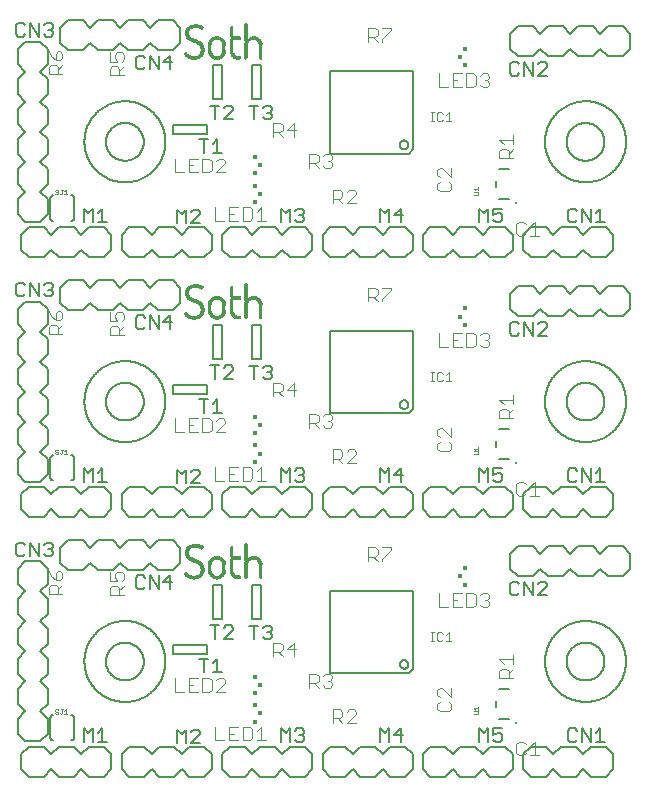
<source format=gto>
G75*
%MOIN*%
%OFA0B0*%
%FSLAX25Y25*%
%IPPOS*%
%LPD*%
%AMOC8*
5,1,8,0,0,1.08239X$1,22.5*
%
%ADD10C,0.00400*%
%ADD11C,0.00500*%
%ADD12C,0.00300*%
%ADD13C,0.00100*%
%ADD14C,0.00600*%
%ADD15C,0.00800*%
%ADD16C,0.01000*%
%ADD17R,0.01673X0.01280*%
%ADD18R,0.01378X0.01378*%
%ADD19R,0.00800X0.00040*%
%ADD20R,0.00600X0.00040*%
%ADD21R,0.01520X0.00040*%
%ADD22R,0.01160X0.00040*%
%ADD23R,0.01960X0.00040*%
%ADD24R,0.01480X0.00040*%
%ADD25R,0.02320X0.00040*%
%ADD26R,0.01720X0.00040*%
%ADD27R,0.01040X0.00040*%
%ADD28R,0.00320X0.00040*%
%ADD29R,0.00360X0.00040*%
%ADD30R,0.02640X0.00040*%
%ADD31R,0.01400X0.00040*%
%ADD32R,0.00520X0.00040*%
%ADD33R,0.00520X0.00040*%
%ADD34R,0.02840X0.00040*%
%ADD35R,0.02120X0.00040*%
%ADD36R,0.01640X0.00040*%
%ADD37R,0.00640X0.00040*%
%ADD38R,0.00680X0.00040*%
%ADD39R,0.03080X0.00040*%
%ADD40R,0.02360X0.00040*%
%ADD41R,0.01840X0.00040*%
%ADD42R,0.00760X0.00040*%
%ADD43R,0.03280X0.00040*%
%ADD44R,0.02520X0.00040*%
%ADD45R,0.00840X0.00040*%
%ADD46R,0.03480X0.00040*%
%ADD47R,0.02680X0.00040*%
%ADD48R,0.02120X0.00040*%
%ADD49R,0.00880X0.00040*%
%ADD50R,0.00920X0.00040*%
%ADD51R,0.03640X0.00040*%
%ADD52R,0.02760X0.00040*%
%ADD53R,0.02240X0.00040*%
%ADD54R,0.00960X0.00040*%
%ADD55R,0.01000X0.00040*%
%ADD56R,0.03800X0.00040*%
%ADD57R,0.02920X0.00040*%
%ADD58R,0.02320X0.00040*%
%ADD59R,0.00960X0.00040*%
%ADD60R,0.01000X0.00040*%
%ADD61R,0.03960X0.00040*%
%ADD62R,0.03040X0.00040*%
%ADD63R,0.02400X0.00040*%
%ADD64R,0.04080X0.00040*%
%ADD65R,0.03160X0.00040*%
%ADD66R,0.02520X0.00040*%
%ADD67R,0.01040X0.00040*%
%ADD68R,0.04240X0.00040*%
%ADD69R,0.02560X0.00040*%
%ADD70R,0.04360X0.00040*%
%ADD71R,0.03360X0.00040*%
%ADD72R,0.04480X0.00040*%
%ADD73R,0.03480X0.00040*%
%ADD74R,0.02680X0.00040*%
%ADD75R,0.01040X0.00040*%
%ADD76R,0.04600X0.00040*%
%ADD77R,0.03560X0.00040*%
%ADD78R,0.02720X0.00040*%
%ADD79R,0.04680X0.00040*%
%ADD80R,0.04760X0.00040*%
%ADD81R,0.03760X0.00040*%
%ADD82R,0.02800X0.00040*%
%ADD83R,0.04920X0.00040*%
%ADD84R,0.03880X0.00040*%
%ADD85R,0.05000X0.00040*%
%ADD86R,0.03960X0.00040*%
%ADD87R,0.05120X0.00040*%
%ADD88R,0.04080X0.00040*%
%ADD89R,0.02840X0.00040*%
%ADD90R,0.05200X0.00040*%
%ADD91R,0.04160X0.00040*%
%ADD92R,0.02840X0.00040*%
%ADD93R,0.05280X0.00040*%
%ADD94R,0.04240X0.00040*%
%ADD95R,0.01880X0.00040*%
%ADD96R,0.02000X0.00040*%
%ADD97R,0.01720X0.00040*%
%ADD98R,0.01720X0.00040*%
%ADD99R,0.02800X0.00040*%
%ADD100R,0.01880X0.00040*%
%ADD101R,0.01640X0.00040*%
%ADD102R,0.01800X0.00040*%
%ADD103R,0.01560X0.00040*%
%ADD104R,0.01760X0.00040*%
%ADD105R,0.01520X0.00040*%
%ADD106R,0.01600X0.00040*%
%ADD107R,0.01440X0.00040*%
%ADD108R,0.01680X0.00040*%
%ADD109R,0.01560X0.00040*%
%ADD110R,0.01440X0.00040*%
%ADD111R,0.01400X0.00040*%
%ADD112R,0.01320X0.00040*%
%ADD113R,0.01280X0.00040*%
%ADD114R,0.01360X0.00040*%
%ADD115R,0.01360X0.00040*%
%ADD116R,0.01240X0.00040*%
%ADD117R,0.01440X0.00040*%
%ADD118R,0.01320X0.00040*%
%ADD119R,0.01320X0.00040*%
%ADD120R,0.01200X0.00040*%
%ADD121R,0.01360X0.00040*%
%ADD122R,0.01280X0.00040*%
%ADD123R,0.01280X0.00040*%
%ADD124R,0.01160X0.00040*%
%ADD125R,0.01280X0.00040*%
%ADD126R,0.01240X0.00040*%
%ADD127R,0.01120X0.00040*%
%ADD128R,0.01120X0.00040*%
%ADD129R,0.01080X0.00040*%
%ADD130R,0.01200X0.00040*%
%ADD131R,0.01240X0.00040*%
%ADD132R,0.01080X0.00040*%
%ADD133R,0.01160X0.00040*%
%ADD134R,0.01080X0.00040*%
%ADD135R,0.01120X0.00040*%
%ADD136R,0.00920X0.00040*%
%ADD137R,0.01080X0.00040*%
%ADD138R,0.01040X0.00040*%
%ADD139R,0.00640X0.00040*%
%ADD140R,0.00600X0.00040*%
%ADD141R,0.00440X0.00040*%
%ADD142R,0.00320X0.00040*%
%ADD143R,0.01480X0.00040*%
%ADD144R,0.01520X0.00040*%
%ADD145R,0.01680X0.00040*%
%ADD146R,0.01720X0.00040*%
%ADD147R,0.01760X0.00040*%
%ADD148R,0.01840X0.00040*%
%ADD149R,0.01920X0.00040*%
%ADD150R,0.01960X0.00040*%
%ADD151R,0.01120X0.00040*%
%ADD152R,0.01160X0.00040*%
%ADD153R,0.02040X0.00040*%
%ADD154R,0.02160X0.00040*%
%ADD155R,0.02280X0.00040*%
%ADD156R,0.02440X0.00040*%
%ADD157R,0.02480X0.00040*%
%ADD158R,0.02560X0.00040*%
%ADD159R,0.01360X0.00040*%
%ADD160R,0.02600X0.00040*%
%ADD161R,0.02680X0.00040*%
%ADD162R,0.02720X0.00040*%
%ADD163R,0.02720X0.00040*%
%ADD164R,0.01520X0.00040*%
%ADD165R,0.01560X0.00040*%
%ADD166R,0.02760X0.00040*%
%ADD167R,0.02760X0.00040*%
%ADD168R,0.01320X0.00040*%
%ADD169R,0.01760X0.00040*%
%ADD170R,0.01920X0.00040*%
%ADD171R,0.01480X0.00040*%
%ADD172R,0.02040X0.00040*%
%ADD173R,0.01640X0.00040*%
%ADD174R,0.01680X0.00040*%
%ADD175R,0.02560X0.00040*%
%ADD176R,0.01880X0.00040*%
%ADD177R,0.01880X0.00040*%
%ADD178R,0.01440X0.00040*%
%ADD179R,0.01920X0.00040*%
%ADD180R,0.04280X0.00040*%
%ADD181R,0.03120X0.00040*%
%ADD182R,0.02440X0.00040*%
%ADD183R,0.03200X0.00040*%
%ADD184R,0.03840X0.00040*%
%ADD185R,0.02360X0.00040*%
%ADD186R,0.04200X0.00040*%
%ADD187R,0.03240X0.00040*%
%ADD188R,0.03800X0.00040*%
%ADD189R,0.02280X0.00040*%
%ADD190R,0.04040X0.00040*%
%ADD191R,0.03280X0.00040*%
%ADD192R,0.03680X0.00040*%
%ADD193R,0.02200X0.00040*%
%ADD194R,0.03320X0.00040*%
%ADD195R,0.03600X0.00040*%
%ADD196R,0.03320X0.00040*%
%ADD197R,0.03520X0.00040*%
%ADD198R,0.02080X0.00040*%
%ADD199R,0.03440X0.00040*%
%ADD200R,0.02000X0.00040*%
%ADD201R,0.03680X0.00040*%
%ADD202R,0.03360X0.00040*%
%ADD203R,0.03200X0.00040*%
%ADD204R,0.03000X0.00040*%
%ADD205R,0.02880X0.00040*%
%ADD206R,0.02880X0.00040*%
%ADD207R,0.02640X0.00040*%
%ADD208R,0.02280X0.00040*%
%ADD209R,0.02120X0.00040*%
%ADD210R,0.03240X0.00040*%
%ADD211R,0.01920X0.00040*%
%ADD212R,0.00960X0.00040*%
%ADD213R,0.00240X0.00040*%
%ADD214R,0.00240X0.00040*%
%ADD215R,0.00080X0.00040*%
%ADD216R,0.00480X0.00040*%
%ADD217R,0.00680X0.00040*%
%ADD218R,0.00880X0.00040*%
%ADD219R,0.05240X0.00040*%
%ADD220R,0.05160X0.00040*%
%ADD221R,0.05080X0.00040*%
%ADD222R,0.05040X0.00040*%
%ADD223R,0.04960X0.00040*%
%ADD224R,0.00840X0.00040*%
%ADD225R,0.04920X0.00040*%
%ADD226R,0.04800X0.00040*%
%ADD227R,0.04720X0.00040*%
%ADD228R,0.03880X0.00040*%
%ADD229R,0.03720X0.00040*%
%ADD230R,0.03400X0.00040*%
%ADD231R,0.02960X0.00040*%
%ADD232R,0.02320X0.00040*%
%ADD233R,0.00560X0.00040*%
%ADD234R,0.00880X0.00040*%
%ADD235R,0.00800X0.00040*%
%ADD236R,0.00720X0.00040*%
D10*
X0086247Y0098338D02*
X0086247Y0100640D01*
X0087015Y0101407D01*
X0088549Y0101407D01*
X0089317Y0100640D01*
X0089317Y0098338D01*
X0090851Y0098338D02*
X0086247Y0098338D01*
X0089317Y0099872D02*
X0090851Y0101407D01*
X0090084Y0102942D02*
X0090851Y0103709D01*
X0090851Y0105244D01*
X0090084Y0106011D01*
X0089317Y0106011D01*
X0088549Y0105244D01*
X0088549Y0102942D01*
X0090084Y0102942D01*
X0088549Y0102942D02*
X0087015Y0104476D01*
X0086247Y0106011D01*
X0106720Y0105617D02*
X0106720Y0102548D01*
X0109022Y0102548D01*
X0108254Y0104083D01*
X0108254Y0104850D01*
X0109022Y0105617D01*
X0110556Y0105617D01*
X0111324Y0104850D01*
X0111324Y0103315D01*
X0110556Y0102548D01*
X0111324Y0101013D02*
X0109789Y0099479D01*
X0109789Y0100246D02*
X0109789Y0097944D01*
X0111324Y0097944D02*
X0106720Y0097944D01*
X0106720Y0100246D01*
X0107487Y0101013D01*
X0109022Y0101013D01*
X0109789Y0100246D01*
X0128304Y0070245D02*
X0128304Y0065641D01*
X0131373Y0065641D01*
X0132908Y0065641D02*
X0135977Y0065641D01*
X0137512Y0065641D02*
X0137512Y0070245D01*
X0139814Y0070245D01*
X0140581Y0069478D01*
X0140581Y0066408D01*
X0139814Y0065641D01*
X0137512Y0065641D01*
X0134443Y0067943D02*
X0132908Y0067943D01*
X0132908Y0070245D02*
X0132908Y0065641D01*
X0132908Y0070245D02*
X0135977Y0070245D01*
X0142116Y0069478D02*
X0142883Y0070245D01*
X0144418Y0070245D01*
X0145185Y0069478D01*
X0145185Y0068710D01*
X0142116Y0065641D01*
X0145185Y0065641D01*
X0146357Y0054103D02*
X0146357Y0049499D01*
X0149426Y0049499D01*
X0150961Y0049499D02*
X0150961Y0054103D01*
X0153263Y0054103D01*
X0154030Y0053336D01*
X0154030Y0050267D01*
X0153263Y0049499D01*
X0150961Y0049499D01*
X0147891Y0051801D02*
X0146357Y0051801D01*
X0146357Y0054103D02*
X0149426Y0054103D01*
X0144822Y0049499D02*
X0141753Y0049499D01*
X0141753Y0054103D01*
X0155565Y0052568D02*
X0157099Y0054103D01*
X0157099Y0049499D01*
X0155565Y0049499D02*
X0158634Y0049499D01*
X0173141Y0067117D02*
X0173141Y0071721D01*
X0175443Y0071721D01*
X0176210Y0070954D01*
X0176210Y0069419D01*
X0175443Y0068652D01*
X0173141Y0068652D01*
X0174676Y0068652D02*
X0176210Y0067117D01*
X0177745Y0067885D02*
X0178512Y0067117D01*
X0180047Y0067117D01*
X0180814Y0067885D01*
X0180814Y0068652D01*
X0180047Y0069419D01*
X0179279Y0069419D01*
X0180047Y0069419D02*
X0180814Y0070187D01*
X0180814Y0070954D01*
X0180047Y0071721D01*
X0178512Y0071721D01*
X0177745Y0070954D01*
X0168087Y0077535D02*
X0168087Y0082139D01*
X0165785Y0079837D01*
X0168854Y0079837D01*
X0164250Y0079837D02*
X0164250Y0081371D01*
X0163483Y0082139D01*
X0161181Y0082139D01*
X0161181Y0077535D01*
X0161181Y0079069D02*
X0163483Y0079069D01*
X0164250Y0079837D01*
X0162716Y0079069D02*
X0164250Y0077535D01*
X0181015Y0059910D02*
X0183317Y0059910D01*
X0184084Y0059143D01*
X0184084Y0057608D01*
X0183317Y0056841D01*
X0181015Y0056841D01*
X0182550Y0056841D02*
X0184084Y0055306D01*
X0185619Y0055306D02*
X0188688Y0058376D01*
X0188688Y0059143D01*
X0187921Y0059910D01*
X0186386Y0059910D01*
X0185619Y0059143D01*
X0185619Y0055306D02*
X0188688Y0055306D01*
X0181015Y0055306D02*
X0181015Y0059910D01*
X0215775Y0060129D02*
X0216542Y0059361D01*
X0219611Y0059361D01*
X0220379Y0060129D01*
X0220379Y0061663D01*
X0219611Y0062431D01*
X0220379Y0063965D02*
X0217309Y0067035D01*
X0216542Y0067035D01*
X0215775Y0066267D01*
X0215775Y0064733D01*
X0216542Y0063965D01*
X0216542Y0062431D02*
X0215775Y0061663D01*
X0215775Y0060129D01*
X0220379Y0063965D02*
X0220379Y0067035D01*
X0236517Y0070366D02*
X0236517Y0072668D01*
X0237285Y0073435D01*
X0238819Y0073435D01*
X0239587Y0072668D01*
X0239587Y0070366D01*
X0241121Y0070366D02*
X0236517Y0070366D01*
X0239587Y0071901D02*
X0241121Y0073435D01*
X0241121Y0074970D02*
X0241121Y0078039D01*
X0241121Y0076505D02*
X0236517Y0076505D01*
X0238052Y0074970D01*
X0232424Y0094027D02*
X0230889Y0094027D01*
X0230122Y0094794D01*
X0228587Y0094794D02*
X0228587Y0097863D01*
X0227820Y0098631D01*
X0225518Y0098631D01*
X0225518Y0094027D01*
X0227820Y0094027D01*
X0228587Y0094794D01*
X0230122Y0097863D02*
X0230889Y0098631D01*
X0232424Y0098631D01*
X0233191Y0097863D01*
X0233191Y0097096D01*
X0232424Y0096329D01*
X0233191Y0095561D01*
X0233191Y0094794D01*
X0232424Y0094027D01*
X0232424Y0096329D02*
X0231657Y0096329D01*
X0223983Y0098631D02*
X0220914Y0098631D01*
X0220914Y0094027D01*
X0223983Y0094027D01*
X0222449Y0096329D02*
X0220914Y0096329D01*
X0219380Y0094027D02*
X0216310Y0094027D01*
X0216310Y0098631D01*
X0200499Y0113080D02*
X0197430Y0110011D01*
X0197430Y0109243D01*
X0195895Y0109243D02*
X0194361Y0110778D01*
X0195128Y0110778D02*
X0192826Y0110778D01*
X0192826Y0109243D02*
X0192826Y0113847D01*
X0195128Y0113847D01*
X0195895Y0113080D01*
X0195895Y0111545D01*
X0195128Y0110778D01*
X0197430Y0113847D02*
X0200499Y0113847D01*
X0200499Y0113080D01*
X0188688Y0141920D02*
X0185619Y0141920D01*
X0188688Y0144990D01*
X0188688Y0145757D01*
X0187921Y0146524D01*
X0186386Y0146524D01*
X0185619Y0145757D01*
X0184084Y0145757D02*
X0184084Y0144222D01*
X0183317Y0143455D01*
X0181015Y0143455D01*
X0181015Y0141920D02*
X0181015Y0146524D01*
X0183317Y0146524D01*
X0184084Y0145757D01*
X0182550Y0143455D02*
X0184084Y0141920D01*
X0180047Y0153731D02*
X0178512Y0153731D01*
X0177745Y0154499D01*
X0176210Y0153731D02*
X0174676Y0155266D01*
X0175443Y0155266D02*
X0173141Y0155266D01*
X0173141Y0153731D02*
X0173141Y0158335D01*
X0175443Y0158335D01*
X0176210Y0157568D01*
X0176210Y0156033D01*
X0175443Y0155266D01*
X0177745Y0157568D02*
X0178512Y0158335D01*
X0180047Y0158335D01*
X0180814Y0157568D01*
X0180814Y0156801D01*
X0180047Y0156033D01*
X0180814Y0155266D01*
X0180814Y0154499D01*
X0180047Y0153731D01*
X0180047Y0156033D02*
X0179279Y0156033D01*
X0168087Y0164149D02*
X0168087Y0168753D01*
X0165785Y0166451D01*
X0168854Y0166451D01*
X0164250Y0166451D02*
X0164250Y0167985D01*
X0163483Y0168753D01*
X0161181Y0168753D01*
X0161181Y0164149D01*
X0161181Y0165683D02*
X0163483Y0165683D01*
X0164250Y0166451D01*
X0162716Y0165683D02*
X0164250Y0164149D01*
X0145185Y0156092D02*
X0144418Y0156859D01*
X0142883Y0156859D01*
X0142116Y0156092D01*
X0140581Y0156092D02*
X0139814Y0156859D01*
X0137512Y0156859D01*
X0137512Y0152255D01*
X0139814Y0152255D01*
X0140581Y0153022D01*
X0140581Y0156092D01*
X0142116Y0152255D02*
X0145185Y0155324D01*
X0145185Y0156092D01*
X0145185Y0152255D02*
X0142116Y0152255D01*
X0135977Y0152255D02*
X0132908Y0152255D01*
X0132908Y0156859D01*
X0135977Y0156859D01*
X0134443Y0154557D02*
X0132908Y0154557D01*
X0131373Y0152255D02*
X0128304Y0152255D01*
X0128304Y0156859D01*
X0141753Y0140717D02*
X0141753Y0136113D01*
X0144822Y0136113D01*
X0146357Y0136113D02*
X0149426Y0136113D01*
X0150961Y0136113D02*
X0150961Y0140717D01*
X0153263Y0140717D01*
X0154030Y0139950D01*
X0154030Y0136881D01*
X0153263Y0136113D01*
X0150961Y0136113D01*
X0147891Y0138415D02*
X0146357Y0138415D01*
X0146357Y0140717D02*
X0146357Y0136113D01*
X0146357Y0140717D02*
X0149426Y0140717D01*
X0155565Y0139183D02*
X0157099Y0140717D01*
X0157099Y0136113D01*
X0155565Y0136113D02*
X0158634Y0136113D01*
X0111324Y0184558D02*
X0106720Y0184558D01*
X0106720Y0186860D01*
X0107487Y0187628D01*
X0109022Y0187628D01*
X0109789Y0186860D01*
X0109789Y0184558D01*
X0109789Y0186093D02*
X0111324Y0187628D01*
X0110556Y0189162D02*
X0111324Y0189930D01*
X0111324Y0191464D01*
X0110556Y0192231D01*
X0109022Y0192231D01*
X0108254Y0191464D01*
X0108254Y0190697D01*
X0109022Y0189162D01*
X0106720Y0189162D01*
X0106720Y0192231D01*
X0090851Y0191858D02*
X0090084Y0192625D01*
X0089317Y0192625D01*
X0088549Y0191858D01*
X0088549Y0189556D01*
X0090084Y0189556D01*
X0090851Y0190323D01*
X0090851Y0191858D01*
X0088549Y0189556D02*
X0087015Y0191091D01*
X0086247Y0192625D01*
X0087015Y0188021D02*
X0086247Y0187254D01*
X0086247Y0184952D01*
X0090851Y0184952D01*
X0089317Y0184952D02*
X0089317Y0187254D01*
X0088549Y0188021D01*
X0087015Y0188021D01*
X0089317Y0186487D02*
X0090851Y0188021D01*
X0141753Y0222728D02*
X0144822Y0222728D01*
X0146357Y0222728D02*
X0149426Y0222728D01*
X0150961Y0222728D02*
X0150961Y0227331D01*
X0153263Y0227331D01*
X0154030Y0226564D01*
X0154030Y0223495D01*
X0153263Y0222728D01*
X0150961Y0222728D01*
X0147891Y0225030D02*
X0146357Y0225030D01*
X0146357Y0227331D02*
X0146357Y0222728D01*
X0146357Y0227331D02*
X0149426Y0227331D01*
X0155565Y0225797D02*
X0157099Y0227331D01*
X0157099Y0222728D01*
X0155565Y0222728D02*
X0158634Y0222728D01*
X0141753Y0222728D02*
X0141753Y0227331D01*
X0142116Y0238869D02*
X0145185Y0241939D01*
X0145185Y0242706D01*
X0144418Y0243473D01*
X0142883Y0243473D01*
X0142116Y0242706D01*
X0140581Y0242706D02*
X0139814Y0243473D01*
X0137512Y0243473D01*
X0137512Y0238869D01*
X0139814Y0238869D01*
X0140581Y0239637D01*
X0140581Y0242706D01*
X0142116Y0238869D02*
X0145185Y0238869D01*
X0135977Y0238869D02*
X0132908Y0238869D01*
X0132908Y0243473D01*
X0135977Y0243473D01*
X0134443Y0241171D02*
X0132908Y0241171D01*
X0131373Y0238869D02*
X0128304Y0238869D01*
X0128304Y0243473D01*
X0111324Y0271172D02*
X0106720Y0271172D01*
X0106720Y0273474D01*
X0107487Y0274242D01*
X0109022Y0274242D01*
X0109789Y0273474D01*
X0109789Y0271172D01*
X0109789Y0272707D02*
X0111324Y0274242D01*
X0110556Y0275776D02*
X0111324Y0276544D01*
X0111324Y0278078D01*
X0110556Y0278846D01*
X0109022Y0278846D01*
X0108254Y0278078D01*
X0108254Y0277311D01*
X0109022Y0275776D01*
X0106720Y0275776D01*
X0106720Y0278846D01*
X0090851Y0278472D02*
X0090851Y0276937D01*
X0090084Y0276170D01*
X0088549Y0276170D01*
X0088549Y0278472D01*
X0089317Y0279239D01*
X0090084Y0279239D01*
X0090851Y0278472D01*
X0088549Y0276170D02*
X0087015Y0277705D01*
X0086247Y0279239D01*
X0087015Y0274635D02*
X0086247Y0273868D01*
X0086247Y0271566D01*
X0090851Y0271566D01*
X0089317Y0271566D02*
X0089317Y0273868D01*
X0088549Y0274635D01*
X0087015Y0274635D01*
X0089317Y0273101D02*
X0090851Y0274635D01*
X0161181Y0255367D02*
X0161181Y0250763D01*
X0161181Y0252298D02*
X0163483Y0252298D01*
X0164250Y0253065D01*
X0164250Y0254600D01*
X0163483Y0255367D01*
X0161181Y0255367D01*
X0162716Y0252298D02*
X0164250Y0250763D01*
X0165785Y0253065D02*
X0168854Y0253065D01*
X0168087Y0250763D02*
X0168087Y0255367D01*
X0165785Y0253065D01*
X0173141Y0244950D02*
X0175443Y0244950D01*
X0176210Y0244182D01*
X0176210Y0242648D01*
X0175443Y0241880D01*
X0173141Y0241880D01*
X0173141Y0240346D02*
X0173141Y0244950D01*
X0174676Y0241880D02*
X0176210Y0240346D01*
X0177745Y0241113D02*
X0178512Y0240346D01*
X0180047Y0240346D01*
X0180814Y0241113D01*
X0180814Y0241880D01*
X0180047Y0242648D01*
X0179279Y0242648D01*
X0180047Y0242648D02*
X0180814Y0243415D01*
X0180814Y0244182D01*
X0180047Y0244950D01*
X0178512Y0244950D01*
X0177745Y0244182D01*
X0181015Y0233139D02*
X0183317Y0233139D01*
X0184084Y0232371D01*
X0184084Y0230837D01*
X0183317Y0230069D01*
X0181015Y0230069D01*
X0181015Y0228535D02*
X0181015Y0233139D01*
X0182550Y0230069D02*
X0184084Y0228535D01*
X0185619Y0228535D02*
X0188688Y0231604D01*
X0188688Y0232371D01*
X0187921Y0233139D01*
X0186386Y0233139D01*
X0185619Y0232371D01*
X0185619Y0228535D02*
X0188688Y0228535D01*
X0215775Y0233357D02*
X0216542Y0232590D01*
X0219611Y0232590D01*
X0220379Y0233357D01*
X0220379Y0234892D01*
X0219611Y0235659D01*
X0220379Y0237194D02*
X0217309Y0240263D01*
X0216542Y0240263D01*
X0215775Y0239496D01*
X0215775Y0237961D01*
X0216542Y0237194D01*
X0216542Y0235659D02*
X0215775Y0234892D01*
X0215775Y0233357D01*
X0220379Y0237194D02*
X0220379Y0240263D01*
X0236517Y0243594D02*
X0236517Y0245896D01*
X0237285Y0246664D01*
X0238819Y0246664D01*
X0239587Y0245896D01*
X0239587Y0243594D01*
X0241121Y0243594D02*
X0236517Y0243594D01*
X0239587Y0245129D02*
X0241121Y0246664D01*
X0241121Y0248198D02*
X0241121Y0251268D01*
X0241121Y0249733D02*
X0236517Y0249733D01*
X0238052Y0248198D01*
X0232424Y0267255D02*
X0230889Y0267255D01*
X0230122Y0268022D01*
X0228587Y0268022D02*
X0228587Y0271092D01*
X0227820Y0271859D01*
X0225518Y0271859D01*
X0225518Y0267255D01*
X0227820Y0267255D01*
X0228587Y0268022D01*
X0231657Y0269557D02*
X0232424Y0269557D01*
X0233191Y0268790D01*
X0233191Y0268022D01*
X0232424Y0267255D01*
X0232424Y0269557D02*
X0233191Y0270324D01*
X0233191Y0271092D01*
X0232424Y0271859D01*
X0230889Y0271859D01*
X0230122Y0271092D01*
X0223983Y0271859D02*
X0220914Y0271859D01*
X0220914Y0267255D01*
X0223983Y0267255D01*
X0222449Y0269557D02*
X0220914Y0269557D01*
X0219380Y0267255D02*
X0216310Y0267255D01*
X0216310Y0271859D01*
X0200499Y0286308D02*
X0200499Y0287076D01*
X0197430Y0287076D01*
X0195895Y0286308D02*
X0195895Y0284774D01*
X0195128Y0284006D01*
X0192826Y0284006D01*
X0192826Y0282472D02*
X0192826Y0287076D01*
X0195128Y0287076D01*
X0195895Y0286308D01*
X0194361Y0284006D02*
X0195895Y0282472D01*
X0197430Y0282472D02*
X0197430Y0283239D01*
X0200499Y0286308D01*
X0242929Y0222351D02*
X0242161Y0221584D01*
X0242161Y0218515D01*
X0242929Y0217747D01*
X0244463Y0217747D01*
X0245231Y0218515D01*
X0246765Y0217747D02*
X0249835Y0217747D01*
X0248300Y0217747D02*
X0248300Y0222351D01*
X0246765Y0220817D01*
X0245231Y0221584D02*
X0244463Y0222351D01*
X0242929Y0222351D01*
X0232424Y0185245D02*
X0233191Y0184478D01*
X0233191Y0183710D01*
X0232424Y0182943D01*
X0233191Y0182176D01*
X0233191Y0181408D01*
X0232424Y0180641D01*
X0230889Y0180641D01*
X0230122Y0181408D01*
X0228587Y0181408D02*
X0228587Y0184478D01*
X0227820Y0185245D01*
X0225518Y0185245D01*
X0225518Y0180641D01*
X0227820Y0180641D01*
X0228587Y0181408D01*
X0230122Y0184478D02*
X0230889Y0185245D01*
X0232424Y0185245D01*
X0232424Y0182943D02*
X0231657Y0182943D01*
X0223983Y0185245D02*
X0220914Y0185245D01*
X0220914Y0180641D01*
X0223983Y0180641D01*
X0222449Y0182943D02*
X0220914Y0182943D01*
X0219380Y0180641D02*
X0216310Y0180641D01*
X0216310Y0185245D01*
X0200499Y0199694D02*
X0200499Y0200461D01*
X0197430Y0200461D01*
X0195895Y0199694D02*
X0195895Y0198159D01*
X0195128Y0197392D01*
X0192826Y0197392D01*
X0192826Y0195857D02*
X0192826Y0200461D01*
X0195128Y0200461D01*
X0195895Y0199694D01*
X0194361Y0197392D02*
X0195895Y0195857D01*
X0197430Y0195857D02*
X0197430Y0196625D01*
X0200499Y0199694D01*
X0236517Y0163119D02*
X0241121Y0163119D01*
X0241121Y0164653D02*
X0241121Y0161584D01*
X0241121Y0160050D02*
X0239587Y0158515D01*
X0239587Y0159282D02*
X0239587Y0156980D01*
X0241121Y0156980D02*
X0236517Y0156980D01*
X0236517Y0159282D01*
X0237285Y0160050D01*
X0238819Y0160050D01*
X0239587Y0159282D01*
X0238052Y0161584D02*
X0236517Y0163119D01*
X0220379Y0153649D02*
X0220379Y0150580D01*
X0217309Y0153649D01*
X0216542Y0153649D01*
X0215775Y0152881D01*
X0215775Y0151347D01*
X0216542Y0150580D01*
X0216542Y0149045D02*
X0215775Y0148278D01*
X0215775Y0146743D01*
X0216542Y0145976D01*
X0219611Y0145976D01*
X0220379Y0146743D01*
X0220379Y0148278D01*
X0219611Y0149045D01*
X0242161Y0134970D02*
X0242161Y0131900D01*
X0242929Y0131133D01*
X0244463Y0131133D01*
X0245231Y0131900D01*
X0246765Y0131133D02*
X0249835Y0131133D01*
X0248300Y0131133D02*
X0248300Y0135737D01*
X0246765Y0134202D01*
X0245231Y0134970D02*
X0244463Y0135737D01*
X0242929Y0135737D01*
X0242161Y0134970D01*
X0242929Y0049123D02*
X0242161Y0048356D01*
X0242161Y0045286D01*
X0242929Y0044519D01*
X0244463Y0044519D01*
X0245231Y0045286D01*
X0246765Y0044519D02*
X0249835Y0044519D01*
X0248300Y0044519D02*
X0248300Y0049123D01*
X0246765Y0047588D01*
X0245231Y0048356D02*
X0244463Y0049123D01*
X0242929Y0049123D01*
D11*
X0237446Y0049783D02*
X0236696Y0049033D01*
X0235194Y0049033D01*
X0234444Y0049783D01*
X0234444Y0051285D02*
X0235945Y0052035D01*
X0236696Y0052035D01*
X0237446Y0051285D01*
X0237446Y0049783D01*
X0234444Y0051285D02*
X0234444Y0053537D01*
X0237446Y0053537D01*
X0232842Y0053537D02*
X0232842Y0049033D01*
X0229840Y0049033D02*
X0229840Y0053537D01*
X0231341Y0052035D01*
X0232842Y0053537D01*
X0259367Y0052786D02*
X0259367Y0049783D01*
X0260118Y0049033D01*
X0261619Y0049033D01*
X0262370Y0049783D01*
X0263971Y0049033D02*
X0263971Y0053537D01*
X0266974Y0049033D01*
X0266974Y0053537D01*
X0268575Y0052035D02*
X0270076Y0053537D01*
X0270076Y0049033D01*
X0268575Y0049033D02*
X0271578Y0049033D01*
X0262370Y0052786D02*
X0261619Y0053537D01*
X0260118Y0053537D01*
X0259367Y0052786D01*
X0252286Y0097852D02*
X0249284Y0097852D01*
X0252286Y0100854D01*
X0252286Y0101605D01*
X0251536Y0102355D01*
X0250035Y0102355D01*
X0249284Y0101605D01*
X0247683Y0102355D02*
X0247683Y0097852D01*
X0244680Y0102355D01*
X0244680Y0097852D01*
X0243079Y0098602D02*
X0242328Y0097852D01*
X0240827Y0097852D01*
X0240076Y0098602D01*
X0240076Y0101605D01*
X0240827Y0102355D01*
X0242328Y0102355D01*
X0243079Y0101605D01*
X0236696Y0135647D02*
X0235194Y0135647D01*
X0234444Y0136398D01*
X0234444Y0137899D02*
X0235945Y0138649D01*
X0236696Y0138649D01*
X0237446Y0137899D01*
X0237446Y0136398D01*
X0236696Y0135647D01*
X0234444Y0137899D02*
X0234444Y0140151D01*
X0237446Y0140151D01*
X0232842Y0140151D02*
X0232842Y0135647D01*
X0229840Y0135647D02*
X0229840Y0140151D01*
X0231341Y0138649D01*
X0232842Y0140151D01*
X0259367Y0139400D02*
X0259367Y0136398D01*
X0260118Y0135647D01*
X0261619Y0135647D01*
X0262370Y0136398D01*
X0263971Y0135647D02*
X0263971Y0140151D01*
X0266974Y0135647D01*
X0266974Y0140151D01*
X0268575Y0138649D02*
X0270076Y0140151D01*
X0270076Y0135647D01*
X0268575Y0135647D02*
X0271578Y0135647D01*
X0262370Y0139400D02*
X0261619Y0140151D01*
X0260118Y0140151D01*
X0259367Y0139400D01*
X0252286Y0184466D02*
X0249284Y0184466D01*
X0252286Y0187468D01*
X0252286Y0188219D01*
X0251536Y0188970D01*
X0250035Y0188970D01*
X0249284Y0188219D01*
X0247683Y0188970D02*
X0247683Y0184466D01*
X0244680Y0188970D01*
X0244680Y0184466D01*
X0243079Y0185216D02*
X0242328Y0184466D01*
X0240827Y0184466D01*
X0240076Y0185216D01*
X0240076Y0188219D01*
X0240827Y0188970D01*
X0242328Y0188970D01*
X0243079Y0188219D01*
X0236696Y0222261D02*
X0235194Y0222261D01*
X0234444Y0223012D01*
X0234444Y0224513D02*
X0235945Y0225264D01*
X0236696Y0225264D01*
X0237446Y0224513D01*
X0237446Y0223012D01*
X0236696Y0222261D01*
X0234444Y0224513D02*
X0234444Y0226765D01*
X0237446Y0226765D01*
X0232842Y0226765D02*
X0232842Y0222261D01*
X0229840Y0222261D02*
X0229840Y0226765D01*
X0231341Y0225264D01*
X0232842Y0226765D01*
X0259367Y0226014D02*
X0259367Y0223012D01*
X0260118Y0222261D01*
X0261619Y0222261D01*
X0262370Y0223012D01*
X0263971Y0222261D02*
X0263971Y0226765D01*
X0266974Y0222261D01*
X0266974Y0226765D01*
X0268575Y0225264D02*
X0270076Y0226765D01*
X0270076Y0222261D01*
X0268575Y0222261D02*
X0271578Y0222261D01*
X0262370Y0226014D02*
X0261619Y0226765D01*
X0260118Y0226765D01*
X0259367Y0226014D01*
X0252286Y0271080D02*
X0249284Y0271080D01*
X0252286Y0274083D01*
X0252286Y0274833D01*
X0251536Y0275584D01*
X0250035Y0275584D01*
X0249284Y0274833D01*
X0247683Y0275584D02*
X0247683Y0271080D01*
X0244680Y0275584D01*
X0244680Y0271080D01*
X0243079Y0271831D02*
X0242328Y0271080D01*
X0240827Y0271080D01*
X0240076Y0271831D01*
X0240076Y0274833D01*
X0240827Y0275584D01*
X0242328Y0275584D01*
X0243079Y0274833D01*
X0203625Y0226765D02*
X0201373Y0224513D01*
X0204375Y0224513D01*
X0203625Y0222261D02*
X0203625Y0226765D01*
X0199771Y0226765D02*
X0198270Y0225264D01*
X0196769Y0226765D01*
X0196769Y0222261D01*
X0199771Y0222261D02*
X0199771Y0226765D01*
X0171305Y0226014D02*
X0171305Y0225264D01*
X0170554Y0224513D01*
X0171305Y0223762D01*
X0171305Y0223012D01*
X0170554Y0222261D01*
X0169053Y0222261D01*
X0168302Y0223012D01*
X0166701Y0222261D02*
X0166701Y0226765D01*
X0165199Y0225264D01*
X0163698Y0226765D01*
X0163698Y0222261D01*
X0168302Y0226014D02*
X0169053Y0226765D01*
X0170554Y0226765D01*
X0171305Y0226014D01*
X0170554Y0224513D02*
X0169803Y0224513D01*
X0143970Y0245377D02*
X0140967Y0245377D01*
X0142469Y0245377D02*
X0142469Y0249881D01*
X0140967Y0248379D01*
X0139366Y0249881D02*
X0136363Y0249881D01*
X0137865Y0249881D02*
X0137865Y0245377D01*
X0141549Y0256615D02*
X0141549Y0261118D01*
X0140048Y0261118D02*
X0143050Y0261118D01*
X0144652Y0260368D02*
X0145402Y0261118D01*
X0146904Y0261118D01*
X0147654Y0260368D01*
X0147654Y0259617D01*
X0144652Y0256615D01*
X0147654Y0256615D01*
X0154547Y0256515D02*
X0154547Y0261018D01*
X0153046Y0261018D02*
X0156049Y0261018D01*
X0157650Y0260268D02*
X0158401Y0261018D01*
X0159902Y0261018D01*
X0160653Y0260268D01*
X0160653Y0259517D01*
X0159902Y0258766D01*
X0160653Y0258016D01*
X0160653Y0257265D01*
X0159902Y0256515D01*
X0158401Y0256515D01*
X0157650Y0257265D01*
X0159151Y0258766D02*
X0159902Y0258766D01*
X0127519Y0275524D02*
X0124516Y0275524D01*
X0126768Y0277776D01*
X0126768Y0273272D01*
X0122915Y0273272D02*
X0122915Y0277776D01*
X0119912Y0277776D02*
X0122915Y0273272D01*
X0119912Y0273272D02*
X0119912Y0277776D01*
X0118311Y0277025D02*
X0117560Y0277776D01*
X0116059Y0277776D01*
X0115308Y0277025D01*
X0115308Y0274023D01*
X0116059Y0273272D01*
X0117560Y0273272D01*
X0118311Y0274023D01*
X0087621Y0284891D02*
X0086870Y0284141D01*
X0085369Y0284141D01*
X0084618Y0284891D01*
X0083017Y0284141D02*
X0083017Y0288644D01*
X0084618Y0287894D02*
X0085369Y0288644D01*
X0086870Y0288644D01*
X0087621Y0287894D01*
X0087621Y0287143D01*
X0086870Y0286392D01*
X0087621Y0285642D01*
X0087621Y0284891D01*
X0086870Y0286392D02*
X0086120Y0286392D01*
X0083017Y0284141D02*
X0080015Y0288644D01*
X0080015Y0284141D01*
X0078413Y0284891D02*
X0077663Y0284141D01*
X0076161Y0284141D01*
X0075411Y0284891D01*
X0075411Y0287894D01*
X0076161Y0288644D01*
X0077663Y0288644D01*
X0078413Y0287894D01*
X0097950Y0226765D02*
X0099451Y0225264D01*
X0100953Y0226765D01*
X0100953Y0222261D01*
X0102554Y0222261D02*
X0105557Y0222261D01*
X0104055Y0222261D02*
X0104055Y0226765D01*
X0102554Y0225264D01*
X0097950Y0226765D02*
X0097950Y0222261D01*
X0086870Y0202030D02*
X0087621Y0201280D01*
X0087621Y0200529D01*
X0086870Y0199778D01*
X0087621Y0199028D01*
X0087621Y0198277D01*
X0086870Y0197526D01*
X0085369Y0197526D01*
X0084618Y0198277D01*
X0083017Y0197526D02*
X0083017Y0202030D01*
X0084618Y0201280D02*
X0085369Y0202030D01*
X0086870Y0202030D01*
X0086870Y0199778D02*
X0086120Y0199778D01*
X0083017Y0197526D02*
X0080015Y0202030D01*
X0080015Y0197526D01*
X0078413Y0198277D02*
X0077663Y0197526D01*
X0076161Y0197526D01*
X0075411Y0198277D01*
X0075411Y0201280D01*
X0076161Y0202030D01*
X0077663Y0202030D01*
X0078413Y0201280D01*
X0115308Y0190411D02*
X0115308Y0187409D01*
X0116059Y0186658D01*
X0117560Y0186658D01*
X0118311Y0187409D01*
X0119912Y0186658D02*
X0119912Y0191162D01*
X0122915Y0186658D01*
X0122915Y0191162D01*
X0124516Y0188910D02*
X0127519Y0188910D01*
X0126768Y0186658D02*
X0126768Y0191162D01*
X0124516Y0188910D01*
X0118311Y0190411D02*
X0117560Y0191162D01*
X0116059Y0191162D01*
X0115308Y0190411D01*
X0140048Y0174504D02*
X0143050Y0174504D01*
X0141549Y0174504D02*
X0141549Y0170000D01*
X0144652Y0170000D02*
X0147654Y0173003D01*
X0147654Y0173754D01*
X0146904Y0174504D01*
X0145402Y0174504D01*
X0144652Y0173754D01*
X0144652Y0170000D02*
X0147654Y0170000D01*
X0154547Y0169900D02*
X0154547Y0174404D01*
X0153046Y0174404D02*
X0156049Y0174404D01*
X0157650Y0173654D02*
X0158401Y0174404D01*
X0159902Y0174404D01*
X0160653Y0173654D01*
X0160653Y0172903D01*
X0159902Y0172152D01*
X0160653Y0171402D01*
X0160653Y0170651D01*
X0159902Y0169900D01*
X0158401Y0169900D01*
X0157650Y0170651D01*
X0159151Y0172152D02*
X0159902Y0172152D01*
X0143970Y0158763D02*
X0140967Y0158763D01*
X0142469Y0158763D02*
X0142469Y0163266D01*
X0140967Y0161765D01*
X0139366Y0163266D02*
X0136363Y0163266D01*
X0137865Y0163266D02*
X0137865Y0158763D01*
X0135908Y0139757D02*
X0134407Y0139757D01*
X0133656Y0139006D01*
X0132055Y0139757D02*
X0132055Y0135253D01*
X0133656Y0135253D02*
X0136659Y0138256D01*
X0136659Y0139006D01*
X0135908Y0139757D01*
X0132055Y0139757D02*
X0130554Y0138256D01*
X0129052Y0139757D01*
X0129052Y0135253D01*
X0133656Y0135253D02*
X0136659Y0135253D01*
X0163698Y0135647D02*
X0163698Y0140151D01*
X0165199Y0138649D01*
X0166701Y0140151D01*
X0166701Y0135647D01*
X0168302Y0136398D02*
X0169053Y0135647D01*
X0170554Y0135647D01*
X0171305Y0136398D01*
X0171305Y0137148D01*
X0170554Y0137899D01*
X0169803Y0137899D01*
X0170554Y0137899D02*
X0171305Y0138649D01*
X0171305Y0139400D01*
X0170554Y0140151D01*
X0169053Y0140151D01*
X0168302Y0139400D01*
X0196769Y0140151D02*
X0196769Y0135647D01*
X0199771Y0135647D02*
X0199771Y0140151D01*
X0198270Y0138649D01*
X0196769Y0140151D01*
X0201373Y0137899D02*
X0204375Y0137899D01*
X0203625Y0140151D02*
X0201373Y0137899D01*
X0203625Y0135647D02*
X0203625Y0140151D01*
X0159902Y0087790D02*
X0160653Y0087039D01*
X0160653Y0086289D01*
X0159902Y0085538D01*
X0160653Y0084787D01*
X0160653Y0084037D01*
X0159902Y0083286D01*
X0158401Y0083286D01*
X0157650Y0084037D01*
X0159151Y0085538D02*
X0159902Y0085538D01*
X0159902Y0087790D02*
X0158401Y0087790D01*
X0157650Y0087039D01*
X0156049Y0087790D02*
X0153046Y0087790D01*
X0154547Y0087790D02*
X0154547Y0083286D01*
X0147654Y0083386D02*
X0144652Y0083386D01*
X0147654Y0086389D01*
X0147654Y0087139D01*
X0146904Y0087890D01*
X0145402Y0087890D01*
X0144652Y0087139D01*
X0143050Y0087890D02*
X0140048Y0087890D01*
X0141549Y0087890D02*
X0141549Y0083386D01*
X0142469Y0076652D02*
X0142469Y0072148D01*
X0143970Y0072148D02*
X0140967Y0072148D01*
X0140967Y0075151D02*
X0142469Y0076652D01*
X0139366Y0076652D02*
X0136363Y0076652D01*
X0137865Y0076652D02*
X0137865Y0072148D01*
X0135908Y0053143D02*
X0134407Y0053143D01*
X0133656Y0052392D01*
X0132055Y0053143D02*
X0132055Y0048639D01*
X0133656Y0048639D02*
X0136659Y0051642D01*
X0136659Y0052392D01*
X0135908Y0053143D01*
X0132055Y0053143D02*
X0130554Y0051642D01*
X0129052Y0053143D01*
X0129052Y0048639D01*
X0133656Y0048639D02*
X0136659Y0048639D01*
X0163698Y0049033D02*
X0163698Y0053537D01*
X0165199Y0052035D01*
X0166701Y0053537D01*
X0166701Y0049033D01*
X0168302Y0049783D02*
X0169053Y0049033D01*
X0170554Y0049033D01*
X0171305Y0049783D01*
X0171305Y0050534D01*
X0170554Y0051285D01*
X0169803Y0051285D01*
X0170554Y0051285D02*
X0171305Y0052035D01*
X0171305Y0052786D01*
X0170554Y0053537D01*
X0169053Y0053537D01*
X0168302Y0052786D01*
X0196769Y0053537D02*
X0196769Y0049033D01*
X0199771Y0049033D02*
X0199771Y0053537D01*
X0198270Y0052035D01*
X0196769Y0053537D01*
X0201373Y0051285D02*
X0204375Y0051285D01*
X0203625Y0053537D02*
X0201373Y0051285D01*
X0203625Y0049033D02*
X0203625Y0053537D01*
X0127519Y0102296D02*
X0124516Y0102296D01*
X0126768Y0104548D01*
X0126768Y0100044D01*
X0122915Y0100044D02*
X0122915Y0104548D01*
X0119912Y0104548D02*
X0119912Y0100044D01*
X0118311Y0100794D02*
X0117560Y0100044D01*
X0116059Y0100044D01*
X0115308Y0100794D01*
X0115308Y0103797D01*
X0116059Y0104548D01*
X0117560Y0104548D01*
X0118311Y0103797D01*
X0119912Y0104548D02*
X0122915Y0100044D01*
X0087621Y0111663D02*
X0086870Y0110912D01*
X0085369Y0110912D01*
X0084618Y0111663D01*
X0083017Y0110912D02*
X0083017Y0115416D01*
X0084618Y0114665D02*
X0085369Y0115416D01*
X0086870Y0115416D01*
X0087621Y0114665D01*
X0087621Y0113915D01*
X0086870Y0113164D01*
X0087621Y0112413D01*
X0087621Y0111663D01*
X0086870Y0113164D02*
X0086120Y0113164D01*
X0083017Y0110912D02*
X0080015Y0115416D01*
X0080015Y0110912D01*
X0078413Y0111663D02*
X0077663Y0110912D01*
X0076161Y0110912D01*
X0075411Y0111663D01*
X0075411Y0114665D01*
X0076161Y0115416D01*
X0077663Y0115416D01*
X0078413Y0114665D01*
X0097950Y0135647D02*
X0097950Y0140151D01*
X0099451Y0138649D01*
X0100953Y0140151D01*
X0100953Y0135647D01*
X0102554Y0135647D02*
X0105557Y0135647D01*
X0104055Y0135647D02*
X0104055Y0140151D01*
X0102554Y0138649D01*
X0129052Y0221867D02*
X0129052Y0226371D01*
X0130554Y0224870D01*
X0132055Y0226371D01*
X0132055Y0221867D01*
X0133656Y0221867D02*
X0136659Y0224870D01*
X0136659Y0225621D01*
X0135908Y0226371D01*
X0134407Y0226371D01*
X0133656Y0225621D01*
X0133656Y0221867D02*
X0136659Y0221867D01*
X0104055Y0053537D02*
X0102554Y0052035D01*
X0104055Y0053537D02*
X0104055Y0049033D01*
X0102554Y0049033D02*
X0105557Y0049033D01*
X0100953Y0049033D02*
X0100953Y0053537D01*
X0099451Y0052035D01*
X0097950Y0053537D01*
X0097950Y0049033D01*
D12*
X0213673Y0082706D02*
X0214640Y0082706D01*
X0214157Y0082706D02*
X0214157Y0085608D01*
X0214640Y0085608D02*
X0213673Y0085608D01*
X0215637Y0085125D02*
X0215637Y0083190D01*
X0216121Y0082706D01*
X0217089Y0082706D01*
X0217572Y0083190D01*
X0218584Y0082706D02*
X0220519Y0082706D01*
X0219551Y0082706D02*
X0219551Y0085608D01*
X0218584Y0084641D01*
X0217572Y0085125D02*
X0217089Y0085608D01*
X0216121Y0085608D01*
X0215637Y0085125D01*
X0216121Y0169320D02*
X0217089Y0169320D01*
X0217572Y0169804D01*
X0218584Y0169320D02*
X0220519Y0169320D01*
X0219551Y0169320D02*
X0219551Y0172223D01*
X0218584Y0171255D01*
X0217572Y0171739D02*
X0217089Y0172223D01*
X0216121Y0172223D01*
X0215637Y0171739D01*
X0215637Y0169804D01*
X0216121Y0169320D01*
X0214640Y0169320D02*
X0213673Y0169320D01*
X0214157Y0169320D02*
X0214157Y0172223D01*
X0214640Y0172223D02*
X0213673Y0172223D01*
X0213673Y0255934D02*
X0214640Y0255934D01*
X0214157Y0255934D02*
X0214157Y0258837D01*
X0214640Y0258837D02*
X0213673Y0258837D01*
X0215637Y0258353D02*
X0215637Y0256418D01*
X0216121Y0255934D01*
X0217089Y0255934D01*
X0217572Y0256418D01*
X0218584Y0255934D02*
X0220519Y0255934D01*
X0219551Y0255934D02*
X0219551Y0258837D01*
X0218584Y0257869D01*
X0217572Y0258353D02*
X0217089Y0258837D01*
X0216121Y0258837D01*
X0215637Y0258353D01*
D13*
X0227988Y0233413D02*
X0229489Y0233413D01*
X0229489Y0232913D02*
X0229489Y0233914D01*
X0228488Y0232913D02*
X0227988Y0233413D01*
X0227988Y0232441D02*
X0229239Y0232441D01*
X0229489Y0232190D01*
X0229489Y0231690D01*
X0229239Y0231440D01*
X0227988Y0231440D01*
X0229489Y0147300D02*
X0229489Y0146299D01*
X0229489Y0146799D02*
X0227988Y0146799D01*
X0228488Y0146299D01*
X0227988Y0145826D02*
X0229239Y0145826D01*
X0229489Y0145576D01*
X0229489Y0145076D01*
X0229239Y0144826D01*
X0227988Y0144826D01*
X0229489Y0060686D02*
X0229489Y0059685D01*
X0229489Y0060185D02*
X0227988Y0060185D01*
X0228488Y0059685D01*
X0227988Y0059212D02*
X0229239Y0059212D01*
X0229489Y0058962D01*
X0229489Y0058462D01*
X0229239Y0058211D01*
X0227988Y0058211D01*
X0092460Y0058330D02*
X0091459Y0058330D01*
X0091959Y0058330D02*
X0091959Y0059831D01*
X0091459Y0059331D01*
X0090986Y0059831D02*
X0090486Y0059831D01*
X0090736Y0059831D02*
X0090736Y0058580D01*
X0090486Y0058330D01*
X0090236Y0058330D01*
X0089985Y0058580D01*
X0089513Y0058580D02*
X0089263Y0058330D01*
X0088762Y0058330D01*
X0088512Y0058580D01*
X0088762Y0059081D02*
X0089263Y0059081D01*
X0089513Y0058830D01*
X0089513Y0058580D01*
X0088762Y0059081D02*
X0088512Y0059331D01*
X0088512Y0059581D01*
X0088762Y0059831D01*
X0089263Y0059831D01*
X0089513Y0059581D01*
X0089263Y0144944D02*
X0088762Y0144944D01*
X0088512Y0145194D01*
X0088762Y0145695D02*
X0089263Y0145695D01*
X0089513Y0145445D01*
X0089513Y0145194D01*
X0089263Y0144944D01*
X0089985Y0145194D02*
X0090236Y0144944D01*
X0090486Y0144944D01*
X0090736Y0145194D01*
X0090736Y0146445D01*
X0090486Y0146445D02*
X0090986Y0146445D01*
X0091459Y0145945D02*
X0091959Y0146445D01*
X0091959Y0144944D01*
X0091459Y0144944D02*
X0092460Y0144944D01*
X0089513Y0146195D02*
X0089263Y0146445D01*
X0088762Y0146445D01*
X0088512Y0146195D01*
X0088512Y0145945D01*
X0088762Y0145695D01*
X0088762Y0231558D02*
X0088512Y0231808D01*
X0088762Y0231558D02*
X0089263Y0231558D01*
X0089513Y0231808D01*
X0089513Y0232059D01*
X0089263Y0232309D01*
X0088762Y0232309D01*
X0088512Y0232559D01*
X0088512Y0232809D01*
X0088762Y0233060D01*
X0089263Y0233060D01*
X0089513Y0232809D01*
X0090486Y0233060D02*
X0090986Y0233060D01*
X0090736Y0233060D02*
X0090736Y0231808D01*
X0090486Y0231558D01*
X0090236Y0231558D01*
X0089985Y0231808D01*
X0091459Y0231558D02*
X0092460Y0231558D01*
X0091959Y0231558D02*
X0091959Y0233060D01*
X0091459Y0232559D01*
D14*
X0098161Y0249063D02*
X0098165Y0249394D01*
X0098177Y0249725D01*
X0098198Y0250056D01*
X0098226Y0250386D01*
X0098263Y0250716D01*
X0098307Y0251044D01*
X0098360Y0251371D01*
X0098420Y0251697D01*
X0098489Y0252021D01*
X0098566Y0252343D01*
X0098650Y0252664D01*
X0098742Y0252982D01*
X0098842Y0253298D01*
X0098950Y0253611D01*
X0099066Y0253922D01*
X0099189Y0254229D01*
X0099319Y0254534D01*
X0099457Y0254835D01*
X0099602Y0255133D01*
X0099755Y0255427D01*
X0099915Y0255717D01*
X0100082Y0256003D01*
X0100255Y0256285D01*
X0100436Y0256563D01*
X0100624Y0256836D01*
X0100818Y0257105D01*
X0101018Y0257369D01*
X0101225Y0257627D01*
X0101439Y0257881D01*
X0101658Y0258129D01*
X0101884Y0258372D01*
X0102115Y0258609D01*
X0102352Y0258840D01*
X0102595Y0259066D01*
X0102843Y0259285D01*
X0103097Y0259499D01*
X0103355Y0259706D01*
X0103619Y0259906D01*
X0103888Y0260100D01*
X0104161Y0260288D01*
X0104439Y0260469D01*
X0104721Y0260642D01*
X0105007Y0260809D01*
X0105297Y0260969D01*
X0105591Y0261122D01*
X0105889Y0261267D01*
X0106190Y0261405D01*
X0106495Y0261535D01*
X0106802Y0261658D01*
X0107113Y0261774D01*
X0107426Y0261882D01*
X0107742Y0261982D01*
X0108060Y0262074D01*
X0108381Y0262158D01*
X0108703Y0262235D01*
X0109027Y0262304D01*
X0109353Y0262364D01*
X0109680Y0262417D01*
X0110008Y0262461D01*
X0110338Y0262498D01*
X0110668Y0262526D01*
X0110999Y0262547D01*
X0111330Y0262559D01*
X0111661Y0262563D01*
X0111992Y0262559D01*
X0112323Y0262547D01*
X0112654Y0262526D01*
X0112984Y0262498D01*
X0113314Y0262461D01*
X0113642Y0262417D01*
X0113969Y0262364D01*
X0114295Y0262304D01*
X0114619Y0262235D01*
X0114941Y0262158D01*
X0115262Y0262074D01*
X0115580Y0261982D01*
X0115896Y0261882D01*
X0116209Y0261774D01*
X0116520Y0261658D01*
X0116827Y0261535D01*
X0117132Y0261405D01*
X0117433Y0261267D01*
X0117731Y0261122D01*
X0118025Y0260969D01*
X0118315Y0260809D01*
X0118601Y0260642D01*
X0118883Y0260469D01*
X0119161Y0260288D01*
X0119434Y0260100D01*
X0119703Y0259906D01*
X0119967Y0259706D01*
X0120225Y0259499D01*
X0120479Y0259285D01*
X0120727Y0259066D01*
X0120970Y0258840D01*
X0121207Y0258609D01*
X0121438Y0258372D01*
X0121664Y0258129D01*
X0121883Y0257881D01*
X0122097Y0257627D01*
X0122304Y0257369D01*
X0122504Y0257105D01*
X0122698Y0256836D01*
X0122886Y0256563D01*
X0123067Y0256285D01*
X0123240Y0256003D01*
X0123407Y0255717D01*
X0123567Y0255427D01*
X0123720Y0255133D01*
X0123865Y0254835D01*
X0124003Y0254534D01*
X0124133Y0254229D01*
X0124256Y0253922D01*
X0124372Y0253611D01*
X0124480Y0253298D01*
X0124580Y0252982D01*
X0124672Y0252664D01*
X0124756Y0252343D01*
X0124833Y0252021D01*
X0124902Y0251697D01*
X0124962Y0251371D01*
X0125015Y0251044D01*
X0125059Y0250716D01*
X0125096Y0250386D01*
X0125124Y0250056D01*
X0125145Y0249725D01*
X0125157Y0249394D01*
X0125161Y0249063D01*
X0125157Y0248732D01*
X0125145Y0248401D01*
X0125124Y0248070D01*
X0125096Y0247740D01*
X0125059Y0247410D01*
X0125015Y0247082D01*
X0124962Y0246755D01*
X0124902Y0246429D01*
X0124833Y0246105D01*
X0124756Y0245783D01*
X0124672Y0245462D01*
X0124580Y0245144D01*
X0124480Y0244828D01*
X0124372Y0244515D01*
X0124256Y0244204D01*
X0124133Y0243897D01*
X0124003Y0243592D01*
X0123865Y0243291D01*
X0123720Y0242993D01*
X0123567Y0242699D01*
X0123407Y0242409D01*
X0123240Y0242123D01*
X0123067Y0241841D01*
X0122886Y0241563D01*
X0122698Y0241290D01*
X0122504Y0241021D01*
X0122304Y0240757D01*
X0122097Y0240499D01*
X0121883Y0240245D01*
X0121664Y0239997D01*
X0121438Y0239754D01*
X0121207Y0239517D01*
X0120970Y0239286D01*
X0120727Y0239060D01*
X0120479Y0238841D01*
X0120225Y0238627D01*
X0119967Y0238420D01*
X0119703Y0238220D01*
X0119434Y0238026D01*
X0119161Y0237838D01*
X0118883Y0237657D01*
X0118601Y0237484D01*
X0118315Y0237317D01*
X0118025Y0237157D01*
X0117731Y0237004D01*
X0117433Y0236859D01*
X0117132Y0236721D01*
X0116827Y0236591D01*
X0116520Y0236468D01*
X0116209Y0236352D01*
X0115896Y0236244D01*
X0115580Y0236144D01*
X0115262Y0236052D01*
X0114941Y0235968D01*
X0114619Y0235891D01*
X0114295Y0235822D01*
X0113969Y0235762D01*
X0113642Y0235709D01*
X0113314Y0235665D01*
X0112984Y0235628D01*
X0112654Y0235600D01*
X0112323Y0235579D01*
X0111992Y0235567D01*
X0111661Y0235563D01*
X0111330Y0235567D01*
X0110999Y0235579D01*
X0110668Y0235600D01*
X0110338Y0235628D01*
X0110008Y0235665D01*
X0109680Y0235709D01*
X0109353Y0235762D01*
X0109027Y0235822D01*
X0108703Y0235891D01*
X0108381Y0235968D01*
X0108060Y0236052D01*
X0107742Y0236144D01*
X0107426Y0236244D01*
X0107113Y0236352D01*
X0106802Y0236468D01*
X0106495Y0236591D01*
X0106190Y0236721D01*
X0105889Y0236859D01*
X0105591Y0237004D01*
X0105297Y0237157D01*
X0105007Y0237317D01*
X0104721Y0237484D01*
X0104439Y0237657D01*
X0104161Y0237838D01*
X0103888Y0238026D01*
X0103619Y0238220D01*
X0103355Y0238420D01*
X0103097Y0238627D01*
X0102843Y0238841D01*
X0102595Y0239060D01*
X0102352Y0239286D01*
X0102115Y0239517D01*
X0101884Y0239754D01*
X0101658Y0239997D01*
X0101439Y0240245D01*
X0101225Y0240499D01*
X0101018Y0240757D01*
X0100818Y0241021D01*
X0100624Y0241290D01*
X0100436Y0241563D01*
X0100255Y0241841D01*
X0100082Y0242123D01*
X0099915Y0242409D01*
X0099755Y0242699D01*
X0099602Y0242993D01*
X0099457Y0243291D01*
X0099319Y0243592D01*
X0099189Y0243897D01*
X0099066Y0244204D01*
X0098950Y0244515D01*
X0098842Y0244828D01*
X0098742Y0245144D01*
X0098650Y0245462D01*
X0098566Y0245783D01*
X0098489Y0246105D01*
X0098420Y0246429D01*
X0098360Y0246755D01*
X0098307Y0247082D01*
X0098263Y0247410D01*
X0098226Y0247740D01*
X0098198Y0248070D01*
X0098177Y0248401D01*
X0098165Y0248732D01*
X0098161Y0249063D01*
X0127715Y0251500D02*
X0127715Y0254500D01*
X0139115Y0254500D01*
X0139115Y0251500D01*
X0127715Y0251500D01*
X0140870Y0263148D02*
X0143870Y0263148D01*
X0143870Y0274548D01*
X0140870Y0274548D01*
X0140870Y0263148D01*
X0153862Y0263148D02*
X0153862Y0274548D01*
X0156862Y0274548D01*
X0156862Y0263148D01*
X0153862Y0263148D01*
X0180146Y0272705D02*
X0180146Y0245106D01*
X0206346Y0245106D01*
X0207744Y0246504D01*
X0207744Y0272705D01*
X0180146Y0272705D01*
X0203331Y0248106D02*
X0203333Y0248181D01*
X0203339Y0248255D01*
X0203349Y0248329D01*
X0203362Y0248402D01*
X0203380Y0248475D01*
X0203401Y0248546D01*
X0203426Y0248617D01*
X0203455Y0248686D01*
X0203488Y0248753D01*
X0203524Y0248818D01*
X0203563Y0248882D01*
X0203605Y0248943D01*
X0203651Y0249002D01*
X0203700Y0249059D01*
X0203752Y0249112D01*
X0203806Y0249163D01*
X0203863Y0249212D01*
X0203923Y0249256D01*
X0203985Y0249298D01*
X0204049Y0249337D01*
X0204115Y0249372D01*
X0204182Y0249403D01*
X0204252Y0249431D01*
X0204322Y0249455D01*
X0204394Y0249476D01*
X0204467Y0249492D01*
X0204540Y0249505D01*
X0204615Y0249514D01*
X0204689Y0249519D01*
X0204764Y0249520D01*
X0204838Y0249517D01*
X0204913Y0249510D01*
X0204986Y0249499D01*
X0205060Y0249485D01*
X0205132Y0249466D01*
X0205203Y0249444D01*
X0205273Y0249418D01*
X0205342Y0249388D01*
X0205408Y0249355D01*
X0205473Y0249318D01*
X0205536Y0249278D01*
X0205597Y0249234D01*
X0205655Y0249188D01*
X0205711Y0249138D01*
X0205764Y0249086D01*
X0205815Y0249031D01*
X0205862Y0248973D01*
X0205906Y0248913D01*
X0205947Y0248850D01*
X0205985Y0248786D01*
X0206019Y0248720D01*
X0206050Y0248651D01*
X0206077Y0248582D01*
X0206100Y0248511D01*
X0206119Y0248439D01*
X0206135Y0248366D01*
X0206147Y0248292D01*
X0206155Y0248218D01*
X0206159Y0248143D01*
X0206159Y0248069D01*
X0206155Y0247994D01*
X0206147Y0247920D01*
X0206135Y0247846D01*
X0206119Y0247773D01*
X0206100Y0247701D01*
X0206077Y0247630D01*
X0206050Y0247561D01*
X0206019Y0247492D01*
X0205985Y0247426D01*
X0205947Y0247362D01*
X0205906Y0247299D01*
X0205862Y0247239D01*
X0205815Y0247181D01*
X0205764Y0247126D01*
X0205711Y0247074D01*
X0205655Y0247024D01*
X0205597Y0246978D01*
X0205536Y0246934D01*
X0205473Y0246894D01*
X0205408Y0246857D01*
X0205342Y0246824D01*
X0205273Y0246794D01*
X0205203Y0246768D01*
X0205132Y0246746D01*
X0205060Y0246727D01*
X0204986Y0246713D01*
X0204913Y0246702D01*
X0204838Y0246695D01*
X0204764Y0246692D01*
X0204689Y0246693D01*
X0204615Y0246698D01*
X0204540Y0246707D01*
X0204467Y0246720D01*
X0204394Y0246736D01*
X0204322Y0246757D01*
X0204252Y0246781D01*
X0204182Y0246809D01*
X0204115Y0246840D01*
X0204049Y0246875D01*
X0203985Y0246914D01*
X0203923Y0246956D01*
X0203863Y0247000D01*
X0203806Y0247049D01*
X0203752Y0247100D01*
X0203700Y0247153D01*
X0203651Y0247210D01*
X0203605Y0247269D01*
X0203563Y0247330D01*
X0203524Y0247394D01*
X0203488Y0247459D01*
X0203455Y0247526D01*
X0203426Y0247595D01*
X0203401Y0247666D01*
X0203380Y0247737D01*
X0203362Y0247810D01*
X0203349Y0247883D01*
X0203339Y0247957D01*
X0203333Y0248031D01*
X0203331Y0248106D01*
X0251705Y0249063D02*
X0251709Y0249394D01*
X0251721Y0249725D01*
X0251742Y0250056D01*
X0251770Y0250386D01*
X0251807Y0250716D01*
X0251851Y0251044D01*
X0251904Y0251371D01*
X0251964Y0251697D01*
X0252033Y0252021D01*
X0252110Y0252343D01*
X0252194Y0252664D01*
X0252286Y0252982D01*
X0252386Y0253298D01*
X0252494Y0253611D01*
X0252610Y0253922D01*
X0252733Y0254229D01*
X0252863Y0254534D01*
X0253001Y0254835D01*
X0253146Y0255133D01*
X0253299Y0255427D01*
X0253459Y0255717D01*
X0253626Y0256003D01*
X0253799Y0256285D01*
X0253980Y0256563D01*
X0254168Y0256836D01*
X0254362Y0257105D01*
X0254562Y0257369D01*
X0254769Y0257627D01*
X0254983Y0257881D01*
X0255202Y0258129D01*
X0255428Y0258372D01*
X0255659Y0258609D01*
X0255896Y0258840D01*
X0256139Y0259066D01*
X0256387Y0259285D01*
X0256641Y0259499D01*
X0256899Y0259706D01*
X0257163Y0259906D01*
X0257432Y0260100D01*
X0257705Y0260288D01*
X0257983Y0260469D01*
X0258265Y0260642D01*
X0258551Y0260809D01*
X0258841Y0260969D01*
X0259135Y0261122D01*
X0259433Y0261267D01*
X0259734Y0261405D01*
X0260039Y0261535D01*
X0260346Y0261658D01*
X0260657Y0261774D01*
X0260970Y0261882D01*
X0261286Y0261982D01*
X0261604Y0262074D01*
X0261925Y0262158D01*
X0262247Y0262235D01*
X0262571Y0262304D01*
X0262897Y0262364D01*
X0263224Y0262417D01*
X0263552Y0262461D01*
X0263882Y0262498D01*
X0264212Y0262526D01*
X0264543Y0262547D01*
X0264874Y0262559D01*
X0265205Y0262563D01*
X0265536Y0262559D01*
X0265867Y0262547D01*
X0266198Y0262526D01*
X0266528Y0262498D01*
X0266858Y0262461D01*
X0267186Y0262417D01*
X0267513Y0262364D01*
X0267839Y0262304D01*
X0268163Y0262235D01*
X0268485Y0262158D01*
X0268806Y0262074D01*
X0269124Y0261982D01*
X0269440Y0261882D01*
X0269753Y0261774D01*
X0270064Y0261658D01*
X0270371Y0261535D01*
X0270676Y0261405D01*
X0270977Y0261267D01*
X0271275Y0261122D01*
X0271569Y0260969D01*
X0271859Y0260809D01*
X0272145Y0260642D01*
X0272427Y0260469D01*
X0272705Y0260288D01*
X0272978Y0260100D01*
X0273247Y0259906D01*
X0273511Y0259706D01*
X0273769Y0259499D01*
X0274023Y0259285D01*
X0274271Y0259066D01*
X0274514Y0258840D01*
X0274751Y0258609D01*
X0274982Y0258372D01*
X0275208Y0258129D01*
X0275427Y0257881D01*
X0275641Y0257627D01*
X0275848Y0257369D01*
X0276048Y0257105D01*
X0276242Y0256836D01*
X0276430Y0256563D01*
X0276611Y0256285D01*
X0276784Y0256003D01*
X0276951Y0255717D01*
X0277111Y0255427D01*
X0277264Y0255133D01*
X0277409Y0254835D01*
X0277547Y0254534D01*
X0277677Y0254229D01*
X0277800Y0253922D01*
X0277916Y0253611D01*
X0278024Y0253298D01*
X0278124Y0252982D01*
X0278216Y0252664D01*
X0278300Y0252343D01*
X0278377Y0252021D01*
X0278446Y0251697D01*
X0278506Y0251371D01*
X0278559Y0251044D01*
X0278603Y0250716D01*
X0278640Y0250386D01*
X0278668Y0250056D01*
X0278689Y0249725D01*
X0278701Y0249394D01*
X0278705Y0249063D01*
X0278701Y0248732D01*
X0278689Y0248401D01*
X0278668Y0248070D01*
X0278640Y0247740D01*
X0278603Y0247410D01*
X0278559Y0247082D01*
X0278506Y0246755D01*
X0278446Y0246429D01*
X0278377Y0246105D01*
X0278300Y0245783D01*
X0278216Y0245462D01*
X0278124Y0245144D01*
X0278024Y0244828D01*
X0277916Y0244515D01*
X0277800Y0244204D01*
X0277677Y0243897D01*
X0277547Y0243592D01*
X0277409Y0243291D01*
X0277264Y0242993D01*
X0277111Y0242699D01*
X0276951Y0242409D01*
X0276784Y0242123D01*
X0276611Y0241841D01*
X0276430Y0241563D01*
X0276242Y0241290D01*
X0276048Y0241021D01*
X0275848Y0240757D01*
X0275641Y0240499D01*
X0275427Y0240245D01*
X0275208Y0239997D01*
X0274982Y0239754D01*
X0274751Y0239517D01*
X0274514Y0239286D01*
X0274271Y0239060D01*
X0274023Y0238841D01*
X0273769Y0238627D01*
X0273511Y0238420D01*
X0273247Y0238220D01*
X0272978Y0238026D01*
X0272705Y0237838D01*
X0272427Y0237657D01*
X0272145Y0237484D01*
X0271859Y0237317D01*
X0271569Y0237157D01*
X0271275Y0237004D01*
X0270977Y0236859D01*
X0270676Y0236721D01*
X0270371Y0236591D01*
X0270064Y0236468D01*
X0269753Y0236352D01*
X0269440Y0236244D01*
X0269124Y0236144D01*
X0268806Y0236052D01*
X0268485Y0235968D01*
X0268163Y0235891D01*
X0267839Y0235822D01*
X0267513Y0235762D01*
X0267186Y0235709D01*
X0266858Y0235665D01*
X0266528Y0235628D01*
X0266198Y0235600D01*
X0265867Y0235579D01*
X0265536Y0235567D01*
X0265205Y0235563D01*
X0264874Y0235567D01*
X0264543Y0235579D01*
X0264212Y0235600D01*
X0263882Y0235628D01*
X0263552Y0235665D01*
X0263224Y0235709D01*
X0262897Y0235762D01*
X0262571Y0235822D01*
X0262247Y0235891D01*
X0261925Y0235968D01*
X0261604Y0236052D01*
X0261286Y0236144D01*
X0260970Y0236244D01*
X0260657Y0236352D01*
X0260346Y0236468D01*
X0260039Y0236591D01*
X0259734Y0236721D01*
X0259433Y0236859D01*
X0259135Y0237004D01*
X0258841Y0237157D01*
X0258551Y0237317D01*
X0258265Y0237484D01*
X0257983Y0237657D01*
X0257705Y0237838D01*
X0257432Y0238026D01*
X0257163Y0238220D01*
X0256899Y0238420D01*
X0256641Y0238627D01*
X0256387Y0238841D01*
X0256139Y0239060D01*
X0255896Y0239286D01*
X0255659Y0239517D01*
X0255428Y0239754D01*
X0255202Y0239997D01*
X0254983Y0240245D01*
X0254769Y0240499D01*
X0254562Y0240757D01*
X0254362Y0241021D01*
X0254168Y0241290D01*
X0253980Y0241563D01*
X0253799Y0241841D01*
X0253626Y0242123D01*
X0253459Y0242409D01*
X0253299Y0242699D01*
X0253146Y0242993D01*
X0253001Y0243291D01*
X0252863Y0243592D01*
X0252733Y0243897D01*
X0252610Y0244204D01*
X0252494Y0244515D01*
X0252386Y0244828D01*
X0252286Y0245144D01*
X0252194Y0245462D01*
X0252110Y0245783D01*
X0252033Y0246105D01*
X0251964Y0246429D01*
X0251904Y0246755D01*
X0251851Y0247082D01*
X0251807Y0247410D01*
X0251770Y0247740D01*
X0251742Y0248070D01*
X0251721Y0248401D01*
X0251709Y0248732D01*
X0251705Y0249063D01*
X0207744Y0186091D02*
X0207744Y0159890D01*
X0206346Y0158492D01*
X0180146Y0158492D01*
X0180146Y0186091D01*
X0207744Y0186091D01*
X0203331Y0161491D02*
X0203333Y0161566D01*
X0203339Y0161640D01*
X0203349Y0161714D01*
X0203362Y0161787D01*
X0203380Y0161860D01*
X0203401Y0161931D01*
X0203426Y0162002D01*
X0203455Y0162071D01*
X0203488Y0162138D01*
X0203524Y0162203D01*
X0203563Y0162267D01*
X0203605Y0162328D01*
X0203651Y0162387D01*
X0203700Y0162444D01*
X0203752Y0162497D01*
X0203806Y0162548D01*
X0203863Y0162597D01*
X0203923Y0162641D01*
X0203985Y0162683D01*
X0204049Y0162722D01*
X0204115Y0162757D01*
X0204182Y0162788D01*
X0204252Y0162816D01*
X0204322Y0162840D01*
X0204394Y0162861D01*
X0204467Y0162877D01*
X0204540Y0162890D01*
X0204615Y0162899D01*
X0204689Y0162904D01*
X0204764Y0162905D01*
X0204838Y0162902D01*
X0204913Y0162895D01*
X0204986Y0162884D01*
X0205060Y0162870D01*
X0205132Y0162851D01*
X0205203Y0162829D01*
X0205273Y0162803D01*
X0205342Y0162773D01*
X0205408Y0162740D01*
X0205473Y0162703D01*
X0205536Y0162663D01*
X0205597Y0162619D01*
X0205655Y0162573D01*
X0205711Y0162523D01*
X0205764Y0162471D01*
X0205815Y0162416D01*
X0205862Y0162358D01*
X0205906Y0162298D01*
X0205947Y0162235D01*
X0205985Y0162171D01*
X0206019Y0162105D01*
X0206050Y0162036D01*
X0206077Y0161967D01*
X0206100Y0161896D01*
X0206119Y0161824D01*
X0206135Y0161751D01*
X0206147Y0161677D01*
X0206155Y0161603D01*
X0206159Y0161528D01*
X0206159Y0161454D01*
X0206155Y0161379D01*
X0206147Y0161305D01*
X0206135Y0161231D01*
X0206119Y0161158D01*
X0206100Y0161086D01*
X0206077Y0161015D01*
X0206050Y0160946D01*
X0206019Y0160877D01*
X0205985Y0160811D01*
X0205947Y0160747D01*
X0205906Y0160684D01*
X0205862Y0160624D01*
X0205815Y0160566D01*
X0205764Y0160511D01*
X0205711Y0160459D01*
X0205655Y0160409D01*
X0205597Y0160363D01*
X0205536Y0160319D01*
X0205473Y0160279D01*
X0205408Y0160242D01*
X0205342Y0160209D01*
X0205273Y0160179D01*
X0205203Y0160153D01*
X0205132Y0160131D01*
X0205060Y0160112D01*
X0204986Y0160098D01*
X0204913Y0160087D01*
X0204838Y0160080D01*
X0204764Y0160077D01*
X0204689Y0160078D01*
X0204615Y0160083D01*
X0204540Y0160092D01*
X0204467Y0160105D01*
X0204394Y0160121D01*
X0204322Y0160142D01*
X0204252Y0160166D01*
X0204182Y0160194D01*
X0204115Y0160225D01*
X0204049Y0160260D01*
X0203985Y0160299D01*
X0203923Y0160341D01*
X0203863Y0160385D01*
X0203806Y0160434D01*
X0203752Y0160485D01*
X0203700Y0160538D01*
X0203651Y0160595D01*
X0203605Y0160654D01*
X0203563Y0160715D01*
X0203524Y0160779D01*
X0203488Y0160844D01*
X0203455Y0160911D01*
X0203426Y0160980D01*
X0203401Y0161051D01*
X0203380Y0161122D01*
X0203362Y0161195D01*
X0203349Y0161268D01*
X0203339Y0161342D01*
X0203333Y0161416D01*
X0203331Y0161491D01*
X0156862Y0176534D02*
X0153862Y0176534D01*
X0153862Y0187934D01*
X0156862Y0187934D01*
X0156862Y0176534D01*
X0143870Y0176534D02*
X0140870Y0176534D01*
X0140870Y0187934D01*
X0143870Y0187934D01*
X0143870Y0176534D01*
X0139115Y0167886D02*
X0139115Y0164886D01*
X0127715Y0164886D01*
X0127715Y0167886D01*
X0139115Y0167886D01*
X0098161Y0162449D02*
X0098165Y0162780D01*
X0098177Y0163111D01*
X0098198Y0163442D01*
X0098226Y0163772D01*
X0098263Y0164102D01*
X0098307Y0164430D01*
X0098360Y0164757D01*
X0098420Y0165083D01*
X0098489Y0165407D01*
X0098566Y0165729D01*
X0098650Y0166050D01*
X0098742Y0166368D01*
X0098842Y0166684D01*
X0098950Y0166997D01*
X0099066Y0167308D01*
X0099189Y0167615D01*
X0099319Y0167920D01*
X0099457Y0168221D01*
X0099602Y0168519D01*
X0099755Y0168813D01*
X0099915Y0169103D01*
X0100082Y0169389D01*
X0100255Y0169671D01*
X0100436Y0169949D01*
X0100624Y0170222D01*
X0100818Y0170491D01*
X0101018Y0170755D01*
X0101225Y0171013D01*
X0101439Y0171267D01*
X0101658Y0171515D01*
X0101884Y0171758D01*
X0102115Y0171995D01*
X0102352Y0172226D01*
X0102595Y0172452D01*
X0102843Y0172671D01*
X0103097Y0172885D01*
X0103355Y0173092D01*
X0103619Y0173292D01*
X0103888Y0173486D01*
X0104161Y0173674D01*
X0104439Y0173855D01*
X0104721Y0174028D01*
X0105007Y0174195D01*
X0105297Y0174355D01*
X0105591Y0174508D01*
X0105889Y0174653D01*
X0106190Y0174791D01*
X0106495Y0174921D01*
X0106802Y0175044D01*
X0107113Y0175160D01*
X0107426Y0175268D01*
X0107742Y0175368D01*
X0108060Y0175460D01*
X0108381Y0175544D01*
X0108703Y0175621D01*
X0109027Y0175690D01*
X0109353Y0175750D01*
X0109680Y0175803D01*
X0110008Y0175847D01*
X0110338Y0175884D01*
X0110668Y0175912D01*
X0110999Y0175933D01*
X0111330Y0175945D01*
X0111661Y0175949D01*
X0111992Y0175945D01*
X0112323Y0175933D01*
X0112654Y0175912D01*
X0112984Y0175884D01*
X0113314Y0175847D01*
X0113642Y0175803D01*
X0113969Y0175750D01*
X0114295Y0175690D01*
X0114619Y0175621D01*
X0114941Y0175544D01*
X0115262Y0175460D01*
X0115580Y0175368D01*
X0115896Y0175268D01*
X0116209Y0175160D01*
X0116520Y0175044D01*
X0116827Y0174921D01*
X0117132Y0174791D01*
X0117433Y0174653D01*
X0117731Y0174508D01*
X0118025Y0174355D01*
X0118315Y0174195D01*
X0118601Y0174028D01*
X0118883Y0173855D01*
X0119161Y0173674D01*
X0119434Y0173486D01*
X0119703Y0173292D01*
X0119967Y0173092D01*
X0120225Y0172885D01*
X0120479Y0172671D01*
X0120727Y0172452D01*
X0120970Y0172226D01*
X0121207Y0171995D01*
X0121438Y0171758D01*
X0121664Y0171515D01*
X0121883Y0171267D01*
X0122097Y0171013D01*
X0122304Y0170755D01*
X0122504Y0170491D01*
X0122698Y0170222D01*
X0122886Y0169949D01*
X0123067Y0169671D01*
X0123240Y0169389D01*
X0123407Y0169103D01*
X0123567Y0168813D01*
X0123720Y0168519D01*
X0123865Y0168221D01*
X0124003Y0167920D01*
X0124133Y0167615D01*
X0124256Y0167308D01*
X0124372Y0166997D01*
X0124480Y0166684D01*
X0124580Y0166368D01*
X0124672Y0166050D01*
X0124756Y0165729D01*
X0124833Y0165407D01*
X0124902Y0165083D01*
X0124962Y0164757D01*
X0125015Y0164430D01*
X0125059Y0164102D01*
X0125096Y0163772D01*
X0125124Y0163442D01*
X0125145Y0163111D01*
X0125157Y0162780D01*
X0125161Y0162449D01*
X0125157Y0162118D01*
X0125145Y0161787D01*
X0125124Y0161456D01*
X0125096Y0161126D01*
X0125059Y0160796D01*
X0125015Y0160468D01*
X0124962Y0160141D01*
X0124902Y0159815D01*
X0124833Y0159491D01*
X0124756Y0159169D01*
X0124672Y0158848D01*
X0124580Y0158530D01*
X0124480Y0158214D01*
X0124372Y0157901D01*
X0124256Y0157590D01*
X0124133Y0157283D01*
X0124003Y0156978D01*
X0123865Y0156677D01*
X0123720Y0156379D01*
X0123567Y0156085D01*
X0123407Y0155795D01*
X0123240Y0155509D01*
X0123067Y0155227D01*
X0122886Y0154949D01*
X0122698Y0154676D01*
X0122504Y0154407D01*
X0122304Y0154143D01*
X0122097Y0153885D01*
X0121883Y0153631D01*
X0121664Y0153383D01*
X0121438Y0153140D01*
X0121207Y0152903D01*
X0120970Y0152672D01*
X0120727Y0152446D01*
X0120479Y0152227D01*
X0120225Y0152013D01*
X0119967Y0151806D01*
X0119703Y0151606D01*
X0119434Y0151412D01*
X0119161Y0151224D01*
X0118883Y0151043D01*
X0118601Y0150870D01*
X0118315Y0150703D01*
X0118025Y0150543D01*
X0117731Y0150390D01*
X0117433Y0150245D01*
X0117132Y0150107D01*
X0116827Y0149977D01*
X0116520Y0149854D01*
X0116209Y0149738D01*
X0115896Y0149630D01*
X0115580Y0149530D01*
X0115262Y0149438D01*
X0114941Y0149354D01*
X0114619Y0149277D01*
X0114295Y0149208D01*
X0113969Y0149148D01*
X0113642Y0149095D01*
X0113314Y0149051D01*
X0112984Y0149014D01*
X0112654Y0148986D01*
X0112323Y0148965D01*
X0111992Y0148953D01*
X0111661Y0148949D01*
X0111330Y0148953D01*
X0110999Y0148965D01*
X0110668Y0148986D01*
X0110338Y0149014D01*
X0110008Y0149051D01*
X0109680Y0149095D01*
X0109353Y0149148D01*
X0109027Y0149208D01*
X0108703Y0149277D01*
X0108381Y0149354D01*
X0108060Y0149438D01*
X0107742Y0149530D01*
X0107426Y0149630D01*
X0107113Y0149738D01*
X0106802Y0149854D01*
X0106495Y0149977D01*
X0106190Y0150107D01*
X0105889Y0150245D01*
X0105591Y0150390D01*
X0105297Y0150543D01*
X0105007Y0150703D01*
X0104721Y0150870D01*
X0104439Y0151043D01*
X0104161Y0151224D01*
X0103888Y0151412D01*
X0103619Y0151606D01*
X0103355Y0151806D01*
X0103097Y0152013D01*
X0102843Y0152227D01*
X0102595Y0152446D01*
X0102352Y0152672D01*
X0102115Y0152903D01*
X0101884Y0153140D01*
X0101658Y0153383D01*
X0101439Y0153631D01*
X0101225Y0153885D01*
X0101018Y0154143D01*
X0100818Y0154407D01*
X0100624Y0154676D01*
X0100436Y0154949D01*
X0100255Y0155227D01*
X0100082Y0155509D01*
X0099915Y0155795D01*
X0099755Y0156085D01*
X0099602Y0156379D01*
X0099457Y0156677D01*
X0099319Y0156978D01*
X0099189Y0157283D01*
X0099066Y0157590D01*
X0098950Y0157901D01*
X0098842Y0158214D01*
X0098742Y0158530D01*
X0098650Y0158848D01*
X0098566Y0159169D01*
X0098489Y0159491D01*
X0098420Y0159815D01*
X0098360Y0160141D01*
X0098307Y0160468D01*
X0098263Y0160796D01*
X0098226Y0161126D01*
X0098198Y0161456D01*
X0098177Y0161787D01*
X0098165Y0162118D01*
X0098161Y0162449D01*
X0140870Y0101320D02*
X0143870Y0101320D01*
X0143870Y0089920D01*
X0140870Y0089920D01*
X0140870Y0101320D01*
X0153862Y0101320D02*
X0153862Y0089920D01*
X0156862Y0089920D01*
X0156862Y0101320D01*
X0153862Y0101320D01*
X0139115Y0081272D02*
X0139115Y0078272D01*
X0127715Y0078272D01*
X0127715Y0081272D01*
X0139115Y0081272D01*
X0098161Y0075835D02*
X0098165Y0076166D01*
X0098177Y0076497D01*
X0098198Y0076828D01*
X0098226Y0077158D01*
X0098263Y0077488D01*
X0098307Y0077816D01*
X0098360Y0078143D01*
X0098420Y0078469D01*
X0098489Y0078793D01*
X0098566Y0079115D01*
X0098650Y0079436D01*
X0098742Y0079754D01*
X0098842Y0080070D01*
X0098950Y0080383D01*
X0099066Y0080694D01*
X0099189Y0081001D01*
X0099319Y0081306D01*
X0099457Y0081607D01*
X0099602Y0081905D01*
X0099755Y0082199D01*
X0099915Y0082489D01*
X0100082Y0082775D01*
X0100255Y0083057D01*
X0100436Y0083335D01*
X0100624Y0083608D01*
X0100818Y0083877D01*
X0101018Y0084141D01*
X0101225Y0084399D01*
X0101439Y0084653D01*
X0101658Y0084901D01*
X0101884Y0085144D01*
X0102115Y0085381D01*
X0102352Y0085612D01*
X0102595Y0085838D01*
X0102843Y0086057D01*
X0103097Y0086271D01*
X0103355Y0086478D01*
X0103619Y0086678D01*
X0103888Y0086872D01*
X0104161Y0087060D01*
X0104439Y0087241D01*
X0104721Y0087414D01*
X0105007Y0087581D01*
X0105297Y0087741D01*
X0105591Y0087894D01*
X0105889Y0088039D01*
X0106190Y0088177D01*
X0106495Y0088307D01*
X0106802Y0088430D01*
X0107113Y0088546D01*
X0107426Y0088654D01*
X0107742Y0088754D01*
X0108060Y0088846D01*
X0108381Y0088930D01*
X0108703Y0089007D01*
X0109027Y0089076D01*
X0109353Y0089136D01*
X0109680Y0089189D01*
X0110008Y0089233D01*
X0110338Y0089270D01*
X0110668Y0089298D01*
X0110999Y0089319D01*
X0111330Y0089331D01*
X0111661Y0089335D01*
X0111992Y0089331D01*
X0112323Y0089319D01*
X0112654Y0089298D01*
X0112984Y0089270D01*
X0113314Y0089233D01*
X0113642Y0089189D01*
X0113969Y0089136D01*
X0114295Y0089076D01*
X0114619Y0089007D01*
X0114941Y0088930D01*
X0115262Y0088846D01*
X0115580Y0088754D01*
X0115896Y0088654D01*
X0116209Y0088546D01*
X0116520Y0088430D01*
X0116827Y0088307D01*
X0117132Y0088177D01*
X0117433Y0088039D01*
X0117731Y0087894D01*
X0118025Y0087741D01*
X0118315Y0087581D01*
X0118601Y0087414D01*
X0118883Y0087241D01*
X0119161Y0087060D01*
X0119434Y0086872D01*
X0119703Y0086678D01*
X0119967Y0086478D01*
X0120225Y0086271D01*
X0120479Y0086057D01*
X0120727Y0085838D01*
X0120970Y0085612D01*
X0121207Y0085381D01*
X0121438Y0085144D01*
X0121664Y0084901D01*
X0121883Y0084653D01*
X0122097Y0084399D01*
X0122304Y0084141D01*
X0122504Y0083877D01*
X0122698Y0083608D01*
X0122886Y0083335D01*
X0123067Y0083057D01*
X0123240Y0082775D01*
X0123407Y0082489D01*
X0123567Y0082199D01*
X0123720Y0081905D01*
X0123865Y0081607D01*
X0124003Y0081306D01*
X0124133Y0081001D01*
X0124256Y0080694D01*
X0124372Y0080383D01*
X0124480Y0080070D01*
X0124580Y0079754D01*
X0124672Y0079436D01*
X0124756Y0079115D01*
X0124833Y0078793D01*
X0124902Y0078469D01*
X0124962Y0078143D01*
X0125015Y0077816D01*
X0125059Y0077488D01*
X0125096Y0077158D01*
X0125124Y0076828D01*
X0125145Y0076497D01*
X0125157Y0076166D01*
X0125161Y0075835D01*
X0125157Y0075504D01*
X0125145Y0075173D01*
X0125124Y0074842D01*
X0125096Y0074512D01*
X0125059Y0074182D01*
X0125015Y0073854D01*
X0124962Y0073527D01*
X0124902Y0073201D01*
X0124833Y0072877D01*
X0124756Y0072555D01*
X0124672Y0072234D01*
X0124580Y0071916D01*
X0124480Y0071600D01*
X0124372Y0071287D01*
X0124256Y0070976D01*
X0124133Y0070669D01*
X0124003Y0070364D01*
X0123865Y0070063D01*
X0123720Y0069765D01*
X0123567Y0069471D01*
X0123407Y0069181D01*
X0123240Y0068895D01*
X0123067Y0068613D01*
X0122886Y0068335D01*
X0122698Y0068062D01*
X0122504Y0067793D01*
X0122304Y0067529D01*
X0122097Y0067271D01*
X0121883Y0067017D01*
X0121664Y0066769D01*
X0121438Y0066526D01*
X0121207Y0066289D01*
X0120970Y0066058D01*
X0120727Y0065832D01*
X0120479Y0065613D01*
X0120225Y0065399D01*
X0119967Y0065192D01*
X0119703Y0064992D01*
X0119434Y0064798D01*
X0119161Y0064610D01*
X0118883Y0064429D01*
X0118601Y0064256D01*
X0118315Y0064089D01*
X0118025Y0063929D01*
X0117731Y0063776D01*
X0117433Y0063631D01*
X0117132Y0063493D01*
X0116827Y0063363D01*
X0116520Y0063240D01*
X0116209Y0063124D01*
X0115896Y0063016D01*
X0115580Y0062916D01*
X0115262Y0062824D01*
X0114941Y0062740D01*
X0114619Y0062663D01*
X0114295Y0062594D01*
X0113969Y0062534D01*
X0113642Y0062481D01*
X0113314Y0062437D01*
X0112984Y0062400D01*
X0112654Y0062372D01*
X0112323Y0062351D01*
X0111992Y0062339D01*
X0111661Y0062335D01*
X0111330Y0062339D01*
X0110999Y0062351D01*
X0110668Y0062372D01*
X0110338Y0062400D01*
X0110008Y0062437D01*
X0109680Y0062481D01*
X0109353Y0062534D01*
X0109027Y0062594D01*
X0108703Y0062663D01*
X0108381Y0062740D01*
X0108060Y0062824D01*
X0107742Y0062916D01*
X0107426Y0063016D01*
X0107113Y0063124D01*
X0106802Y0063240D01*
X0106495Y0063363D01*
X0106190Y0063493D01*
X0105889Y0063631D01*
X0105591Y0063776D01*
X0105297Y0063929D01*
X0105007Y0064089D01*
X0104721Y0064256D01*
X0104439Y0064429D01*
X0104161Y0064610D01*
X0103888Y0064798D01*
X0103619Y0064992D01*
X0103355Y0065192D01*
X0103097Y0065399D01*
X0102843Y0065613D01*
X0102595Y0065832D01*
X0102352Y0066058D01*
X0102115Y0066289D01*
X0101884Y0066526D01*
X0101658Y0066769D01*
X0101439Y0067017D01*
X0101225Y0067271D01*
X0101018Y0067529D01*
X0100818Y0067793D01*
X0100624Y0068062D01*
X0100436Y0068335D01*
X0100255Y0068613D01*
X0100082Y0068895D01*
X0099915Y0069181D01*
X0099755Y0069471D01*
X0099602Y0069765D01*
X0099457Y0070063D01*
X0099319Y0070364D01*
X0099189Y0070669D01*
X0099066Y0070976D01*
X0098950Y0071287D01*
X0098842Y0071600D01*
X0098742Y0071916D01*
X0098650Y0072234D01*
X0098566Y0072555D01*
X0098489Y0072877D01*
X0098420Y0073201D01*
X0098360Y0073527D01*
X0098307Y0073854D01*
X0098263Y0074182D01*
X0098226Y0074512D01*
X0098198Y0074842D01*
X0098177Y0075173D01*
X0098165Y0075504D01*
X0098161Y0075835D01*
X0180146Y0071878D02*
X0206346Y0071878D01*
X0207744Y0073276D01*
X0207744Y0099476D01*
X0180146Y0099476D01*
X0180146Y0071878D01*
X0203331Y0074877D02*
X0203333Y0074952D01*
X0203339Y0075026D01*
X0203349Y0075100D01*
X0203362Y0075173D01*
X0203380Y0075246D01*
X0203401Y0075317D01*
X0203426Y0075388D01*
X0203455Y0075457D01*
X0203488Y0075524D01*
X0203524Y0075589D01*
X0203563Y0075653D01*
X0203605Y0075714D01*
X0203651Y0075773D01*
X0203700Y0075830D01*
X0203752Y0075883D01*
X0203806Y0075934D01*
X0203863Y0075983D01*
X0203923Y0076027D01*
X0203985Y0076069D01*
X0204049Y0076108D01*
X0204115Y0076143D01*
X0204182Y0076174D01*
X0204252Y0076202D01*
X0204322Y0076226D01*
X0204394Y0076247D01*
X0204467Y0076263D01*
X0204540Y0076276D01*
X0204615Y0076285D01*
X0204689Y0076290D01*
X0204764Y0076291D01*
X0204838Y0076288D01*
X0204913Y0076281D01*
X0204986Y0076270D01*
X0205060Y0076256D01*
X0205132Y0076237D01*
X0205203Y0076215D01*
X0205273Y0076189D01*
X0205342Y0076159D01*
X0205408Y0076126D01*
X0205473Y0076089D01*
X0205536Y0076049D01*
X0205597Y0076005D01*
X0205655Y0075959D01*
X0205711Y0075909D01*
X0205764Y0075857D01*
X0205815Y0075802D01*
X0205862Y0075744D01*
X0205906Y0075684D01*
X0205947Y0075621D01*
X0205985Y0075557D01*
X0206019Y0075491D01*
X0206050Y0075422D01*
X0206077Y0075353D01*
X0206100Y0075282D01*
X0206119Y0075210D01*
X0206135Y0075137D01*
X0206147Y0075063D01*
X0206155Y0074989D01*
X0206159Y0074914D01*
X0206159Y0074840D01*
X0206155Y0074765D01*
X0206147Y0074691D01*
X0206135Y0074617D01*
X0206119Y0074544D01*
X0206100Y0074472D01*
X0206077Y0074401D01*
X0206050Y0074332D01*
X0206019Y0074263D01*
X0205985Y0074197D01*
X0205947Y0074133D01*
X0205906Y0074070D01*
X0205862Y0074010D01*
X0205815Y0073952D01*
X0205764Y0073897D01*
X0205711Y0073845D01*
X0205655Y0073795D01*
X0205597Y0073749D01*
X0205536Y0073705D01*
X0205473Y0073665D01*
X0205408Y0073628D01*
X0205342Y0073595D01*
X0205273Y0073565D01*
X0205203Y0073539D01*
X0205132Y0073517D01*
X0205060Y0073498D01*
X0204986Y0073484D01*
X0204913Y0073473D01*
X0204838Y0073466D01*
X0204764Y0073463D01*
X0204689Y0073464D01*
X0204615Y0073469D01*
X0204540Y0073478D01*
X0204467Y0073491D01*
X0204394Y0073507D01*
X0204322Y0073528D01*
X0204252Y0073552D01*
X0204182Y0073580D01*
X0204115Y0073611D01*
X0204049Y0073646D01*
X0203985Y0073685D01*
X0203923Y0073727D01*
X0203863Y0073771D01*
X0203806Y0073820D01*
X0203752Y0073871D01*
X0203700Y0073924D01*
X0203651Y0073981D01*
X0203605Y0074040D01*
X0203563Y0074101D01*
X0203524Y0074165D01*
X0203488Y0074230D01*
X0203455Y0074297D01*
X0203426Y0074366D01*
X0203401Y0074437D01*
X0203380Y0074508D01*
X0203362Y0074581D01*
X0203349Y0074654D01*
X0203339Y0074728D01*
X0203333Y0074802D01*
X0203331Y0074877D01*
X0251705Y0075835D02*
X0251709Y0076166D01*
X0251721Y0076497D01*
X0251742Y0076828D01*
X0251770Y0077158D01*
X0251807Y0077488D01*
X0251851Y0077816D01*
X0251904Y0078143D01*
X0251964Y0078469D01*
X0252033Y0078793D01*
X0252110Y0079115D01*
X0252194Y0079436D01*
X0252286Y0079754D01*
X0252386Y0080070D01*
X0252494Y0080383D01*
X0252610Y0080694D01*
X0252733Y0081001D01*
X0252863Y0081306D01*
X0253001Y0081607D01*
X0253146Y0081905D01*
X0253299Y0082199D01*
X0253459Y0082489D01*
X0253626Y0082775D01*
X0253799Y0083057D01*
X0253980Y0083335D01*
X0254168Y0083608D01*
X0254362Y0083877D01*
X0254562Y0084141D01*
X0254769Y0084399D01*
X0254983Y0084653D01*
X0255202Y0084901D01*
X0255428Y0085144D01*
X0255659Y0085381D01*
X0255896Y0085612D01*
X0256139Y0085838D01*
X0256387Y0086057D01*
X0256641Y0086271D01*
X0256899Y0086478D01*
X0257163Y0086678D01*
X0257432Y0086872D01*
X0257705Y0087060D01*
X0257983Y0087241D01*
X0258265Y0087414D01*
X0258551Y0087581D01*
X0258841Y0087741D01*
X0259135Y0087894D01*
X0259433Y0088039D01*
X0259734Y0088177D01*
X0260039Y0088307D01*
X0260346Y0088430D01*
X0260657Y0088546D01*
X0260970Y0088654D01*
X0261286Y0088754D01*
X0261604Y0088846D01*
X0261925Y0088930D01*
X0262247Y0089007D01*
X0262571Y0089076D01*
X0262897Y0089136D01*
X0263224Y0089189D01*
X0263552Y0089233D01*
X0263882Y0089270D01*
X0264212Y0089298D01*
X0264543Y0089319D01*
X0264874Y0089331D01*
X0265205Y0089335D01*
X0265536Y0089331D01*
X0265867Y0089319D01*
X0266198Y0089298D01*
X0266528Y0089270D01*
X0266858Y0089233D01*
X0267186Y0089189D01*
X0267513Y0089136D01*
X0267839Y0089076D01*
X0268163Y0089007D01*
X0268485Y0088930D01*
X0268806Y0088846D01*
X0269124Y0088754D01*
X0269440Y0088654D01*
X0269753Y0088546D01*
X0270064Y0088430D01*
X0270371Y0088307D01*
X0270676Y0088177D01*
X0270977Y0088039D01*
X0271275Y0087894D01*
X0271569Y0087741D01*
X0271859Y0087581D01*
X0272145Y0087414D01*
X0272427Y0087241D01*
X0272705Y0087060D01*
X0272978Y0086872D01*
X0273247Y0086678D01*
X0273511Y0086478D01*
X0273769Y0086271D01*
X0274023Y0086057D01*
X0274271Y0085838D01*
X0274514Y0085612D01*
X0274751Y0085381D01*
X0274982Y0085144D01*
X0275208Y0084901D01*
X0275427Y0084653D01*
X0275641Y0084399D01*
X0275848Y0084141D01*
X0276048Y0083877D01*
X0276242Y0083608D01*
X0276430Y0083335D01*
X0276611Y0083057D01*
X0276784Y0082775D01*
X0276951Y0082489D01*
X0277111Y0082199D01*
X0277264Y0081905D01*
X0277409Y0081607D01*
X0277547Y0081306D01*
X0277677Y0081001D01*
X0277800Y0080694D01*
X0277916Y0080383D01*
X0278024Y0080070D01*
X0278124Y0079754D01*
X0278216Y0079436D01*
X0278300Y0079115D01*
X0278377Y0078793D01*
X0278446Y0078469D01*
X0278506Y0078143D01*
X0278559Y0077816D01*
X0278603Y0077488D01*
X0278640Y0077158D01*
X0278668Y0076828D01*
X0278689Y0076497D01*
X0278701Y0076166D01*
X0278705Y0075835D01*
X0278701Y0075504D01*
X0278689Y0075173D01*
X0278668Y0074842D01*
X0278640Y0074512D01*
X0278603Y0074182D01*
X0278559Y0073854D01*
X0278506Y0073527D01*
X0278446Y0073201D01*
X0278377Y0072877D01*
X0278300Y0072555D01*
X0278216Y0072234D01*
X0278124Y0071916D01*
X0278024Y0071600D01*
X0277916Y0071287D01*
X0277800Y0070976D01*
X0277677Y0070669D01*
X0277547Y0070364D01*
X0277409Y0070063D01*
X0277264Y0069765D01*
X0277111Y0069471D01*
X0276951Y0069181D01*
X0276784Y0068895D01*
X0276611Y0068613D01*
X0276430Y0068335D01*
X0276242Y0068062D01*
X0276048Y0067793D01*
X0275848Y0067529D01*
X0275641Y0067271D01*
X0275427Y0067017D01*
X0275208Y0066769D01*
X0274982Y0066526D01*
X0274751Y0066289D01*
X0274514Y0066058D01*
X0274271Y0065832D01*
X0274023Y0065613D01*
X0273769Y0065399D01*
X0273511Y0065192D01*
X0273247Y0064992D01*
X0272978Y0064798D01*
X0272705Y0064610D01*
X0272427Y0064429D01*
X0272145Y0064256D01*
X0271859Y0064089D01*
X0271569Y0063929D01*
X0271275Y0063776D01*
X0270977Y0063631D01*
X0270676Y0063493D01*
X0270371Y0063363D01*
X0270064Y0063240D01*
X0269753Y0063124D01*
X0269440Y0063016D01*
X0269124Y0062916D01*
X0268806Y0062824D01*
X0268485Y0062740D01*
X0268163Y0062663D01*
X0267839Y0062594D01*
X0267513Y0062534D01*
X0267186Y0062481D01*
X0266858Y0062437D01*
X0266528Y0062400D01*
X0266198Y0062372D01*
X0265867Y0062351D01*
X0265536Y0062339D01*
X0265205Y0062335D01*
X0264874Y0062339D01*
X0264543Y0062351D01*
X0264212Y0062372D01*
X0263882Y0062400D01*
X0263552Y0062437D01*
X0263224Y0062481D01*
X0262897Y0062534D01*
X0262571Y0062594D01*
X0262247Y0062663D01*
X0261925Y0062740D01*
X0261604Y0062824D01*
X0261286Y0062916D01*
X0260970Y0063016D01*
X0260657Y0063124D01*
X0260346Y0063240D01*
X0260039Y0063363D01*
X0259734Y0063493D01*
X0259433Y0063631D01*
X0259135Y0063776D01*
X0258841Y0063929D01*
X0258551Y0064089D01*
X0258265Y0064256D01*
X0257983Y0064429D01*
X0257705Y0064610D01*
X0257432Y0064798D01*
X0257163Y0064992D01*
X0256899Y0065192D01*
X0256641Y0065399D01*
X0256387Y0065613D01*
X0256139Y0065832D01*
X0255896Y0066058D01*
X0255659Y0066289D01*
X0255428Y0066526D01*
X0255202Y0066769D01*
X0254983Y0067017D01*
X0254769Y0067271D01*
X0254562Y0067529D01*
X0254362Y0067793D01*
X0254168Y0068062D01*
X0253980Y0068335D01*
X0253799Y0068613D01*
X0253626Y0068895D01*
X0253459Y0069181D01*
X0253299Y0069471D01*
X0253146Y0069765D01*
X0253001Y0070063D01*
X0252863Y0070364D01*
X0252733Y0070669D01*
X0252610Y0070976D01*
X0252494Y0071287D01*
X0252386Y0071600D01*
X0252286Y0071916D01*
X0252194Y0072234D01*
X0252110Y0072555D01*
X0252033Y0072877D01*
X0251964Y0073201D01*
X0251904Y0073527D01*
X0251851Y0073854D01*
X0251807Y0074182D01*
X0251770Y0074512D01*
X0251742Y0074842D01*
X0251721Y0075173D01*
X0251709Y0075504D01*
X0251705Y0075835D01*
X0251705Y0162449D02*
X0251709Y0162780D01*
X0251721Y0163111D01*
X0251742Y0163442D01*
X0251770Y0163772D01*
X0251807Y0164102D01*
X0251851Y0164430D01*
X0251904Y0164757D01*
X0251964Y0165083D01*
X0252033Y0165407D01*
X0252110Y0165729D01*
X0252194Y0166050D01*
X0252286Y0166368D01*
X0252386Y0166684D01*
X0252494Y0166997D01*
X0252610Y0167308D01*
X0252733Y0167615D01*
X0252863Y0167920D01*
X0253001Y0168221D01*
X0253146Y0168519D01*
X0253299Y0168813D01*
X0253459Y0169103D01*
X0253626Y0169389D01*
X0253799Y0169671D01*
X0253980Y0169949D01*
X0254168Y0170222D01*
X0254362Y0170491D01*
X0254562Y0170755D01*
X0254769Y0171013D01*
X0254983Y0171267D01*
X0255202Y0171515D01*
X0255428Y0171758D01*
X0255659Y0171995D01*
X0255896Y0172226D01*
X0256139Y0172452D01*
X0256387Y0172671D01*
X0256641Y0172885D01*
X0256899Y0173092D01*
X0257163Y0173292D01*
X0257432Y0173486D01*
X0257705Y0173674D01*
X0257983Y0173855D01*
X0258265Y0174028D01*
X0258551Y0174195D01*
X0258841Y0174355D01*
X0259135Y0174508D01*
X0259433Y0174653D01*
X0259734Y0174791D01*
X0260039Y0174921D01*
X0260346Y0175044D01*
X0260657Y0175160D01*
X0260970Y0175268D01*
X0261286Y0175368D01*
X0261604Y0175460D01*
X0261925Y0175544D01*
X0262247Y0175621D01*
X0262571Y0175690D01*
X0262897Y0175750D01*
X0263224Y0175803D01*
X0263552Y0175847D01*
X0263882Y0175884D01*
X0264212Y0175912D01*
X0264543Y0175933D01*
X0264874Y0175945D01*
X0265205Y0175949D01*
X0265536Y0175945D01*
X0265867Y0175933D01*
X0266198Y0175912D01*
X0266528Y0175884D01*
X0266858Y0175847D01*
X0267186Y0175803D01*
X0267513Y0175750D01*
X0267839Y0175690D01*
X0268163Y0175621D01*
X0268485Y0175544D01*
X0268806Y0175460D01*
X0269124Y0175368D01*
X0269440Y0175268D01*
X0269753Y0175160D01*
X0270064Y0175044D01*
X0270371Y0174921D01*
X0270676Y0174791D01*
X0270977Y0174653D01*
X0271275Y0174508D01*
X0271569Y0174355D01*
X0271859Y0174195D01*
X0272145Y0174028D01*
X0272427Y0173855D01*
X0272705Y0173674D01*
X0272978Y0173486D01*
X0273247Y0173292D01*
X0273511Y0173092D01*
X0273769Y0172885D01*
X0274023Y0172671D01*
X0274271Y0172452D01*
X0274514Y0172226D01*
X0274751Y0171995D01*
X0274982Y0171758D01*
X0275208Y0171515D01*
X0275427Y0171267D01*
X0275641Y0171013D01*
X0275848Y0170755D01*
X0276048Y0170491D01*
X0276242Y0170222D01*
X0276430Y0169949D01*
X0276611Y0169671D01*
X0276784Y0169389D01*
X0276951Y0169103D01*
X0277111Y0168813D01*
X0277264Y0168519D01*
X0277409Y0168221D01*
X0277547Y0167920D01*
X0277677Y0167615D01*
X0277800Y0167308D01*
X0277916Y0166997D01*
X0278024Y0166684D01*
X0278124Y0166368D01*
X0278216Y0166050D01*
X0278300Y0165729D01*
X0278377Y0165407D01*
X0278446Y0165083D01*
X0278506Y0164757D01*
X0278559Y0164430D01*
X0278603Y0164102D01*
X0278640Y0163772D01*
X0278668Y0163442D01*
X0278689Y0163111D01*
X0278701Y0162780D01*
X0278705Y0162449D01*
X0278701Y0162118D01*
X0278689Y0161787D01*
X0278668Y0161456D01*
X0278640Y0161126D01*
X0278603Y0160796D01*
X0278559Y0160468D01*
X0278506Y0160141D01*
X0278446Y0159815D01*
X0278377Y0159491D01*
X0278300Y0159169D01*
X0278216Y0158848D01*
X0278124Y0158530D01*
X0278024Y0158214D01*
X0277916Y0157901D01*
X0277800Y0157590D01*
X0277677Y0157283D01*
X0277547Y0156978D01*
X0277409Y0156677D01*
X0277264Y0156379D01*
X0277111Y0156085D01*
X0276951Y0155795D01*
X0276784Y0155509D01*
X0276611Y0155227D01*
X0276430Y0154949D01*
X0276242Y0154676D01*
X0276048Y0154407D01*
X0275848Y0154143D01*
X0275641Y0153885D01*
X0275427Y0153631D01*
X0275208Y0153383D01*
X0274982Y0153140D01*
X0274751Y0152903D01*
X0274514Y0152672D01*
X0274271Y0152446D01*
X0274023Y0152227D01*
X0273769Y0152013D01*
X0273511Y0151806D01*
X0273247Y0151606D01*
X0272978Y0151412D01*
X0272705Y0151224D01*
X0272427Y0151043D01*
X0272145Y0150870D01*
X0271859Y0150703D01*
X0271569Y0150543D01*
X0271275Y0150390D01*
X0270977Y0150245D01*
X0270676Y0150107D01*
X0270371Y0149977D01*
X0270064Y0149854D01*
X0269753Y0149738D01*
X0269440Y0149630D01*
X0269124Y0149530D01*
X0268806Y0149438D01*
X0268485Y0149354D01*
X0268163Y0149277D01*
X0267839Y0149208D01*
X0267513Y0149148D01*
X0267186Y0149095D01*
X0266858Y0149051D01*
X0266528Y0149014D01*
X0266198Y0148986D01*
X0265867Y0148965D01*
X0265536Y0148953D01*
X0265205Y0148949D01*
X0264874Y0148953D01*
X0264543Y0148965D01*
X0264212Y0148986D01*
X0263882Y0149014D01*
X0263552Y0149051D01*
X0263224Y0149095D01*
X0262897Y0149148D01*
X0262571Y0149208D01*
X0262247Y0149277D01*
X0261925Y0149354D01*
X0261604Y0149438D01*
X0261286Y0149530D01*
X0260970Y0149630D01*
X0260657Y0149738D01*
X0260346Y0149854D01*
X0260039Y0149977D01*
X0259734Y0150107D01*
X0259433Y0150245D01*
X0259135Y0150390D01*
X0258841Y0150543D01*
X0258551Y0150703D01*
X0258265Y0150870D01*
X0257983Y0151043D01*
X0257705Y0151224D01*
X0257432Y0151412D01*
X0257163Y0151606D01*
X0256899Y0151806D01*
X0256641Y0152013D01*
X0256387Y0152227D01*
X0256139Y0152446D01*
X0255896Y0152672D01*
X0255659Y0152903D01*
X0255428Y0153140D01*
X0255202Y0153383D01*
X0254983Y0153631D01*
X0254769Y0153885D01*
X0254562Y0154143D01*
X0254362Y0154407D01*
X0254168Y0154676D01*
X0253980Y0154949D01*
X0253799Y0155227D01*
X0253626Y0155509D01*
X0253459Y0155795D01*
X0253299Y0156085D01*
X0253146Y0156379D01*
X0253001Y0156677D01*
X0252863Y0156978D01*
X0252733Y0157283D01*
X0252610Y0157590D01*
X0252494Y0157901D01*
X0252386Y0158214D01*
X0252286Y0158530D01*
X0252194Y0158848D01*
X0252110Y0159169D01*
X0252033Y0159491D01*
X0251964Y0159815D01*
X0251904Y0160141D01*
X0251851Y0160468D01*
X0251807Y0160796D01*
X0251770Y0161126D01*
X0251742Y0161456D01*
X0251721Y0161787D01*
X0251709Y0162118D01*
X0251705Y0162449D01*
D15*
X0075953Y0056681D02*
X0075953Y0051681D01*
X0078453Y0049181D01*
X0083453Y0049181D01*
X0085953Y0051681D01*
X0085953Y0056681D01*
X0083453Y0059181D01*
X0085953Y0061681D01*
X0085953Y0066681D01*
X0083453Y0069181D01*
X0085953Y0071681D01*
X0085953Y0076681D01*
X0083453Y0079181D01*
X0085953Y0081681D01*
X0085953Y0086681D01*
X0083453Y0089181D01*
X0085953Y0091681D01*
X0085953Y0096681D01*
X0083453Y0099181D01*
X0085953Y0101681D01*
X0085953Y0106681D01*
X0083453Y0109181D01*
X0078453Y0109181D01*
X0075953Y0106681D01*
X0075953Y0101681D01*
X0078453Y0099181D01*
X0075953Y0096681D01*
X0075953Y0091681D01*
X0078453Y0089181D01*
X0075953Y0086681D01*
X0075953Y0081681D01*
X0078453Y0079181D01*
X0075953Y0076681D01*
X0075953Y0071681D01*
X0078453Y0069181D01*
X0075953Y0066681D01*
X0075953Y0061681D01*
X0078453Y0059181D01*
X0075953Y0056681D01*
X0079634Y0047370D02*
X0077134Y0044870D01*
X0077134Y0039870D01*
X0079634Y0037370D01*
X0084634Y0037370D01*
X0087134Y0039870D01*
X0089634Y0037370D01*
X0094634Y0037370D01*
X0097134Y0039870D01*
X0099634Y0037370D01*
X0104634Y0037370D01*
X0107134Y0039870D01*
X0107134Y0044870D01*
X0104634Y0047370D01*
X0099634Y0047370D01*
X0097134Y0044870D01*
X0094634Y0047370D01*
X0089634Y0047370D01*
X0087134Y0044870D01*
X0084634Y0047370D01*
X0079634Y0047370D01*
X0086795Y0050537D02*
X0086795Y0057037D01*
X0086797Y0057097D01*
X0086802Y0057158D01*
X0086811Y0057217D01*
X0086824Y0057276D01*
X0086840Y0057335D01*
X0086860Y0057392D01*
X0086883Y0057447D01*
X0086910Y0057502D01*
X0086939Y0057554D01*
X0086972Y0057605D01*
X0087008Y0057654D01*
X0087046Y0057700D01*
X0087088Y0057744D01*
X0087132Y0057786D01*
X0087178Y0057824D01*
X0087227Y0057860D01*
X0087278Y0057893D01*
X0087330Y0057922D01*
X0087385Y0057949D01*
X0087440Y0057972D01*
X0087497Y0057992D01*
X0087556Y0058008D01*
X0087615Y0058021D01*
X0087674Y0058030D01*
X0087735Y0058035D01*
X0087795Y0058037D01*
X0093795Y0058037D02*
X0093855Y0058035D01*
X0093916Y0058030D01*
X0093975Y0058021D01*
X0094034Y0058008D01*
X0094093Y0057992D01*
X0094150Y0057972D01*
X0094205Y0057949D01*
X0094260Y0057922D01*
X0094312Y0057893D01*
X0094363Y0057860D01*
X0094412Y0057824D01*
X0094458Y0057786D01*
X0094502Y0057744D01*
X0094544Y0057700D01*
X0094582Y0057654D01*
X0094618Y0057605D01*
X0094651Y0057554D01*
X0094680Y0057502D01*
X0094707Y0057447D01*
X0094730Y0057392D01*
X0094750Y0057335D01*
X0094766Y0057276D01*
X0094779Y0057217D01*
X0094788Y0057158D01*
X0094793Y0057097D01*
X0094795Y0057037D01*
X0094795Y0050537D01*
X0094793Y0050477D01*
X0094788Y0050416D01*
X0094779Y0050357D01*
X0094766Y0050298D01*
X0094750Y0050239D01*
X0094730Y0050182D01*
X0094707Y0050127D01*
X0094680Y0050072D01*
X0094651Y0050020D01*
X0094618Y0049969D01*
X0094582Y0049920D01*
X0094544Y0049874D01*
X0094502Y0049830D01*
X0094458Y0049788D01*
X0094412Y0049750D01*
X0094363Y0049714D01*
X0094312Y0049681D01*
X0094260Y0049652D01*
X0094205Y0049625D01*
X0094150Y0049602D01*
X0094093Y0049582D01*
X0094034Y0049566D01*
X0093975Y0049553D01*
X0093916Y0049544D01*
X0093855Y0049539D01*
X0093795Y0049537D01*
X0087795Y0049537D02*
X0087735Y0049539D01*
X0087674Y0049544D01*
X0087615Y0049553D01*
X0087556Y0049566D01*
X0087497Y0049582D01*
X0087440Y0049602D01*
X0087385Y0049625D01*
X0087330Y0049652D01*
X0087278Y0049681D01*
X0087227Y0049714D01*
X0087178Y0049750D01*
X0087132Y0049788D01*
X0087088Y0049830D01*
X0087046Y0049874D01*
X0087008Y0049920D01*
X0086972Y0049969D01*
X0086939Y0050020D01*
X0086910Y0050072D01*
X0086883Y0050127D01*
X0086860Y0050182D01*
X0086840Y0050239D01*
X0086824Y0050298D01*
X0086811Y0050357D01*
X0086802Y0050416D01*
X0086797Y0050477D01*
X0086795Y0050537D01*
X0110598Y0044870D02*
X0110598Y0039870D01*
X0113098Y0037370D01*
X0118098Y0037370D01*
X0120598Y0039870D01*
X0123098Y0037370D01*
X0128098Y0037370D01*
X0130598Y0039870D01*
X0133098Y0037370D01*
X0138098Y0037370D01*
X0140598Y0039870D01*
X0140598Y0044870D01*
X0138098Y0047370D01*
X0133098Y0047370D01*
X0130598Y0044870D01*
X0128098Y0047370D01*
X0123098Y0047370D01*
X0120598Y0044870D01*
X0118098Y0047370D01*
X0113098Y0047370D01*
X0110598Y0044870D01*
X0105362Y0075835D02*
X0105364Y0075993D01*
X0105370Y0076151D01*
X0105380Y0076309D01*
X0105394Y0076467D01*
X0105412Y0076624D01*
X0105433Y0076781D01*
X0105459Y0076937D01*
X0105489Y0077093D01*
X0105522Y0077248D01*
X0105560Y0077401D01*
X0105601Y0077554D01*
X0105646Y0077706D01*
X0105695Y0077857D01*
X0105748Y0078006D01*
X0105804Y0078154D01*
X0105864Y0078300D01*
X0105928Y0078445D01*
X0105996Y0078588D01*
X0106067Y0078730D01*
X0106141Y0078870D01*
X0106219Y0079007D01*
X0106301Y0079143D01*
X0106385Y0079277D01*
X0106474Y0079408D01*
X0106565Y0079537D01*
X0106660Y0079664D01*
X0106757Y0079789D01*
X0106858Y0079911D01*
X0106962Y0080030D01*
X0107069Y0080147D01*
X0107179Y0080261D01*
X0107292Y0080372D01*
X0107407Y0080481D01*
X0107525Y0080586D01*
X0107646Y0080688D01*
X0107769Y0080788D01*
X0107895Y0080884D01*
X0108023Y0080977D01*
X0108153Y0081067D01*
X0108286Y0081153D01*
X0108421Y0081237D01*
X0108557Y0081316D01*
X0108696Y0081393D01*
X0108837Y0081465D01*
X0108979Y0081535D01*
X0109123Y0081600D01*
X0109269Y0081662D01*
X0109416Y0081720D01*
X0109565Y0081775D01*
X0109715Y0081826D01*
X0109866Y0081873D01*
X0110018Y0081916D01*
X0110171Y0081955D01*
X0110326Y0081991D01*
X0110481Y0082022D01*
X0110637Y0082050D01*
X0110793Y0082074D01*
X0110950Y0082094D01*
X0111108Y0082110D01*
X0111265Y0082122D01*
X0111424Y0082130D01*
X0111582Y0082134D01*
X0111740Y0082134D01*
X0111898Y0082130D01*
X0112057Y0082122D01*
X0112214Y0082110D01*
X0112372Y0082094D01*
X0112529Y0082074D01*
X0112685Y0082050D01*
X0112841Y0082022D01*
X0112996Y0081991D01*
X0113151Y0081955D01*
X0113304Y0081916D01*
X0113456Y0081873D01*
X0113607Y0081826D01*
X0113757Y0081775D01*
X0113906Y0081720D01*
X0114053Y0081662D01*
X0114199Y0081600D01*
X0114343Y0081535D01*
X0114485Y0081465D01*
X0114626Y0081393D01*
X0114765Y0081316D01*
X0114901Y0081237D01*
X0115036Y0081153D01*
X0115169Y0081067D01*
X0115299Y0080977D01*
X0115427Y0080884D01*
X0115553Y0080788D01*
X0115676Y0080688D01*
X0115797Y0080586D01*
X0115915Y0080481D01*
X0116030Y0080372D01*
X0116143Y0080261D01*
X0116253Y0080147D01*
X0116360Y0080030D01*
X0116464Y0079911D01*
X0116565Y0079789D01*
X0116662Y0079664D01*
X0116757Y0079537D01*
X0116848Y0079408D01*
X0116937Y0079277D01*
X0117021Y0079143D01*
X0117103Y0079007D01*
X0117181Y0078870D01*
X0117255Y0078730D01*
X0117326Y0078588D01*
X0117394Y0078445D01*
X0117458Y0078300D01*
X0117518Y0078154D01*
X0117574Y0078006D01*
X0117627Y0077857D01*
X0117676Y0077706D01*
X0117721Y0077554D01*
X0117762Y0077401D01*
X0117800Y0077248D01*
X0117833Y0077093D01*
X0117863Y0076937D01*
X0117889Y0076781D01*
X0117910Y0076624D01*
X0117928Y0076467D01*
X0117942Y0076309D01*
X0117952Y0076151D01*
X0117958Y0075993D01*
X0117960Y0075835D01*
X0117958Y0075677D01*
X0117952Y0075519D01*
X0117942Y0075361D01*
X0117928Y0075203D01*
X0117910Y0075046D01*
X0117889Y0074889D01*
X0117863Y0074733D01*
X0117833Y0074577D01*
X0117800Y0074422D01*
X0117762Y0074269D01*
X0117721Y0074116D01*
X0117676Y0073964D01*
X0117627Y0073813D01*
X0117574Y0073664D01*
X0117518Y0073516D01*
X0117458Y0073370D01*
X0117394Y0073225D01*
X0117326Y0073082D01*
X0117255Y0072940D01*
X0117181Y0072800D01*
X0117103Y0072663D01*
X0117021Y0072527D01*
X0116937Y0072393D01*
X0116848Y0072262D01*
X0116757Y0072133D01*
X0116662Y0072006D01*
X0116565Y0071881D01*
X0116464Y0071759D01*
X0116360Y0071640D01*
X0116253Y0071523D01*
X0116143Y0071409D01*
X0116030Y0071298D01*
X0115915Y0071189D01*
X0115797Y0071084D01*
X0115676Y0070982D01*
X0115553Y0070882D01*
X0115427Y0070786D01*
X0115299Y0070693D01*
X0115169Y0070603D01*
X0115036Y0070517D01*
X0114901Y0070433D01*
X0114765Y0070354D01*
X0114626Y0070277D01*
X0114485Y0070205D01*
X0114343Y0070135D01*
X0114199Y0070070D01*
X0114053Y0070008D01*
X0113906Y0069950D01*
X0113757Y0069895D01*
X0113607Y0069844D01*
X0113456Y0069797D01*
X0113304Y0069754D01*
X0113151Y0069715D01*
X0112996Y0069679D01*
X0112841Y0069648D01*
X0112685Y0069620D01*
X0112529Y0069596D01*
X0112372Y0069576D01*
X0112214Y0069560D01*
X0112057Y0069548D01*
X0111898Y0069540D01*
X0111740Y0069536D01*
X0111582Y0069536D01*
X0111424Y0069540D01*
X0111265Y0069548D01*
X0111108Y0069560D01*
X0110950Y0069576D01*
X0110793Y0069596D01*
X0110637Y0069620D01*
X0110481Y0069648D01*
X0110326Y0069679D01*
X0110171Y0069715D01*
X0110018Y0069754D01*
X0109866Y0069797D01*
X0109715Y0069844D01*
X0109565Y0069895D01*
X0109416Y0069950D01*
X0109269Y0070008D01*
X0109123Y0070070D01*
X0108979Y0070135D01*
X0108837Y0070205D01*
X0108696Y0070277D01*
X0108557Y0070354D01*
X0108421Y0070433D01*
X0108286Y0070517D01*
X0108153Y0070603D01*
X0108023Y0070693D01*
X0107895Y0070786D01*
X0107769Y0070882D01*
X0107646Y0070982D01*
X0107525Y0071084D01*
X0107407Y0071189D01*
X0107292Y0071298D01*
X0107179Y0071409D01*
X0107069Y0071523D01*
X0106962Y0071640D01*
X0106858Y0071759D01*
X0106757Y0071881D01*
X0106660Y0072006D01*
X0106565Y0072133D01*
X0106474Y0072262D01*
X0106385Y0072393D01*
X0106301Y0072527D01*
X0106219Y0072663D01*
X0106141Y0072800D01*
X0106067Y0072940D01*
X0105996Y0073082D01*
X0105928Y0073225D01*
X0105864Y0073370D01*
X0105804Y0073516D01*
X0105748Y0073664D01*
X0105695Y0073813D01*
X0105646Y0073964D01*
X0105601Y0074116D01*
X0105560Y0074269D01*
X0105522Y0074422D01*
X0105489Y0074577D01*
X0105459Y0074733D01*
X0105433Y0074889D01*
X0105412Y0075046D01*
X0105394Y0075203D01*
X0105380Y0075361D01*
X0105370Y0075519D01*
X0105364Y0075677D01*
X0105362Y0075835D01*
X0107626Y0106268D02*
X0102626Y0106268D01*
X0100126Y0108768D01*
X0097626Y0106268D01*
X0092626Y0106268D01*
X0090126Y0108768D01*
X0090126Y0113768D01*
X0092626Y0116268D01*
X0097626Y0116268D01*
X0100126Y0113768D01*
X0102626Y0116268D01*
X0107626Y0116268D01*
X0110126Y0113768D01*
X0112626Y0116268D01*
X0117626Y0116268D01*
X0120126Y0113768D01*
X0122626Y0116268D01*
X0127626Y0116268D01*
X0130126Y0113768D01*
X0130126Y0108768D01*
X0127626Y0106268D01*
X0122626Y0106268D01*
X0120126Y0108768D01*
X0117626Y0106268D01*
X0112626Y0106268D01*
X0110126Y0108768D01*
X0107626Y0106268D01*
X0104634Y0123984D02*
X0099634Y0123984D01*
X0097134Y0126484D01*
X0094634Y0123984D01*
X0089634Y0123984D01*
X0087134Y0126484D01*
X0084634Y0123984D01*
X0079634Y0123984D01*
X0077134Y0126484D01*
X0077134Y0131484D01*
X0079634Y0133984D01*
X0084634Y0133984D01*
X0087134Y0131484D01*
X0089634Y0133984D01*
X0094634Y0133984D01*
X0097134Y0131484D01*
X0099634Y0133984D01*
X0104634Y0133984D01*
X0107134Y0131484D01*
X0107134Y0126484D01*
X0104634Y0123984D01*
X0110598Y0126484D02*
X0110598Y0131484D01*
X0113098Y0133984D01*
X0118098Y0133984D01*
X0120598Y0131484D01*
X0123098Y0133984D01*
X0128098Y0133984D01*
X0130598Y0131484D01*
X0133098Y0133984D01*
X0138098Y0133984D01*
X0140598Y0131484D01*
X0140598Y0126484D01*
X0138098Y0123984D01*
X0133098Y0123984D01*
X0130598Y0126484D01*
X0128098Y0123984D01*
X0123098Y0123984D01*
X0120598Y0126484D01*
X0118098Y0123984D01*
X0113098Y0123984D01*
X0110598Y0126484D01*
X0094795Y0137152D02*
X0094795Y0143652D01*
X0094793Y0143712D01*
X0094788Y0143773D01*
X0094779Y0143832D01*
X0094766Y0143891D01*
X0094750Y0143950D01*
X0094730Y0144007D01*
X0094707Y0144062D01*
X0094680Y0144117D01*
X0094651Y0144169D01*
X0094618Y0144220D01*
X0094582Y0144269D01*
X0094544Y0144315D01*
X0094502Y0144359D01*
X0094458Y0144401D01*
X0094412Y0144439D01*
X0094363Y0144475D01*
X0094312Y0144508D01*
X0094260Y0144537D01*
X0094205Y0144564D01*
X0094150Y0144587D01*
X0094093Y0144607D01*
X0094034Y0144623D01*
X0093975Y0144636D01*
X0093916Y0144645D01*
X0093855Y0144650D01*
X0093795Y0144652D01*
X0087795Y0144652D02*
X0087735Y0144650D01*
X0087674Y0144645D01*
X0087615Y0144636D01*
X0087556Y0144623D01*
X0087497Y0144607D01*
X0087440Y0144587D01*
X0087385Y0144564D01*
X0087330Y0144537D01*
X0087278Y0144508D01*
X0087227Y0144475D01*
X0087178Y0144439D01*
X0087132Y0144401D01*
X0087088Y0144359D01*
X0087046Y0144315D01*
X0087008Y0144269D01*
X0086972Y0144220D01*
X0086939Y0144169D01*
X0086910Y0144117D01*
X0086883Y0144062D01*
X0086860Y0144007D01*
X0086840Y0143950D01*
X0086824Y0143891D01*
X0086811Y0143832D01*
X0086802Y0143773D01*
X0086797Y0143712D01*
X0086795Y0143652D01*
X0086795Y0137152D01*
X0086797Y0137092D01*
X0086802Y0137031D01*
X0086811Y0136972D01*
X0086824Y0136913D01*
X0086840Y0136854D01*
X0086860Y0136797D01*
X0086883Y0136742D01*
X0086910Y0136687D01*
X0086939Y0136635D01*
X0086972Y0136584D01*
X0087008Y0136535D01*
X0087046Y0136489D01*
X0087088Y0136445D01*
X0087132Y0136403D01*
X0087178Y0136365D01*
X0087227Y0136329D01*
X0087278Y0136296D01*
X0087330Y0136267D01*
X0087385Y0136240D01*
X0087440Y0136217D01*
X0087497Y0136197D01*
X0087556Y0136181D01*
X0087615Y0136168D01*
X0087674Y0136159D01*
X0087735Y0136154D01*
X0087795Y0136152D01*
X0085953Y0138295D02*
X0083453Y0135795D01*
X0078453Y0135795D01*
X0075953Y0138295D01*
X0075953Y0143295D01*
X0078453Y0145795D01*
X0075953Y0148295D01*
X0075953Y0153295D01*
X0078453Y0155795D01*
X0075953Y0158295D01*
X0075953Y0163295D01*
X0078453Y0165795D01*
X0075953Y0168295D01*
X0075953Y0173295D01*
X0078453Y0175795D01*
X0075953Y0178295D01*
X0075953Y0183295D01*
X0078453Y0185795D01*
X0075953Y0188295D01*
X0075953Y0193295D01*
X0078453Y0195795D01*
X0083453Y0195795D01*
X0085953Y0193295D01*
X0085953Y0188295D01*
X0083453Y0185795D01*
X0085953Y0183295D01*
X0085953Y0178295D01*
X0083453Y0175795D01*
X0085953Y0173295D01*
X0085953Y0168295D01*
X0083453Y0165795D01*
X0085953Y0163295D01*
X0085953Y0158295D01*
X0083453Y0155795D01*
X0085953Y0153295D01*
X0085953Y0148295D01*
X0083453Y0145795D01*
X0085953Y0143295D01*
X0085953Y0138295D01*
X0093795Y0136152D02*
X0093855Y0136154D01*
X0093916Y0136159D01*
X0093975Y0136168D01*
X0094034Y0136181D01*
X0094093Y0136197D01*
X0094150Y0136217D01*
X0094205Y0136240D01*
X0094260Y0136267D01*
X0094312Y0136296D01*
X0094363Y0136329D01*
X0094412Y0136365D01*
X0094458Y0136403D01*
X0094502Y0136445D01*
X0094544Y0136489D01*
X0094582Y0136535D01*
X0094618Y0136584D01*
X0094651Y0136635D01*
X0094680Y0136687D01*
X0094707Y0136742D01*
X0094730Y0136797D01*
X0094750Y0136854D01*
X0094766Y0136913D01*
X0094779Y0136972D01*
X0094788Y0137031D01*
X0094793Y0137092D01*
X0094795Y0137152D01*
X0105362Y0162449D02*
X0105364Y0162607D01*
X0105370Y0162765D01*
X0105380Y0162923D01*
X0105394Y0163081D01*
X0105412Y0163238D01*
X0105433Y0163395D01*
X0105459Y0163551D01*
X0105489Y0163707D01*
X0105522Y0163862D01*
X0105560Y0164015D01*
X0105601Y0164168D01*
X0105646Y0164320D01*
X0105695Y0164471D01*
X0105748Y0164620D01*
X0105804Y0164768D01*
X0105864Y0164914D01*
X0105928Y0165059D01*
X0105996Y0165202D01*
X0106067Y0165344D01*
X0106141Y0165484D01*
X0106219Y0165621D01*
X0106301Y0165757D01*
X0106385Y0165891D01*
X0106474Y0166022D01*
X0106565Y0166151D01*
X0106660Y0166278D01*
X0106757Y0166403D01*
X0106858Y0166525D01*
X0106962Y0166644D01*
X0107069Y0166761D01*
X0107179Y0166875D01*
X0107292Y0166986D01*
X0107407Y0167095D01*
X0107525Y0167200D01*
X0107646Y0167302D01*
X0107769Y0167402D01*
X0107895Y0167498D01*
X0108023Y0167591D01*
X0108153Y0167681D01*
X0108286Y0167767D01*
X0108421Y0167851D01*
X0108557Y0167930D01*
X0108696Y0168007D01*
X0108837Y0168079D01*
X0108979Y0168149D01*
X0109123Y0168214D01*
X0109269Y0168276D01*
X0109416Y0168334D01*
X0109565Y0168389D01*
X0109715Y0168440D01*
X0109866Y0168487D01*
X0110018Y0168530D01*
X0110171Y0168569D01*
X0110326Y0168605D01*
X0110481Y0168636D01*
X0110637Y0168664D01*
X0110793Y0168688D01*
X0110950Y0168708D01*
X0111108Y0168724D01*
X0111265Y0168736D01*
X0111424Y0168744D01*
X0111582Y0168748D01*
X0111740Y0168748D01*
X0111898Y0168744D01*
X0112057Y0168736D01*
X0112214Y0168724D01*
X0112372Y0168708D01*
X0112529Y0168688D01*
X0112685Y0168664D01*
X0112841Y0168636D01*
X0112996Y0168605D01*
X0113151Y0168569D01*
X0113304Y0168530D01*
X0113456Y0168487D01*
X0113607Y0168440D01*
X0113757Y0168389D01*
X0113906Y0168334D01*
X0114053Y0168276D01*
X0114199Y0168214D01*
X0114343Y0168149D01*
X0114485Y0168079D01*
X0114626Y0168007D01*
X0114765Y0167930D01*
X0114901Y0167851D01*
X0115036Y0167767D01*
X0115169Y0167681D01*
X0115299Y0167591D01*
X0115427Y0167498D01*
X0115553Y0167402D01*
X0115676Y0167302D01*
X0115797Y0167200D01*
X0115915Y0167095D01*
X0116030Y0166986D01*
X0116143Y0166875D01*
X0116253Y0166761D01*
X0116360Y0166644D01*
X0116464Y0166525D01*
X0116565Y0166403D01*
X0116662Y0166278D01*
X0116757Y0166151D01*
X0116848Y0166022D01*
X0116937Y0165891D01*
X0117021Y0165757D01*
X0117103Y0165621D01*
X0117181Y0165484D01*
X0117255Y0165344D01*
X0117326Y0165202D01*
X0117394Y0165059D01*
X0117458Y0164914D01*
X0117518Y0164768D01*
X0117574Y0164620D01*
X0117627Y0164471D01*
X0117676Y0164320D01*
X0117721Y0164168D01*
X0117762Y0164015D01*
X0117800Y0163862D01*
X0117833Y0163707D01*
X0117863Y0163551D01*
X0117889Y0163395D01*
X0117910Y0163238D01*
X0117928Y0163081D01*
X0117942Y0162923D01*
X0117952Y0162765D01*
X0117958Y0162607D01*
X0117960Y0162449D01*
X0117958Y0162291D01*
X0117952Y0162133D01*
X0117942Y0161975D01*
X0117928Y0161817D01*
X0117910Y0161660D01*
X0117889Y0161503D01*
X0117863Y0161347D01*
X0117833Y0161191D01*
X0117800Y0161036D01*
X0117762Y0160883D01*
X0117721Y0160730D01*
X0117676Y0160578D01*
X0117627Y0160427D01*
X0117574Y0160278D01*
X0117518Y0160130D01*
X0117458Y0159984D01*
X0117394Y0159839D01*
X0117326Y0159696D01*
X0117255Y0159554D01*
X0117181Y0159414D01*
X0117103Y0159277D01*
X0117021Y0159141D01*
X0116937Y0159007D01*
X0116848Y0158876D01*
X0116757Y0158747D01*
X0116662Y0158620D01*
X0116565Y0158495D01*
X0116464Y0158373D01*
X0116360Y0158254D01*
X0116253Y0158137D01*
X0116143Y0158023D01*
X0116030Y0157912D01*
X0115915Y0157803D01*
X0115797Y0157698D01*
X0115676Y0157596D01*
X0115553Y0157496D01*
X0115427Y0157400D01*
X0115299Y0157307D01*
X0115169Y0157217D01*
X0115036Y0157131D01*
X0114901Y0157047D01*
X0114765Y0156968D01*
X0114626Y0156891D01*
X0114485Y0156819D01*
X0114343Y0156749D01*
X0114199Y0156684D01*
X0114053Y0156622D01*
X0113906Y0156564D01*
X0113757Y0156509D01*
X0113607Y0156458D01*
X0113456Y0156411D01*
X0113304Y0156368D01*
X0113151Y0156329D01*
X0112996Y0156293D01*
X0112841Y0156262D01*
X0112685Y0156234D01*
X0112529Y0156210D01*
X0112372Y0156190D01*
X0112214Y0156174D01*
X0112057Y0156162D01*
X0111898Y0156154D01*
X0111740Y0156150D01*
X0111582Y0156150D01*
X0111424Y0156154D01*
X0111265Y0156162D01*
X0111108Y0156174D01*
X0110950Y0156190D01*
X0110793Y0156210D01*
X0110637Y0156234D01*
X0110481Y0156262D01*
X0110326Y0156293D01*
X0110171Y0156329D01*
X0110018Y0156368D01*
X0109866Y0156411D01*
X0109715Y0156458D01*
X0109565Y0156509D01*
X0109416Y0156564D01*
X0109269Y0156622D01*
X0109123Y0156684D01*
X0108979Y0156749D01*
X0108837Y0156819D01*
X0108696Y0156891D01*
X0108557Y0156968D01*
X0108421Y0157047D01*
X0108286Y0157131D01*
X0108153Y0157217D01*
X0108023Y0157307D01*
X0107895Y0157400D01*
X0107769Y0157496D01*
X0107646Y0157596D01*
X0107525Y0157698D01*
X0107407Y0157803D01*
X0107292Y0157912D01*
X0107179Y0158023D01*
X0107069Y0158137D01*
X0106962Y0158254D01*
X0106858Y0158373D01*
X0106757Y0158495D01*
X0106660Y0158620D01*
X0106565Y0158747D01*
X0106474Y0158876D01*
X0106385Y0159007D01*
X0106301Y0159141D01*
X0106219Y0159277D01*
X0106141Y0159414D01*
X0106067Y0159554D01*
X0105996Y0159696D01*
X0105928Y0159839D01*
X0105864Y0159984D01*
X0105804Y0160130D01*
X0105748Y0160278D01*
X0105695Y0160427D01*
X0105646Y0160578D01*
X0105601Y0160730D01*
X0105560Y0160883D01*
X0105522Y0161036D01*
X0105489Y0161191D01*
X0105459Y0161347D01*
X0105433Y0161503D01*
X0105412Y0161660D01*
X0105394Y0161817D01*
X0105380Y0161975D01*
X0105370Y0162133D01*
X0105364Y0162291D01*
X0105362Y0162449D01*
X0107626Y0192882D02*
X0102626Y0192882D01*
X0100126Y0195382D01*
X0097626Y0192882D01*
X0092626Y0192882D01*
X0090126Y0195382D01*
X0090126Y0200382D01*
X0092626Y0202882D01*
X0097626Y0202882D01*
X0100126Y0200382D01*
X0102626Y0202882D01*
X0107626Y0202882D01*
X0110126Y0200382D01*
X0112626Y0202882D01*
X0117626Y0202882D01*
X0120126Y0200382D01*
X0122626Y0202882D01*
X0127626Y0202882D01*
X0130126Y0200382D01*
X0130126Y0195382D01*
X0127626Y0192882D01*
X0122626Y0192882D01*
X0120126Y0195382D01*
X0117626Y0192882D01*
X0112626Y0192882D01*
X0110126Y0195382D01*
X0107626Y0192882D01*
X0104634Y0210598D02*
X0099634Y0210598D01*
X0097134Y0213098D01*
X0094634Y0210598D01*
X0089634Y0210598D01*
X0087134Y0213098D01*
X0084634Y0210598D01*
X0079634Y0210598D01*
X0077134Y0213098D01*
X0077134Y0218098D01*
X0079634Y0220598D01*
X0084634Y0220598D01*
X0087134Y0218098D01*
X0089634Y0220598D01*
X0094634Y0220598D01*
X0097134Y0218098D01*
X0099634Y0220598D01*
X0104634Y0220598D01*
X0107134Y0218098D01*
X0107134Y0213098D01*
X0104634Y0210598D01*
X0110598Y0213098D02*
X0110598Y0218098D01*
X0113098Y0220598D01*
X0118098Y0220598D01*
X0120598Y0218098D01*
X0123098Y0220598D01*
X0128098Y0220598D01*
X0130598Y0218098D01*
X0133098Y0220598D01*
X0138098Y0220598D01*
X0140598Y0218098D01*
X0140598Y0213098D01*
X0138098Y0210598D01*
X0133098Y0210598D01*
X0130598Y0213098D01*
X0128098Y0210598D01*
X0123098Y0210598D01*
X0120598Y0213098D01*
X0118098Y0210598D01*
X0113098Y0210598D01*
X0110598Y0213098D01*
X0094795Y0223766D02*
X0094795Y0230266D01*
X0094793Y0230326D01*
X0094788Y0230387D01*
X0094779Y0230446D01*
X0094766Y0230505D01*
X0094750Y0230564D01*
X0094730Y0230621D01*
X0094707Y0230676D01*
X0094680Y0230731D01*
X0094651Y0230783D01*
X0094618Y0230834D01*
X0094582Y0230883D01*
X0094544Y0230929D01*
X0094502Y0230973D01*
X0094458Y0231015D01*
X0094412Y0231053D01*
X0094363Y0231089D01*
X0094312Y0231122D01*
X0094260Y0231151D01*
X0094205Y0231178D01*
X0094150Y0231201D01*
X0094093Y0231221D01*
X0094034Y0231237D01*
X0093975Y0231250D01*
X0093916Y0231259D01*
X0093855Y0231264D01*
X0093795Y0231266D01*
X0087795Y0231266D02*
X0087735Y0231264D01*
X0087674Y0231259D01*
X0087615Y0231250D01*
X0087556Y0231237D01*
X0087497Y0231221D01*
X0087440Y0231201D01*
X0087385Y0231178D01*
X0087330Y0231151D01*
X0087278Y0231122D01*
X0087227Y0231089D01*
X0087178Y0231053D01*
X0087132Y0231015D01*
X0087088Y0230973D01*
X0087046Y0230929D01*
X0087008Y0230883D01*
X0086972Y0230834D01*
X0086939Y0230783D01*
X0086910Y0230731D01*
X0086883Y0230676D01*
X0086860Y0230621D01*
X0086840Y0230564D01*
X0086824Y0230505D01*
X0086811Y0230446D01*
X0086802Y0230387D01*
X0086797Y0230326D01*
X0086795Y0230266D01*
X0086795Y0223766D01*
X0086797Y0223706D01*
X0086802Y0223645D01*
X0086811Y0223586D01*
X0086824Y0223527D01*
X0086840Y0223468D01*
X0086860Y0223411D01*
X0086883Y0223356D01*
X0086910Y0223301D01*
X0086939Y0223249D01*
X0086972Y0223198D01*
X0087008Y0223149D01*
X0087046Y0223103D01*
X0087088Y0223059D01*
X0087132Y0223017D01*
X0087178Y0222979D01*
X0087227Y0222943D01*
X0087278Y0222910D01*
X0087330Y0222881D01*
X0087385Y0222854D01*
X0087440Y0222831D01*
X0087497Y0222811D01*
X0087556Y0222795D01*
X0087615Y0222782D01*
X0087674Y0222773D01*
X0087735Y0222768D01*
X0087795Y0222766D01*
X0085953Y0224909D02*
X0083453Y0222409D01*
X0078453Y0222409D01*
X0075953Y0224909D01*
X0075953Y0229909D01*
X0078453Y0232409D01*
X0075953Y0234909D01*
X0075953Y0239909D01*
X0078453Y0242409D01*
X0075953Y0244909D01*
X0075953Y0249909D01*
X0078453Y0252409D01*
X0075953Y0254909D01*
X0075953Y0259909D01*
X0078453Y0262409D01*
X0075953Y0264909D01*
X0075953Y0269909D01*
X0078453Y0272409D01*
X0075953Y0274909D01*
X0075953Y0279909D01*
X0078453Y0282409D01*
X0083453Y0282409D01*
X0085953Y0279909D01*
X0085953Y0274909D01*
X0083453Y0272409D01*
X0085953Y0269909D01*
X0085953Y0264909D01*
X0083453Y0262409D01*
X0085953Y0259909D01*
X0085953Y0254909D01*
X0083453Y0252409D01*
X0085953Y0249909D01*
X0085953Y0244909D01*
X0083453Y0242409D01*
X0085953Y0239909D01*
X0085953Y0234909D01*
X0083453Y0232409D01*
X0085953Y0229909D01*
X0085953Y0224909D01*
X0093795Y0222766D02*
X0093855Y0222768D01*
X0093916Y0222773D01*
X0093975Y0222782D01*
X0094034Y0222795D01*
X0094093Y0222811D01*
X0094150Y0222831D01*
X0094205Y0222854D01*
X0094260Y0222881D01*
X0094312Y0222910D01*
X0094363Y0222943D01*
X0094412Y0222979D01*
X0094458Y0223017D01*
X0094502Y0223059D01*
X0094544Y0223103D01*
X0094582Y0223149D01*
X0094618Y0223198D01*
X0094651Y0223249D01*
X0094680Y0223301D01*
X0094707Y0223356D01*
X0094730Y0223411D01*
X0094750Y0223468D01*
X0094766Y0223527D01*
X0094779Y0223586D01*
X0094788Y0223645D01*
X0094793Y0223706D01*
X0094795Y0223766D01*
X0105362Y0249063D02*
X0105364Y0249221D01*
X0105370Y0249379D01*
X0105380Y0249537D01*
X0105394Y0249695D01*
X0105412Y0249852D01*
X0105433Y0250009D01*
X0105459Y0250165D01*
X0105489Y0250321D01*
X0105522Y0250476D01*
X0105560Y0250629D01*
X0105601Y0250782D01*
X0105646Y0250934D01*
X0105695Y0251085D01*
X0105748Y0251234D01*
X0105804Y0251382D01*
X0105864Y0251528D01*
X0105928Y0251673D01*
X0105996Y0251816D01*
X0106067Y0251958D01*
X0106141Y0252098D01*
X0106219Y0252235D01*
X0106301Y0252371D01*
X0106385Y0252505D01*
X0106474Y0252636D01*
X0106565Y0252765D01*
X0106660Y0252892D01*
X0106757Y0253017D01*
X0106858Y0253139D01*
X0106962Y0253258D01*
X0107069Y0253375D01*
X0107179Y0253489D01*
X0107292Y0253600D01*
X0107407Y0253709D01*
X0107525Y0253814D01*
X0107646Y0253916D01*
X0107769Y0254016D01*
X0107895Y0254112D01*
X0108023Y0254205D01*
X0108153Y0254295D01*
X0108286Y0254381D01*
X0108421Y0254465D01*
X0108557Y0254544D01*
X0108696Y0254621D01*
X0108837Y0254693D01*
X0108979Y0254763D01*
X0109123Y0254828D01*
X0109269Y0254890D01*
X0109416Y0254948D01*
X0109565Y0255003D01*
X0109715Y0255054D01*
X0109866Y0255101D01*
X0110018Y0255144D01*
X0110171Y0255183D01*
X0110326Y0255219D01*
X0110481Y0255250D01*
X0110637Y0255278D01*
X0110793Y0255302D01*
X0110950Y0255322D01*
X0111108Y0255338D01*
X0111265Y0255350D01*
X0111424Y0255358D01*
X0111582Y0255362D01*
X0111740Y0255362D01*
X0111898Y0255358D01*
X0112057Y0255350D01*
X0112214Y0255338D01*
X0112372Y0255322D01*
X0112529Y0255302D01*
X0112685Y0255278D01*
X0112841Y0255250D01*
X0112996Y0255219D01*
X0113151Y0255183D01*
X0113304Y0255144D01*
X0113456Y0255101D01*
X0113607Y0255054D01*
X0113757Y0255003D01*
X0113906Y0254948D01*
X0114053Y0254890D01*
X0114199Y0254828D01*
X0114343Y0254763D01*
X0114485Y0254693D01*
X0114626Y0254621D01*
X0114765Y0254544D01*
X0114901Y0254465D01*
X0115036Y0254381D01*
X0115169Y0254295D01*
X0115299Y0254205D01*
X0115427Y0254112D01*
X0115553Y0254016D01*
X0115676Y0253916D01*
X0115797Y0253814D01*
X0115915Y0253709D01*
X0116030Y0253600D01*
X0116143Y0253489D01*
X0116253Y0253375D01*
X0116360Y0253258D01*
X0116464Y0253139D01*
X0116565Y0253017D01*
X0116662Y0252892D01*
X0116757Y0252765D01*
X0116848Y0252636D01*
X0116937Y0252505D01*
X0117021Y0252371D01*
X0117103Y0252235D01*
X0117181Y0252098D01*
X0117255Y0251958D01*
X0117326Y0251816D01*
X0117394Y0251673D01*
X0117458Y0251528D01*
X0117518Y0251382D01*
X0117574Y0251234D01*
X0117627Y0251085D01*
X0117676Y0250934D01*
X0117721Y0250782D01*
X0117762Y0250629D01*
X0117800Y0250476D01*
X0117833Y0250321D01*
X0117863Y0250165D01*
X0117889Y0250009D01*
X0117910Y0249852D01*
X0117928Y0249695D01*
X0117942Y0249537D01*
X0117952Y0249379D01*
X0117958Y0249221D01*
X0117960Y0249063D01*
X0117958Y0248905D01*
X0117952Y0248747D01*
X0117942Y0248589D01*
X0117928Y0248431D01*
X0117910Y0248274D01*
X0117889Y0248117D01*
X0117863Y0247961D01*
X0117833Y0247805D01*
X0117800Y0247650D01*
X0117762Y0247497D01*
X0117721Y0247344D01*
X0117676Y0247192D01*
X0117627Y0247041D01*
X0117574Y0246892D01*
X0117518Y0246744D01*
X0117458Y0246598D01*
X0117394Y0246453D01*
X0117326Y0246310D01*
X0117255Y0246168D01*
X0117181Y0246028D01*
X0117103Y0245891D01*
X0117021Y0245755D01*
X0116937Y0245621D01*
X0116848Y0245490D01*
X0116757Y0245361D01*
X0116662Y0245234D01*
X0116565Y0245109D01*
X0116464Y0244987D01*
X0116360Y0244868D01*
X0116253Y0244751D01*
X0116143Y0244637D01*
X0116030Y0244526D01*
X0115915Y0244417D01*
X0115797Y0244312D01*
X0115676Y0244210D01*
X0115553Y0244110D01*
X0115427Y0244014D01*
X0115299Y0243921D01*
X0115169Y0243831D01*
X0115036Y0243745D01*
X0114901Y0243661D01*
X0114765Y0243582D01*
X0114626Y0243505D01*
X0114485Y0243433D01*
X0114343Y0243363D01*
X0114199Y0243298D01*
X0114053Y0243236D01*
X0113906Y0243178D01*
X0113757Y0243123D01*
X0113607Y0243072D01*
X0113456Y0243025D01*
X0113304Y0242982D01*
X0113151Y0242943D01*
X0112996Y0242907D01*
X0112841Y0242876D01*
X0112685Y0242848D01*
X0112529Y0242824D01*
X0112372Y0242804D01*
X0112214Y0242788D01*
X0112057Y0242776D01*
X0111898Y0242768D01*
X0111740Y0242764D01*
X0111582Y0242764D01*
X0111424Y0242768D01*
X0111265Y0242776D01*
X0111108Y0242788D01*
X0110950Y0242804D01*
X0110793Y0242824D01*
X0110637Y0242848D01*
X0110481Y0242876D01*
X0110326Y0242907D01*
X0110171Y0242943D01*
X0110018Y0242982D01*
X0109866Y0243025D01*
X0109715Y0243072D01*
X0109565Y0243123D01*
X0109416Y0243178D01*
X0109269Y0243236D01*
X0109123Y0243298D01*
X0108979Y0243363D01*
X0108837Y0243433D01*
X0108696Y0243505D01*
X0108557Y0243582D01*
X0108421Y0243661D01*
X0108286Y0243745D01*
X0108153Y0243831D01*
X0108023Y0243921D01*
X0107895Y0244014D01*
X0107769Y0244110D01*
X0107646Y0244210D01*
X0107525Y0244312D01*
X0107407Y0244417D01*
X0107292Y0244526D01*
X0107179Y0244637D01*
X0107069Y0244751D01*
X0106962Y0244868D01*
X0106858Y0244987D01*
X0106757Y0245109D01*
X0106660Y0245234D01*
X0106565Y0245361D01*
X0106474Y0245490D01*
X0106385Y0245621D01*
X0106301Y0245755D01*
X0106219Y0245891D01*
X0106141Y0246028D01*
X0106067Y0246168D01*
X0105996Y0246310D01*
X0105928Y0246453D01*
X0105864Y0246598D01*
X0105804Y0246744D01*
X0105748Y0246892D01*
X0105695Y0247041D01*
X0105646Y0247192D01*
X0105601Y0247344D01*
X0105560Y0247497D01*
X0105522Y0247650D01*
X0105489Y0247805D01*
X0105459Y0247961D01*
X0105433Y0248117D01*
X0105412Y0248274D01*
X0105394Y0248431D01*
X0105380Y0248589D01*
X0105370Y0248747D01*
X0105364Y0248905D01*
X0105362Y0249063D01*
X0107626Y0279496D02*
X0102626Y0279496D01*
X0100126Y0281996D01*
X0097626Y0279496D01*
X0092626Y0279496D01*
X0090126Y0281996D01*
X0090126Y0286996D01*
X0092626Y0289496D01*
X0097626Y0289496D01*
X0100126Y0286996D01*
X0102626Y0289496D01*
X0107626Y0289496D01*
X0110126Y0286996D01*
X0112626Y0289496D01*
X0117626Y0289496D01*
X0120126Y0286996D01*
X0122626Y0289496D01*
X0127626Y0289496D01*
X0130126Y0286996D01*
X0130126Y0281996D01*
X0127626Y0279496D01*
X0122626Y0279496D01*
X0120126Y0281996D01*
X0117626Y0279496D01*
X0112626Y0279496D01*
X0110126Y0281996D01*
X0107626Y0279496D01*
X0146563Y0220598D02*
X0144063Y0218098D01*
X0144063Y0213098D01*
X0146563Y0210598D01*
X0151563Y0210598D01*
X0154063Y0213098D01*
X0156563Y0210598D01*
X0161563Y0210598D01*
X0164063Y0213098D01*
X0166563Y0210598D01*
X0171563Y0210598D01*
X0174063Y0213098D01*
X0174063Y0218098D01*
X0171563Y0220598D01*
X0166563Y0220598D01*
X0164063Y0218098D01*
X0161563Y0220598D01*
X0156563Y0220598D01*
X0154063Y0218098D01*
X0151563Y0220598D01*
X0146563Y0220598D01*
X0177528Y0218098D02*
X0177528Y0213098D01*
X0180028Y0210598D01*
X0185028Y0210598D01*
X0187528Y0213098D01*
X0190028Y0210598D01*
X0195028Y0210598D01*
X0197528Y0213098D01*
X0200028Y0210598D01*
X0205028Y0210598D01*
X0207528Y0213098D01*
X0207528Y0218098D01*
X0205028Y0220598D01*
X0200028Y0220598D01*
X0197528Y0218098D01*
X0195028Y0220598D01*
X0190028Y0220598D01*
X0187528Y0218098D01*
X0185028Y0220598D01*
X0180028Y0220598D01*
X0177528Y0218098D01*
X0210992Y0218098D02*
X0210992Y0213098D01*
X0213492Y0210598D01*
X0218492Y0210598D01*
X0220992Y0213098D01*
X0223492Y0210598D01*
X0228492Y0210598D01*
X0230992Y0213098D01*
X0233492Y0210598D01*
X0238492Y0210598D01*
X0240992Y0213098D01*
X0240992Y0218098D01*
X0238492Y0220598D01*
X0233492Y0220598D01*
X0230992Y0218098D01*
X0228492Y0220598D01*
X0223492Y0220598D01*
X0220992Y0218098D01*
X0218492Y0220598D01*
X0213492Y0220598D01*
X0210992Y0218098D01*
X0236349Y0229890D02*
X0239730Y0229890D01*
X0235249Y0233833D02*
X0235249Y0235946D01*
X0236349Y0239890D02*
X0239730Y0239890D01*
X0246957Y0220598D02*
X0244457Y0218098D01*
X0244457Y0213098D01*
X0246957Y0210598D01*
X0251957Y0210598D01*
X0254457Y0213098D01*
X0256957Y0210598D01*
X0261957Y0210598D01*
X0264457Y0213098D01*
X0266957Y0210598D01*
X0271957Y0210598D01*
X0274457Y0213098D01*
X0274457Y0218098D01*
X0271957Y0220598D01*
X0266957Y0220598D01*
X0264457Y0218098D01*
X0261957Y0220598D01*
X0256957Y0220598D01*
X0254457Y0218098D01*
X0251957Y0220598D01*
X0246957Y0220598D01*
X0247626Y0200913D02*
X0242626Y0200913D01*
X0240126Y0198413D01*
X0240126Y0193413D01*
X0242626Y0190913D01*
X0247626Y0190913D01*
X0250126Y0193413D01*
X0252626Y0190913D01*
X0257626Y0190913D01*
X0260126Y0193413D01*
X0262626Y0190913D01*
X0267626Y0190913D01*
X0270126Y0193413D01*
X0272626Y0190913D01*
X0277626Y0190913D01*
X0280126Y0193413D01*
X0280126Y0198413D01*
X0277626Y0200913D01*
X0272626Y0200913D01*
X0270126Y0198413D01*
X0267626Y0200913D01*
X0262626Y0200913D01*
X0260126Y0198413D01*
X0257626Y0200913D01*
X0252626Y0200913D01*
X0250126Y0198413D01*
X0247626Y0200913D01*
X0258906Y0162449D02*
X0258908Y0162607D01*
X0258914Y0162765D01*
X0258924Y0162923D01*
X0258938Y0163081D01*
X0258956Y0163238D01*
X0258977Y0163395D01*
X0259003Y0163551D01*
X0259033Y0163707D01*
X0259066Y0163862D01*
X0259104Y0164015D01*
X0259145Y0164168D01*
X0259190Y0164320D01*
X0259239Y0164471D01*
X0259292Y0164620D01*
X0259348Y0164768D01*
X0259408Y0164914D01*
X0259472Y0165059D01*
X0259540Y0165202D01*
X0259611Y0165344D01*
X0259685Y0165484D01*
X0259763Y0165621D01*
X0259845Y0165757D01*
X0259929Y0165891D01*
X0260018Y0166022D01*
X0260109Y0166151D01*
X0260204Y0166278D01*
X0260301Y0166403D01*
X0260402Y0166525D01*
X0260506Y0166644D01*
X0260613Y0166761D01*
X0260723Y0166875D01*
X0260836Y0166986D01*
X0260951Y0167095D01*
X0261069Y0167200D01*
X0261190Y0167302D01*
X0261313Y0167402D01*
X0261439Y0167498D01*
X0261567Y0167591D01*
X0261697Y0167681D01*
X0261830Y0167767D01*
X0261965Y0167851D01*
X0262101Y0167930D01*
X0262240Y0168007D01*
X0262381Y0168079D01*
X0262523Y0168149D01*
X0262667Y0168214D01*
X0262813Y0168276D01*
X0262960Y0168334D01*
X0263109Y0168389D01*
X0263259Y0168440D01*
X0263410Y0168487D01*
X0263562Y0168530D01*
X0263715Y0168569D01*
X0263870Y0168605D01*
X0264025Y0168636D01*
X0264181Y0168664D01*
X0264337Y0168688D01*
X0264494Y0168708D01*
X0264652Y0168724D01*
X0264809Y0168736D01*
X0264968Y0168744D01*
X0265126Y0168748D01*
X0265284Y0168748D01*
X0265442Y0168744D01*
X0265601Y0168736D01*
X0265758Y0168724D01*
X0265916Y0168708D01*
X0266073Y0168688D01*
X0266229Y0168664D01*
X0266385Y0168636D01*
X0266540Y0168605D01*
X0266695Y0168569D01*
X0266848Y0168530D01*
X0267000Y0168487D01*
X0267151Y0168440D01*
X0267301Y0168389D01*
X0267450Y0168334D01*
X0267597Y0168276D01*
X0267743Y0168214D01*
X0267887Y0168149D01*
X0268029Y0168079D01*
X0268170Y0168007D01*
X0268309Y0167930D01*
X0268445Y0167851D01*
X0268580Y0167767D01*
X0268713Y0167681D01*
X0268843Y0167591D01*
X0268971Y0167498D01*
X0269097Y0167402D01*
X0269220Y0167302D01*
X0269341Y0167200D01*
X0269459Y0167095D01*
X0269574Y0166986D01*
X0269687Y0166875D01*
X0269797Y0166761D01*
X0269904Y0166644D01*
X0270008Y0166525D01*
X0270109Y0166403D01*
X0270206Y0166278D01*
X0270301Y0166151D01*
X0270392Y0166022D01*
X0270481Y0165891D01*
X0270565Y0165757D01*
X0270647Y0165621D01*
X0270725Y0165484D01*
X0270799Y0165344D01*
X0270870Y0165202D01*
X0270938Y0165059D01*
X0271002Y0164914D01*
X0271062Y0164768D01*
X0271118Y0164620D01*
X0271171Y0164471D01*
X0271220Y0164320D01*
X0271265Y0164168D01*
X0271306Y0164015D01*
X0271344Y0163862D01*
X0271377Y0163707D01*
X0271407Y0163551D01*
X0271433Y0163395D01*
X0271454Y0163238D01*
X0271472Y0163081D01*
X0271486Y0162923D01*
X0271496Y0162765D01*
X0271502Y0162607D01*
X0271504Y0162449D01*
X0271502Y0162291D01*
X0271496Y0162133D01*
X0271486Y0161975D01*
X0271472Y0161817D01*
X0271454Y0161660D01*
X0271433Y0161503D01*
X0271407Y0161347D01*
X0271377Y0161191D01*
X0271344Y0161036D01*
X0271306Y0160883D01*
X0271265Y0160730D01*
X0271220Y0160578D01*
X0271171Y0160427D01*
X0271118Y0160278D01*
X0271062Y0160130D01*
X0271002Y0159984D01*
X0270938Y0159839D01*
X0270870Y0159696D01*
X0270799Y0159554D01*
X0270725Y0159414D01*
X0270647Y0159277D01*
X0270565Y0159141D01*
X0270481Y0159007D01*
X0270392Y0158876D01*
X0270301Y0158747D01*
X0270206Y0158620D01*
X0270109Y0158495D01*
X0270008Y0158373D01*
X0269904Y0158254D01*
X0269797Y0158137D01*
X0269687Y0158023D01*
X0269574Y0157912D01*
X0269459Y0157803D01*
X0269341Y0157698D01*
X0269220Y0157596D01*
X0269097Y0157496D01*
X0268971Y0157400D01*
X0268843Y0157307D01*
X0268713Y0157217D01*
X0268580Y0157131D01*
X0268445Y0157047D01*
X0268309Y0156968D01*
X0268170Y0156891D01*
X0268029Y0156819D01*
X0267887Y0156749D01*
X0267743Y0156684D01*
X0267597Y0156622D01*
X0267450Y0156564D01*
X0267301Y0156509D01*
X0267151Y0156458D01*
X0267000Y0156411D01*
X0266848Y0156368D01*
X0266695Y0156329D01*
X0266540Y0156293D01*
X0266385Y0156262D01*
X0266229Y0156234D01*
X0266073Y0156210D01*
X0265916Y0156190D01*
X0265758Y0156174D01*
X0265601Y0156162D01*
X0265442Y0156154D01*
X0265284Y0156150D01*
X0265126Y0156150D01*
X0264968Y0156154D01*
X0264809Y0156162D01*
X0264652Y0156174D01*
X0264494Y0156190D01*
X0264337Y0156210D01*
X0264181Y0156234D01*
X0264025Y0156262D01*
X0263870Y0156293D01*
X0263715Y0156329D01*
X0263562Y0156368D01*
X0263410Y0156411D01*
X0263259Y0156458D01*
X0263109Y0156509D01*
X0262960Y0156564D01*
X0262813Y0156622D01*
X0262667Y0156684D01*
X0262523Y0156749D01*
X0262381Y0156819D01*
X0262240Y0156891D01*
X0262101Y0156968D01*
X0261965Y0157047D01*
X0261830Y0157131D01*
X0261697Y0157217D01*
X0261567Y0157307D01*
X0261439Y0157400D01*
X0261313Y0157496D01*
X0261190Y0157596D01*
X0261069Y0157698D01*
X0260951Y0157803D01*
X0260836Y0157912D01*
X0260723Y0158023D01*
X0260613Y0158137D01*
X0260506Y0158254D01*
X0260402Y0158373D01*
X0260301Y0158495D01*
X0260204Y0158620D01*
X0260109Y0158747D01*
X0260018Y0158876D01*
X0259929Y0159007D01*
X0259845Y0159141D01*
X0259763Y0159277D01*
X0259685Y0159414D01*
X0259611Y0159554D01*
X0259540Y0159696D01*
X0259472Y0159839D01*
X0259408Y0159984D01*
X0259348Y0160130D01*
X0259292Y0160278D01*
X0259239Y0160427D01*
X0259190Y0160578D01*
X0259145Y0160730D01*
X0259104Y0160883D01*
X0259066Y0161036D01*
X0259033Y0161191D01*
X0259003Y0161347D01*
X0258977Y0161503D01*
X0258956Y0161660D01*
X0258938Y0161817D01*
X0258924Y0161975D01*
X0258914Y0162133D01*
X0258908Y0162291D01*
X0258906Y0162449D01*
X0239730Y0153276D02*
X0236349Y0153276D01*
X0235249Y0149332D02*
X0235249Y0147219D01*
X0236349Y0143276D02*
X0239730Y0143276D01*
X0238492Y0133984D02*
X0233492Y0133984D01*
X0230992Y0131484D01*
X0228492Y0133984D01*
X0223492Y0133984D01*
X0220992Y0131484D01*
X0218492Y0133984D01*
X0213492Y0133984D01*
X0210992Y0131484D01*
X0210992Y0126484D01*
X0213492Y0123984D01*
X0218492Y0123984D01*
X0220992Y0126484D01*
X0223492Y0123984D01*
X0228492Y0123984D01*
X0230992Y0126484D01*
X0233492Y0123984D01*
X0238492Y0123984D01*
X0240992Y0126484D01*
X0240992Y0131484D01*
X0238492Y0133984D01*
X0244457Y0131484D02*
X0244457Y0126484D01*
X0246957Y0123984D01*
X0251957Y0123984D01*
X0254457Y0126484D01*
X0256957Y0123984D01*
X0261957Y0123984D01*
X0264457Y0126484D01*
X0266957Y0123984D01*
X0271957Y0123984D01*
X0274457Y0126484D01*
X0274457Y0131484D01*
X0271957Y0133984D01*
X0266957Y0133984D01*
X0264457Y0131484D01*
X0261957Y0133984D01*
X0256957Y0133984D01*
X0254457Y0131484D01*
X0251957Y0133984D01*
X0246957Y0133984D01*
X0244457Y0131484D01*
X0242626Y0114299D02*
X0240126Y0111799D01*
X0240126Y0106799D01*
X0242626Y0104299D01*
X0247626Y0104299D01*
X0250126Y0106799D01*
X0252626Y0104299D01*
X0257626Y0104299D01*
X0260126Y0106799D01*
X0262626Y0104299D01*
X0267626Y0104299D01*
X0270126Y0106799D01*
X0272626Y0104299D01*
X0277626Y0104299D01*
X0280126Y0106799D01*
X0280126Y0111799D01*
X0277626Y0114299D01*
X0272626Y0114299D01*
X0270126Y0111799D01*
X0267626Y0114299D01*
X0262626Y0114299D01*
X0260126Y0111799D01*
X0257626Y0114299D01*
X0252626Y0114299D01*
X0250126Y0111799D01*
X0247626Y0114299D01*
X0242626Y0114299D01*
X0207528Y0126484D02*
X0207528Y0131484D01*
X0205028Y0133984D01*
X0200028Y0133984D01*
X0197528Y0131484D01*
X0195028Y0133984D01*
X0190028Y0133984D01*
X0187528Y0131484D01*
X0185028Y0133984D01*
X0180028Y0133984D01*
X0177528Y0131484D01*
X0177528Y0126484D01*
X0180028Y0123984D01*
X0185028Y0123984D01*
X0187528Y0126484D01*
X0190028Y0123984D01*
X0195028Y0123984D01*
X0197528Y0126484D01*
X0200028Y0123984D01*
X0205028Y0123984D01*
X0207528Y0126484D01*
X0174063Y0126484D02*
X0174063Y0131484D01*
X0171563Y0133984D01*
X0166563Y0133984D01*
X0164063Y0131484D01*
X0161563Y0133984D01*
X0156563Y0133984D01*
X0154063Y0131484D01*
X0151563Y0133984D01*
X0146563Y0133984D01*
X0144063Y0131484D01*
X0144063Y0126484D01*
X0146563Y0123984D01*
X0151563Y0123984D01*
X0154063Y0126484D01*
X0156563Y0123984D01*
X0161563Y0123984D01*
X0164063Y0126484D01*
X0166563Y0123984D01*
X0171563Y0123984D01*
X0174063Y0126484D01*
X0236349Y0066661D02*
X0239730Y0066661D01*
X0235249Y0062718D02*
X0235249Y0060605D01*
X0236349Y0056661D02*
X0239730Y0056661D01*
X0238492Y0047370D02*
X0233492Y0047370D01*
X0230992Y0044870D01*
X0228492Y0047370D01*
X0223492Y0047370D01*
X0220992Y0044870D01*
X0218492Y0047370D01*
X0213492Y0047370D01*
X0210992Y0044870D01*
X0210992Y0039870D01*
X0213492Y0037370D01*
X0218492Y0037370D01*
X0220992Y0039870D01*
X0223492Y0037370D01*
X0228492Y0037370D01*
X0230992Y0039870D01*
X0233492Y0037370D01*
X0238492Y0037370D01*
X0240992Y0039870D01*
X0240992Y0044870D01*
X0238492Y0047370D01*
X0244457Y0044870D02*
X0244457Y0039870D01*
X0246957Y0037370D01*
X0251957Y0037370D01*
X0254457Y0039870D01*
X0256957Y0037370D01*
X0261957Y0037370D01*
X0264457Y0039870D01*
X0266957Y0037370D01*
X0271957Y0037370D01*
X0274457Y0039870D01*
X0274457Y0044870D01*
X0271957Y0047370D01*
X0266957Y0047370D01*
X0264457Y0044870D01*
X0261957Y0047370D01*
X0256957Y0047370D01*
X0254457Y0044870D01*
X0251957Y0047370D01*
X0246957Y0047370D01*
X0244457Y0044870D01*
X0258906Y0075835D02*
X0258908Y0075993D01*
X0258914Y0076151D01*
X0258924Y0076309D01*
X0258938Y0076467D01*
X0258956Y0076624D01*
X0258977Y0076781D01*
X0259003Y0076937D01*
X0259033Y0077093D01*
X0259066Y0077248D01*
X0259104Y0077401D01*
X0259145Y0077554D01*
X0259190Y0077706D01*
X0259239Y0077857D01*
X0259292Y0078006D01*
X0259348Y0078154D01*
X0259408Y0078300D01*
X0259472Y0078445D01*
X0259540Y0078588D01*
X0259611Y0078730D01*
X0259685Y0078870D01*
X0259763Y0079007D01*
X0259845Y0079143D01*
X0259929Y0079277D01*
X0260018Y0079408D01*
X0260109Y0079537D01*
X0260204Y0079664D01*
X0260301Y0079789D01*
X0260402Y0079911D01*
X0260506Y0080030D01*
X0260613Y0080147D01*
X0260723Y0080261D01*
X0260836Y0080372D01*
X0260951Y0080481D01*
X0261069Y0080586D01*
X0261190Y0080688D01*
X0261313Y0080788D01*
X0261439Y0080884D01*
X0261567Y0080977D01*
X0261697Y0081067D01*
X0261830Y0081153D01*
X0261965Y0081237D01*
X0262101Y0081316D01*
X0262240Y0081393D01*
X0262381Y0081465D01*
X0262523Y0081535D01*
X0262667Y0081600D01*
X0262813Y0081662D01*
X0262960Y0081720D01*
X0263109Y0081775D01*
X0263259Y0081826D01*
X0263410Y0081873D01*
X0263562Y0081916D01*
X0263715Y0081955D01*
X0263870Y0081991D01*
X0264025Y0082022D01*
X0264181Y0082050D01*
X0264337Y0082074D01*
X0264494Y0082094D01*
X0264652Y0082110D01*
X0264809Y0082122D01*
X0264968Y0082130D01*
X0265126Y0082134D01*
X0265284Y0082134D01*
X0265442Y0082130D01*
X0265601Y0082122D01*
X0265758Y0082110D01*
X0265916Y0082094D01*
X0266073Y0082074D01*
X0266229Y0082050D01*
X0266385Y0082022D01*
X0266540Y0081991D01*
X0266695Y0081955D01*
X0266848Y0081916D01*
X0267000Y0081873D01*
X0267151Y0081826D01*
X0267301Y0081775D01*
X0267450Y0081720D01*
X0267597Y0081662D01*
X0267743Y0081600D01*
X0267887Y0081535D01*
X0268029Y0081465D01*
X0268170Y0081393D01*
X0268309Y0081316D01*
X0268445Y0081237D01*
X0268580Y0081153D01*
X0268713Y0081067D01*
X0268843Y0080977D01*
X0268971Y0080884D01*
X0269097Y0080788D01*
X0269220Y0080688D01*
X0269341Y0080586D01*
X0269459Y0080481D01*
X0269574Y0080372D01*
X0269687Y0080261D01*
X0269797Y0080147D01*
X0269904Y0080030D01*
X0270008Y0079911D01*
X0270109Y0079789D01*
X0270206Y0079664D01*
X0270301Y0079537D01*
X0270392Y0079408D01*
X0270481Y0079277D01*
X0270565Y0079143D01*
X0270647Y0079007D01*
X0270725Y0078870D01*
X0270799Y0078730D01*
X0270870Y0078588D01*
X0270938Y0078445D01*
X0271002Y0078300D01*
X0271062Y0078154D01*
X0271118Y0078006D01*
X0271171Y0077857D01*
X0271220Y0077706D01*
X0271265Y0077554D01*
X0271306Y0077401D01*
X0271344Y0077248D01*
X0271377Y0077093D01*
X0271407Y0076937D01*
X0271433Y0076781D01*
X0271454Y0076624D01*
X0271472Y0076467D01*
X0271486Y0076309D01*
X0271496Y0076151D01*
X0271502Y0075993D01*
X0271504Y0075835D01*
X0271502Y0075677D01*
X0271496Y0075519D01*
X0271486Y0075361D01*
X0271472Y0075203D01*
X0271454Y0075046D01*
X0271433Y0074889D01*
X0271407Y0074733D01*
X0271377Y0074577D01*
X0271344Y0074422D01*
X0271306Y0074269D01*
X0271265Y0074116D01*
X0271220Y0073964D01*
X0271171Y0073813D01*
X0271118Y0073664D01*
X0271062Y0073516D01*
X0271002Y0073370D01*
X0270938Y0073225D01*
X0270870Y0073082D01*
X0270799Y0072940D01*
X0270725Y0072800D01*
X0270647Y0072663D01*
X0270565Y0072527D01*
X0270481Y0072393D01*
X0270392Y0072262D01*
X0270301Y0072133D01*
X0270206Y0072006D01*
X0270109Y0071881D01*
X0270008Y0071759D01*
X0269904Y0071640D01*
X0269797Y0071523D01*
X0269687Y0071409D01*
X0269574Y0071298D01*
X0269459Y0071189D01*
X0269341Y0071084D01*
X0269220Y0070982D01*
X0269097Y0070882D01*
X0268971Y0070786D01*
X0268843Y0070693D01*
X0268713Y0070603D01*
X0268580Y0070517D01*
X0268445Y0070433D01*
X0268309Y0070354D01*
X0268170Y0070277D01*
X0268029Y0070205D01*
X0267887Y0070135D01*
X0267743Y0070070D01*
X0267597Y0070008D01*
X0267450Y0069950D01*
X0267301Y0069895D01*
X0267151Y0069844D01*
X0267000Y0069797D01*
X0266848Y0069754D01*
X0266695Y0069715D01*
X0266540Y0069679D01*
X0266385Y0069648D01*
X0266229Y0069620D01*
X0266073Y0069596D01*
X0265916Y0069576D01*
X0265758Y0069560D01*
X0265601Y0069548D01*
X0265442Y0069540D01*
X0265284Y0069536D01*
X0265126Y0069536D01*
X0264968Y0069540D01*
X0264809Y0069548D01*
X0264652Y0069560D01*
X0264494Y0069576D01*
X0264337Y0069596D01*
X0264181Y0069620D01*
X0264025Y0069648D01*
X0263870Y0069679D01*
X0263715Y0069715D01*
X0263562Y0069754D01*
X0263410Y0069797D01*
X0263259Y0069844D01*
X0263109Y0069895D01*
X0262960Y0069950D01*
X0262813Y0070008D01*
X0262667Y0070070D01*
X0262523Y0070135D01*
X0262381Y0070205D01*
X0262240Y0070277D01*
X0262101Y0070354D01*
X0261965Y0070433D01*
X0261830Y0070517D01*
X0261697Y0070603D01*
X0261567Y0070693D01*
X0261439Y0070786D01*
X0261313Y0070882D01*
X0261190Y0070982D01*
X0261069Y0071084D01*
X0260951Y0071189D01*
X0260836Y0071298D01*
X0260723Y0071409D01*
X0260613Y0071523D01*
X0260506Y0071640D01*
X0260402Y0071759D01*
X0260301Y0071881D01*
X0260204Y0072006D01*
X0260109Y0072133D01*
X0260018Y0072262D01*
X0259929Y0072393D01*
X0259845Y0072527D01*
X0259763Y0072663D01*
X0259685Y0072800D01*
X0259611Y0072940D01*
X0259540Y0073082D01*
X0259472Y0073225D01*
X0259408Y0073370D01*
X0259348Y0073516D01*
X0259292Y0073664D01*
X0259239Y0073813D01*
X0259190Y0073964D01*
X0259145Y0074116D01*
X0259104Y0074269D01*
X0259066Y0074422D01*
X0259033Y0074577D01*
X0259003Y0074733D01*
X0258977Y0074889D01*
X0258956Y0075046D01*
X0258938Y0075203D01*
X0258924Y0075361D01*
X0258914Y0075519D01*
X0258908Y0075677D01*
X0258906Y0075835D01*
X0207528Y0044870D02*
X0207528Y0039870D01*
X0205028Y0037370D01*
X0200028Y0037370D01*
X0197528Y0039870D01*
X0195028Y0037370D01*
X0190028Y0037370D01*
X0187528Y0039870D01*
X0185028Y0037370D01*
X0180028Y0037370D01*
X0177528Y0039870D01*
X0177528Y0044870D01*
X0180028Y0047370D01*
X0185028Y0047370D01*
X0187528Y0044870D01*
X0190028Y0047370D01*
X0195028Y0047370D01*
X0197528Y0044870D01*
X0200028Y0047370D01*
X0205028Y0047370D01*
X0207528Y0044870D01*
X0174063Y0044870D02*
X0174063Y0039870D01*
X0171563Y0037370D01*
X0166563Y0037370D01*
X0164063Y0039870D01*
X0161563Y0037370D01*
X0156563Y0037370D01*
X0154063Y0039870D01*
X0151563Y0037370D01*
X0146563Y0037370D01*
X0144063Y0039870D01*
X0144063Y0044870D01*
X0146563Y0047370D01*
X0151563Y0047370D01*
X0154063Y0044870D01*
X0156563Y0047370D01*
X0161563Y0047370D01*
X0164063Y0044870D01*
X0166563Y0047370D01*
X0171563Y0047370D01*
X0174063Y0044870D01*
X0258906Y0249063D02*
X0258908Y0249221D01*
X0258914Y0249379D01*
X0258924Y0249537D01*
X0258938Y0249695D01*
X0258956Y0249852D01*
X0258977Y0250009D01*
X0259003Y0250165D01*
X0259033Y0250321D01*
X0259066Y0250476D01*
X0259104Y0250629D01*
X0259145Y0250782D01*
X0259190Y0250934D01*
X0259239Y0251085D01*
X0259292Y0251234D01*
X0259348Y0251382D01*
X0259408Y0251528D01*
X0259472Y0251673D01*
X0259540Y0251816D01*
X0259611Y0251958D01*
X0259685Y0252098D01*
X0259763Y0252235D01*
X0259845Y0252371D01*
X0259929Y0252505D01*
X0260018Y0252636D01*
X0260109Y0252765D01*
X0260204Y0252892D01*
X0260301Y0253017D01*
X0260402Y0253139D01*
X0260506Y0253258D01*
X0260613Y0253375D01*
X0260723Y0253489D01*
X0260836Y0253600D01*
X0260951Y0253709D01*
X0261069Y0253814D01*
X0261190Y0253916D01*
X0261313Y0254016D01*
X0261439Y0254112D01*
X0261567Y0254205D01*
X0261697Y0254295D01*
X0261830Y0254381D01*
X0261965Y0254465D01*
X0262101Y0254544D01*
X0262240Y0254621D01*
X0262381Y0254693D01*
X0262523Y0254763D01*
X0262667Y0254828D01*
X0262813Y0254890D01*
X0262960Y0254948D01*
X0263109Y0255003D01*
X0263259Y0255054D01*
X0263410Y0255101D01*
X0263562Y0255144D01*
X0263715Y0255183D01*
X0263870Y0255219D01*
X0264025Y0255250D01*
X0264181Y0255278D01*
X0264337Y0255302D01*
X0264494Y0255322D01*
X0264652Y0255338D01*
X0264809Y0255350D01*
X0264968Y0255358D01*
X0265126Y0255362D01*
X0265284Y0255362D01*
X0265442Y0255358D01*
X0265601Y0255350D01*
X0265758Y0255338D01*
X0265916Y0255322D01*
X0266073Y0255302D01*
X0266229Y0255278D01*
X0266385Y0255250D01*
X0266540Y0255219D01*
X0266695Y0255183D01*
X0266848Y0255144D01*
X0267000Y0255101D01*
X0267151Y0255054D01*
X0267301Y0255003D01*
X0267450Y0254948D01*
X0267597Y0254890D01*
X0267743Y0254828D01*
X0267887Y0254763D01*
X0268029Y0254693D01*
X0268170Y0254621D01*
X0268309Y0254544D01*
X0268445Y0254465D01*
X0268580Y0254381D01*
X0268713Y0254295D01*
X0268843Y0254205D01*
X0268971Y0254112D01*
X0269097Y0254016D01*
X0269220Y0253916D01*
X0269341Y0253814D01*
X0269459Y0253709D01*
X0269574Y0253600D01*
X0269687Y0253489D01*
X0269797Y0253375D01*
X0269904Y0253258D01*
X0270008Y0253139D01*
X0270109Y0253017D01*
X0270206Y0252892D01*
X0270301Y0252765D01*
X0270392Y0252636D01*
X0270481Y0252505D01*
X0270565Y0252371D01*
X0270647Y0252235D01*
X0270725Y0252098D01*
X0270799Y0251958D01*
X0270870Y0251816D01*
X0270938Y0251673D01*
X0271002Y0251528D01*
X0271062Y0251382D01*
X0271118Y0251234D01*
X0271171Y0251085D01*
X0271220Y0250934D01*
X0271265Y0250782D01*
X0271306Y0250629D01*
X0271344Y0250476D01*
X0271377Y0250321D01*
X0271407Y0250165D01*
X0271433Y0250009D01*
X0271454Y0249852D01*
X0271472Y0249695D01*
X0271486Y0249537D01*
X0271496Y0249379D01*
X0271502Y0249221D01*
X0271504Y0249063D01*
X0271502Y0248905D01*
X0271496Y0248747D01*
X0271486Y0248589D01*
X0271472Y0248431D01*
X0271454Y0248274D01*
X0271433Y0248117D01*
X0271407Y0247961D01*
X0271377Y0247805D01*
X0271344Y0247650D01*
X0271306Y0247497D01*
X0271265Y0247344D01*
X0271220Y0247192D01*
X0271171Y0247041D01*
X0271118Y0246892D01*
X0271062Y0246744D01*
X0271002Y0246598D01*
X0270938Y0246453D01*
X0270870Y0246310D01*
X0270799Y0246168D01*
X0270725Y0246028D01*
X0270647Y0245891D01*
X0270565Y0245755D01*
X0270481Y0245621D01*
X0270392Y0245490D01*
X0270301Y0245361D01*
X0270206Y0245234D01*
X0270109Y0245109D01*
X0270008Y0244987D01*
X0269904Y0244868D01*
X0269797Y0244751D01*
X0269687Y0244637D01*
X0269574Y0244526D01*
X0269459Y0244417D01*
X0269341Y0244312D01*
X0269220Y0244210D01*
X0269097Y0244110D01*
X0268971Y0244014D01*
X0268843Y0243921D01*
X0268713Y0243831D01*
X0268580Y0243745D01*
X0268445Y0243661D01*
X0268309Y0243582D01*
X0268170Y0243505D01*
X0268029Y0243433D01*
X0267887Y0243363D01*
X0267743Y0243298D01*
X0267597Y0243236D01*
X0267450Y0243178D01*
X0267301Y0243123D01*
X0267151Y0243072D01*
X0267000Y0243025D01*
X0266848Y0242982D01*
X0266695Y0242943D01*
X0266540Y0242907D01*
X0266385Y0242876D01*
X0266229Y0242848D01*
X0266073Y0242824D01*
X0265916Y0242804D01*
X0265758Y0242788D01*
X0265601Y0242776D01*
X0265442Y0242768D01*
X0265284Y0242764D01*
X0265126Y0242764D01*
X0264968Y0242768D01*
X0264809Y0242776D01*
X0264652Y0242788D01*
X0264494Y0242804D01*
X0264337Y0242824D01*
X0264181Y0242848D01*
X0264025Y0242876D01*
X0263870Y0242907D01*
X0263715Y0242943D01*
X0263562Y0242982D01*
X0263410Y0243025D01*
X0263259Y0243072D01*
X0263109Y0243123D01*
X0262960Y0243178D01*
X0262813Y0243236D01*
X0262667Y0243298D01*
X0262523Y0243363D01*
X0262381Y0243433D01*
X0262240Y0243505D01*
X0262101Y0243582D01*
X0261965Y0243661D01*
X0261830Y0243745D01*
X0261697Y0243831D01*
X0261567Y0243921D01*
X0261439Y0244014D01*
X0261313Y0244110D01*
X0261190Y0244210D01*
X0261069Y0244312D01*
X0260951Y0244417D01*
X0260836Y0244526D01*
X0260723Y0244637D01*
X0260613Y0244751D01*
X0260506Y0244868D01*
X0260402Y0244987D01*
X0260301Y0245109D01*
X0260204Y0245234D01*
X0260109Y0245361D01*
X0260018Y0245490D01*
X0259929Y0245621D01*
X0259845Y0245755D01*
X0259763Y0245891D01*
X0259685Y0246028D01*
X0259611Y0246168D01*
X0259540Y0246310D01*
X0259472Y0246453D01*
X0259408Y0246598D01*
X0259348Y0246744D01*
X0259292Y0246892D01*
X0259239Y0247041D01*
X0259190Y0247192D01*
X0259145Y0247344D01*
X0259104Y0247497D01*
X0259066Y0247650D01*
X0259033Y0247805D01*
X0259003Y0247961D01*
X0258977Y0248117D01*
X0258956Y0248274D01*
X0258938Y0248431D01*
X0258924Y0248589D01*
X0258914Y0248747D01*
X0258908Y0248905D01*
X0258906Y0249063D01*
X0257626Y0277528D02*
X0252626Y0277528D01*
X0250126Y0280028D01*
X0247626Y0277528D01*
X0242626Y0277528D01*
X0240126Y0280028D01*
X0240126Y0285028D01*
X0242626Y0287528D01*
X0247626Y0287528D01*
X0250126Y0285028D01*
X0252626Y0287528D01*
X0257626Y0287528D01*
X0260126Y0285028D01*
X0262626Y0287528D01*
X0267626Y0287528D01*
X0270126Y0285028D01*
X0272626Y0287528D01*
X0277626Y0287528D01*
X0280126Y0285028D01*
X0280126Y0280028D01*
X0277626Y0277528D01*
X0272626Y0277528D01*
X0270126Y0280028D01*
X0267626Y0277528D01*
X0262626Y0277528D01*
X0260126Y0280028D01*
X0257626Y0277528D01*
D16*
X0242039Y0228590D03*
X0242039Y0141976D03*
X0242039Y0055361D03*
D17*
X0224900Y0101474D03*
X0224900Y0106888D03*
X0155116Y0142419D03*
X0155116Y0147833D03*
X0155116Y0151868D03*
X0155116Y0157281D03*
X0224900Y0188089D03*
X0224900Y0193502D03*
X0155116Y0229033D03*
X0155116Y0234447D03*
X0155116Y0238482D03*
X0155116Y0243896D03*
X0224900Y0274703D03*
X0224900Y0280116D03*
X0155116Y0070667D03*
X0155116Y0065254D03*
X0155116Y0061219D03*
X0155116Y0055805D03*
D18*
X0156642Y0058512D03*
X0156642Y0067961D03*
X0223374Y0104181D03*
X0156642Y0145126D03*
X0156642Y0154575D03*
X0223374Y0190795D03*
X0156642Y0231740D03*
X0156642Y0241189D03*
X0223374Y0277409D03*
D19*
X0137251Y0286556D03*
X0134771Y0276356D03*
X0137251Y0199942D03*
X0134771Y0189742D03*
X0137251Y0113328D03*
X0134771Y0103128D03*
D20*
X0142351Y0103128D03*
X0142351Y0189742D03*
X0142351Y0276356D03*
D21*
X0143891Y0277476D03*
X0136891Y0281316D03*
X0132931Y0283636D03*
X0133051Y0286676D03*
X0132451Y0277636D03*
X0134731Y0276396D03*
X0133051Y0200062D03*
X0132931Y0197022D03*
X0136891Y0194702D03*
X0132451Y0191022D03*
X0134731Y0189782D03*
X0143891Y0190862D03*
X0133051Y0113448D03*
X0132931Y0110408D03*
X0136891Y0108088D03*
X0134731Y0103168D03*
X0132451Y0104408D03*
X0143891Y0104248D03*
D22*
X0144471Y0104888D03*
X0144551Y0105008D03*
X0142351Y0103168D03*
X0140311Y0104768D03*
X0140271Y0104808D03*
X0140271Y0104848D03*
X0140231Y0104888D03*
X0137271Y0104968D03*
X0137231Y0104888D03*
X0137351Y0107368D03*
X0140231Y0108968D03*
X0144551Y0108848D03*
X0144551Y0108808D03*
X0147671Y0104568D03*
X0147711Y0104488D03*
X0153311Y0109648D03*
X0156711Y0108808D03*
X0156711Y0108768D03*
X0132551Y0110968D03*
X0132511Y0111008D03*
X0132511Y0111048D03*
X0132471Y0111168D03*
X0132631Y0113008D03*
X0132671Y0113048D03*
X0132151Y0104768D03*
X0142351Y0189782D03*
X0140311Y0191382D03*
X0140271Y0191422D03*
X0140271Y0191462D03*
X0140231Y0191502D03*
X0137271Y0191582D03*
X0137231Y0191502D03*
X0137351Y0193982D03*
X0140231Y0195582D03*
X0144551Y0195462D03*
X0144551Y0195422D03*
X0144551Y0191622D03*
X0144471Y0191502D03*
X0147671Y0191182D03*
X0147711Y0191102D03*
X0153311Y0196262D03*
X0156711Y0195422D03*
X0156711Y0195382D03*
X0132551Y0197582D03*
X0132511Y0197622D03*
X0132511Y0197662D03*
X0132471Y0197782D03*
X0132631Y0199622D03*
X0132671Y0199662D03*
X0132151Y0191382D03*
X0142351Y0276396D03*
X0140311Y0277996D03*
X0140271Y0278036D03*
X0140271Y0278076D03*
X0140231Y0278116D03*
X0137271Y0278196D03*
X0137231Y0278116D03*
X0137351Y0280596D03*
X0140231Y0282196D03*
X0144551Y0282076D03*
X0144551Y0282036D03*
X0144551Y0278236D03*
X0144471Y0278116D03*
X0147671Y0277796D03*
X0147711Y0277716D03*
X0153311Y0282876D03*
X0156711Y0282036D03*
X0156711Y0281996D03*
X0132551Y0284196D03*
X0132511Y0284236D03*
X0132511Y0284276D03*
X0132471Y0284396D03*
X0132631Y0286236D03*
X0132671Y0286276D03*
X0132151Y0277996D03*
D23*
X0132871Y0277396D03*
X0134751Y0276436D03*
X0133351Y0283316D03*
X0142351Y0276516D03*
X0149231Y0276636D03*
X0133351Y0196702D03*
X0132871Y0190782D03*
X0134751Y0189822D03*
X0142351Y0189902D03*
X0149231Y0190022D03*
X0133351Y0110088D03*
X0132871Y0104168D03*
X0134751Y0103208D03*
X0142351Y0103288D03*
X0149231Y0103408D03*
D24*
X0152351Y0109088D03*
X0156231Y0109448D03*
X0142351Y0103208D03*
X0136951Y0108008D03*
X0132391Y0104448D03*
X0142351Y0189822D03*
X0136951Y0194622D03*
X0132391Y0191062D03*
X0152351Y0195702D03*
X0156231Y0196062D03*
X0142351Y0276436D03*
X0136951Y0281236D03*
X0132391Y0277676D03*
X0152351Y0282316D03*
X0156231Y0282676D03*
D25*
X0134731Y0276476D03*
X0134731Y0189862D03*
X0134731Y0103248D03*
D26*
X0136631Y0104248D03*
X0132631Y0104288D03*
X0133231Y0113568D03*
X0140991Y0109688D03*
X0142351Y0103248D03*
X0142351Y0189862D03*
X0136631Y0190862D03*
X0132631Y0190902D03*
X0133231Y0200182D03*
X0140991Y0196302D03*
X0142351Y0276476D03*
X0136631Y0277476D03*
X0132631Y0277516D03*
X0133231Y0286796D03*
X0140991Y0282916D03*
D27*
X0137491Y0280076D03*
X0137491Y0278996D03*
X0137491Y0278916D03*
X0137491Y0278876D03*
X0137491Y0278836D03*
X0132091Y0278116D03*
X0147491Y0278236D03*
X0147491Y0278276D03*
X0147491Y0278316D03*
X0147491Y0278396D03*
X0147491Y0278436D03*
X0149491Y0276476D03*
X0156891Y0281476D03*
X0156891Y0281516D03*
X0156891Y0194902D03*
X0156891Y0194862D03*
X0149491Y0189862D03*
X0147491Y0191622D03*
X0147491Y0191662D03*
X0147491Y0191702D03*
X0147491Y0191782D03*
X0147491Y0191822D03*
X0137491Y0192222D03*
X0137491Y0192262D03*
X0137491Y0192302D03*
X0137491Y0192382D03*
X0137491Y0193462D03*
X0132091Y0191502D03*
X0137491Y0106848D03*
X0137491Y0105768D03*
X0137491Y0105688D03*
X0137491Y0105648D03*
X0137491Y0105608D03*
X0132091Y0104888D03*
X0147491Y0105008D03*
X0147491Y0105048D03*
X0147491Y0105088D03*
X0147491Y0105168D03*
X0147491Y0105208D03*
X0149491Y0103248D03*
X0156891Y0108248D03*
X0156891Y0108288D03*
D28*
X0152131Y0103248D03*
X0137331Y0113168D03*
X0152131Y0189862D03*
X0137331Y0199782D03*
X0152131Y0276476D03*
X0137331Y0286396D03*
D29*
X0156951Y0276476D03*
X0156951Y0189862D03*
X0156951Y0103248D03*
D30*
X0149011Y0103688D03*
X0134731Y0103288D03*
X0134211Y0109608D03*
X0134731Y0189902D03*
X0134211Y0196222D03*
X0149011Y0190302D03*
X0149011Y0276916D03*
X0134731Y0276516D03*
X0134211Y0282836D03*
D31*
X0132791Y0283796D03*
X0132951Y0286596D03*
X0136991Y0281196D03*
X0140631Y0282676D03*
X0144071Y0282676D03*
X0144111Y0282636D03*
X0144151Y0282596D03*
X0144031Y0277596D03*
X0140671Y0277596D03*
X0149391Y0276516D03*
X0152311Y0282236D03*
X0156311Y0282596D03*
X0132951Y0199982D03*
X0132791Y0197182D03*
X0136991Y0194582D03*
X0140631Y0196062D03*
X0144071Y0196062D03*
X0144111Y0196022D03*
X0144151Y0195982D03*
X0144031Y0190982D03*
X0140671Y0190982D03*
X0149391Y0189902D03*
X0152311Y0195622D03*
X0156311Y0195982D03*
X0132951Y0113368D03*
X0132791Y0110568D03*
X0136991Y0107968D03*
X0140631Y0109448D03*
X0144071Y0109448D03*
X0144111Y0109408D03*
X0144151Y0109368D03*
X0144031Y0104368D03*
X0140671Y0104368D03*
X0149391Y0103288D03*
X0152311Y0109008D03*
X0156311Y0109368D03*
D32*
X0152111Y0103288D03*
X0152111Y0189902D03*
X0152111Y0276516D03*
D33*
X0156951Y0276516D03*
X0132031Y0278476D03*
X0132031Y0191862D03*
X0156951Y0189902D03*
X0156951Y0103288D03*
X0132031Y0105248D03*
D34*
X0134711Y0103328D03*
X0148871Y0103928D03*
X0134711Y0189942D03*
X0148871Y0190542D03*
X0134711Y0276556D03*
X0148871Y0277156D03*
D35*
X0142351Y0276556D03*
X0132991Y0277356D03*
X0132991Y0190742D03*
X0142351Y0189942D03*
X0132991Y0104128D03*
X0142351Y0103328D03*
D36*
X0149311Y0103328D03*
X0149311Y0189942D03*
X0149311Y0276556D03*
D37*
X0152131Y0276556D03*
X0152131Y0189942D03*
X0152131Y0103328D03*
D38*
X0156951Y0103328D03*
X0132031Y0105128D03*
X0156951Y0189942D03*
X0132031Y0191742D03*
X0156951Y0276556D03*
X0132031Y0278356D03*
D39*
X0134711Y0276596D03*
X0148511Y0283836D03*
X0154711Y0283396D03*
X0148511Y0197222D03*
X0154711Y0196782D03*
X0134711Y0189982D03*
X0148511Y0110608D03*
X0154711Y0110168D03*
X0134711Y0103368D03*
D40*
X0133151Y0104088D03*
X0135911Y0108768D03*
X0133671Y0113688D03*
X0142351Y0103368D03*
X0142351Y0189982D03*
X0135911Y0195382D03*
X0133151Y0190702D03*
X0133671Y0200302D03*
X0142351Y0276596D03*
X0135911Y0281996D03*
X0133151Y0277316D03*
X0133671Y0286916D03*
D41*
X0133331Y0286836D03*
X0149251Y0276596D03*
X0152531Y0282636D03*
X0133331Y0200222D03*
X0149251Y0189982D03*
X0152531Y0196022D03*
X0133331Y0113608D03*
X0149251Y0103368D03*
X0152531Y0109408D03*
D42*
X0152111Y0103368D03*
X0156951Y0103368D03*
X0147471Y0113968D03*
X0132031Y0105088D03*
X0152111Y0189982D03*
X0156951Y0189982D03*
X0147471Y0200582D03*
X0132031Y0191702D03*
X0152111Y0276596D03*
X0156951Y0276596D03*
X0147471Y0287196D03*
X0132031Y0278316D03*
D43*
X0134731Y0276636D03*
X0142331Y0276876D03*
X0142331Y0283436D03*
X0154731Y0283316D03*
X0154731Y0196702D03*
X0142331Y0196822D03*
X0142331Y0190262D03*
X0134731Y0190022D03*
X0142331Y0110208D03*
X0142331Y0103648D03*
X0134731Y0103408D03*
X0154731Y0110088D03*
D44*
X0142351Y0103408D03*
X0142351Y0190022D03*
X0142351Y0276636D03*
D45*
X0152111Y0276636D03*
X0156951Y0276636D03*
X0132031Y0278276D03*
X0132031Y0191662D03*
X0152111Y0190022D03*
X0156951Y0190022D03*
X0156951Y0103408D03*
X0152111Y0103408D03*
X0132031Y0105048D03*
D46*
X0134711Y0103448D03*
X0134711Y0190062D03*
X0134711Y0276676D03*
D47*
X0135391Y0282276D03*
X0135231Y0287716D03*
X0142351Y0276676D03*
X0148631Y0277396D03*
X0135231Y0201102D03*
X0135391Y0195662D03*
X0142351Y0190062D03*
X0148631Y0190782D03*
X0135231Y0114488D03*
X0135391Y0109048D03*
X0142351Y0103448D03*
X0148631Y0104168D03*
D48*
X0149191Y0103448D03*
X0136191Y0108608D03*
X0133551Y0109968D03*
X0149191Y0190062D03*
X0136191Y0195222D03*
X0133551Y0196582D03*
X0149191Y0276676D03*
X0136191Y0281836D03*
X0133551Y0283196D03*
D49*
X0132051Y0278236D03*
X0152131Y0276676D03*
X0152131Y0190062D03*
X0132051Y0191622D03*
X0132051Y0105008D03*
X0152131Y0103448D03*
D50*
X0156951Y0103448D03*
X0156951Y0190062D03*
X0156951Y0276676D03*
D51*
X0142351Y0277036D03*
X0134711Y0276716D03*
X0134711Y0190102D03*
X0142351Y0190422D03*
X0142351Y0103808D03*
X0134711Y0103488D03*
D52*
X0135071Y0109168D03*
X0134911Y0109248D03*
X0134831Y0109288D03*
X0134511Y0109448D03*
X0142351Y0110368D03*
X0142351Y0103488D03*
X0148951Y0103808D03*
X0154711Y0110288D03*
X0148951Y0190422D03*
X0142351Y0190102D03*
X0142351Y0196982D03*
X0135071Y0195782D03*
X0134911Y0195862D03*
X0134831Y0195902D03*
X0134511Y0196062D03*
X0154711Y0196902D03*
X0142351Y0276716D03*
X0148951Y0277036D03*
X0154711Y0283516D03*
X0142351Y0283596D03*
X0135071Y0282396D03*
X0134911Y0282476D03*
X0134831Y0282516D03*
X0134511Y0282676D03*
D53*
X0136051Y0281916D03*
X0136211Y0277316D03*
X0149171Y0276716D03*
X0154731Y0283676D03*
X0154731Y0197062D03*
X0149171Y0190102D03*
X0136211Y0190702D03*
X0136051Y0195302D03*
X0154731Y0110448D03*
X0149171Y0103488D03*
X0136211Y0104088D03*
X0136051Y0108688D03*
D54*
X0147451Y0113848D03*
X0152131Y0114848D03*
X0152131Y0114888D03*
X0152131Y0103488D03*
X0152131Y0190102D03*
X0152131Y0201462D03*
X0152131Y0201502D03*
X0147451Y0200462D03*
X0152131Y0276716D03*
X0152131Y0288076D03*
X0152131Y0288116D03*
X0147451Y0287076D03*
D55*
X0147471Y0287036D03*
X0147471Y0286996D03*
X0147471Y0286916D03*
X0147471Y0286876D03*
X0147471Y0286836D03*
X0147471Y0286796D03*
X0147471Y0286716D03*
X0147471Y0286676D03*
X0147471Y0286636D03*
X0147471Y0286596D03*
X0147471Y0286516D03*
X0147471Y0286476D03*
X0147471Y0286436D03*
X0147471Y0286396D03*
X0147471Y0286316D03*
X0147471Y0286276D03*
X0147471Y0286236D03*
X0147471Y0286196D03*
X0147471Y0286116D03*
X0147471Y0286076D03*
X0147471Y0286036D03*
X0147471Y0285996D03*
X0147471Y0285916D03*
X0147471Y0285876D03*
X0147471Y0285836D03*
X0147471Y0285796D03*
X0147471Y0285716D03*
X0147471Y0285676D03*
X0147471Y0285636D03*
X0147471Y0285596D03*
X0147471Y0285516D03*
X0147471Y0285476D03*
X0147471Y0285436D03*
X0147471Y0285396D03*
X0147471Y0285316D03*
X0147471Y0285276D03*
X0147471Y0285236D03*
X0147471Y0285196D03*
X0147471Y0285116D03*
X0147471Y0285076D03*
X0147471Y0285036D03*
X0147471Y0284996D03*
X0147471Y0284916D03*
X0147471Y0284876D03*
X0147471Y0284836D03*
X0147471Y0284796D03*
X0147471Y0284716D03*
X0147471Y0284676D03*
X0147471Y0284636D03*
X0147471Y0284596D03*
X0147471Y0284516D03*
X0147471Y0284476D03*
X0147471Y0284436D03*
X0147471Y0284396D03*
X0147471Y0284316D03*
X0147471Y0284276D03*
X0147471Y0284236D03*
X0147471Y0284196D03*
X0147471Y0284116D03*
X0147471Y0284076D03*
X0147471Y0284036D03*
X0147471Y0283996D03*
X0147471Y0283916D03*
X0147471Y0283876D03*
X0147471Y0282916D03*
X0147471Y0282876D03*
X0147471Y0282836D03*
X0147471Y0282796D03*
X0147471Y0282716D03*
X0147471Y0282676D03*
X0147471Y0282636D03*
X0147471Y0282596D03*
X0147471Y0282516D03*
X0147471Y0282476D03*
X0147471Y0282436D03*
X0147471Y0282396D03*
X0147471Y0282316D03*
X0147471Y0282276D03*
X0147471Y0282236D03*
X0147471Y0282196D03*
X0147471Y0282116D03*
X0147471Y0282076D03*
X0147471Y0282036D03*
X0147471Y0281996D03*
X0147471Y0281916D03*
X0147471Y0281876D03*
X0147471Y0281836D03*
X0147471Y0281796D03*
X0147471Y0281716D03*
X0147471Y0281676D03*
X0147471Y0281636D03*
X0147471Y0281596D03*
X0147471Y0281516D03*
X0147471Y0281476D03*
X0147471Y0281436D03*
X0147471Y0281396D03*
X0147471Y0281316D03*
X0147471Y0281276D03*
X0147471Y0281236D03*
X0147471Y0281196D03*
X0147471Y0281116D03*
X0147471Y0281076D03*
X0147471Y0281036D03*
X0147471Y0280996D03*
X0147471Y0280916D03*
X0147471Y0280876D03*
X0147471Y0280836D03*
X0147471Y0280796D03*
X0147471Y0280716D03*
X0147471Y0280676D03*
X0147471Y0280636D03*
X0147471Y0280596D03*
X0147471Y0280516D03*
X0147471Y0280476D03*
X0147471Y0280436D03*
X0147471Y0280396D03*
X0147471Y0280316D03*
X0147471Y0280276D03*
X0147471Y0280236D03*
X0147471Y0280196D03*
X0147471Y0280116D03*
X0147471Y0280076D03*
X0147471Y0280036D03*
X0147471Y0279996D03*
X0147471Y0279916D03*
X0147471Y0279876D03*
X0147471Y0279836D03*
X0147471Y0279796D03*
X0147471Y0279716D03*
X0147471Y0279676D03*
X0147471Y0279636D03*
X0147471Y0279596D03*
X0147471Y0279516D03*
X0147471Y0279476D03*
X0147471Y0279436D03*
X0147471Y0279396D03*
X0147471Y0279316D03*
X0147471Y0279276D03*
X0147471Y0279236D03*
X0147471Y0279196D03*
X0147471Y0279116D03*
X0147471Y0279076D03*
X0147471Y0279036D03*
X0147471Y0278996D03*
X0147471Y0278916D03*
X0147471Y0278876D03*
X0147471Y0278836D03*
X0147471Y0278796D03*
X0147471Y0278716D03*
X0147471Y0278676D03*
X0147471Y0278636D03*
X0147471Y0278596D03*
X0147471Y0278516D03*
X0147471Y0278476D03*
X0144791Y0278996D03*
X0144791Y0279036D03*
X0144791Y0279076D03*
X0144791Y0279116D03*
X0144791Y0279196D03*
X0144831Y0279276D03*
X0144831Y0279316D03*
X0144831Y0279396D03*
X0144831Y0279436D03*
X0144831Y0279476D03*
X0144831Y0279516D03*
X0144831Y0279596D03*
X0144831Y0279636D03*
X0144831Y0279676D03*
X0144831Y0279716D03*
X0144831Y0279796D03*
X0144831Y0279836D03*
X0144831Y0279876D03*
X0144831Y0279916D03*
X0144831Y0279996D03*
X0144831Y0280036D03*
X0144831Y0280076D03*
X0144831Y0280116D03*
X0144831Y0280196D03*
X0144831Y0280236D03*
X0144831Y0280276D03*
X0144831Y0280316D03*
X0144831Y0280396D03*
X0144831Y0280436D03*
X0144831Y0280476D03*
X0144831Y0280516D03*
X0144831Y0280596D03*
X0144831Y0280636D03*
X0144831Y0280676D03*
X0144831Y0280716D03*
X0144831Y0280796D03*
X0144831Y0280836D03*
X0144831Y0280876D03*
X0144831Y0280916D03*
X0144831Y0280996D03*
X0144831Y0281036D03*
X0144791Y0281196D03*
X0144791Y0281236D03*
X0144791Y0281276D03*
X0144791Y0281316D03*
X0139911Y0281236D03*
X0139911Y0281196D03*
X0139911Y0281116D03*
X0139911Y0281076D03*
X0139911Y0281036D03*
X0139911Y0280996D03*
X0139911Y0280916D03*
X0139911Y0280876D03*
X0139911Y0280836D03*
X0139911Y0280796D03*
X0139911Y0280716D03*
X0139911Y0280676D03*
X0139911Y0280636D03*
X0139911Y0280596D03*
X0139911Y0280516D03*
X0139911Y0280476D03*
X0139911Y0280436D03*
X0139911Y0280396D03*
X0139911Y0280316D03*
X0139911Y0280276D03*
X0139911Y0280236D03*
X0139911Y0280196D03*
X0139911Y0280116D03*
X0139911Y0280076D03*
X0139911Y0280036D03*
X0139911Y0279996D03*
X0139911Y0279916D03*
X0139911Y0279876D03*
X0139911Y0279836D03*
X0139911Y0279796D03*
X0139911Y0279716D03*
X0139911Y0279676D03*
X0139911Y0279636D03*
X0139911Y0279596D03*
X0139911Y0279516D03*
X0139911Y0279476D03*
X0139911Y0279436D03*
X0139911Y0279396D03*
X0139911Y0279316D03*
X0139911Y0279276D03*
X0139911Y0279236D03*
X0139911Y0279196D03*
X0139911Y0279116D03*
X0139911Y0279076D03*
X0137191Y0286636D03*
X0152111Y0288036D03*
X0153191Y0282796D03*
X0156951Y0281116D03*
X0156951Y0281076D03*
X0156951Y0281036D03*
X0156951Y0280996D03*
X0156951Y0280916D03*
X0156951Y0280876D03*
X0156951Y0280836D03*
X0156951Y0280796D03*
X0156951Y0280716D03*
X0156951Y0280676D03*
X0156951Y0280636D03*
X0156951Y0280596D03*
X0156951Y0280516D03*
X0156951Y0280476D03*
X0156951Y0280436D03*
X0156951Y0280396D03*
X0156951Y0280316D03*
X0156951Y0280276D03*
X0156951Y0280236D03*
X0156951Y0280196D03*
X0156951Y0280116D03*
X0156951Y0280076D03*
X0156951Y0280036D03*
X0156951Y0279996D03*
X0156951Y0279916D03*
X0156951Y0279876D03*
X0156951Y0279836D03*
X0156951Y0279796D03*
X0156951Y0279716D03*
X0156951Y0279676D03*
X0156951Y0279636D03*
X0156951Y0279596D03*
X0156951Y0279516D03*
X0156951Y0279476D03*
X0156951Y0279436D03*
X0156951Y0279396D03*
X0156951Y0279316D03*
X0156951Y0279276D03*
X0156951Y0279236D03*
X0156951Y0279196D03*
X0156951Y0279116D03*
X0156951Y0279076D03*
X0156951Y0279036D03*
X0156951Y0278996D03*
X0156951Y0278916D03*
X0156951Y0278876D03*
X0156951Y0278836D03*
X0156951Y0278796D03*
X0156951Y0278716D03*
X0156951Y0278676D03*
X0156951Y0278636D03*
X0156951Y0278596D03*
X0156951Y0278516D03*
X0156951Y0278476D03*
X0156951Y0278436D03*
X0156951Y0278396D03*
X0156951Y0278316D03*
X0156951Y0278276D03*
X0156951Y0278236D03*
X0156951Y0278196D03*
X0156951Y0278116D03*
X0156951Y0278076D03*
X0156951Y0278036D03*
X0156951Y0277996D03*
X0156951Y0277916D03*
X0156951Y0277876D03*
X0156951Y0277836D03*
X0156951Y0277796D03*
X0156951Y0277716D03*
X0156951Y0277676D03*
X0156951Y0277636D03*
X0156951Y0277596D03*
X0156951Y0277516D03*
X0156951Y0277476D03*
X0156951Y0277436D03*
X0156951Y0277396D03*
X0156951Y0277316D03*
X0156951Y0277276D03*
X0156951Y0277236D03*
X0156951Y0277196D03*
X0156951Y0277116D03*
X0156951Y0277076D03*
X0156951Y0277036D03*
X0156951Y0276996D03*
X0156951Y0276916D03*
X0156951Y0276876D03*
X0156951Y0276836D03*
X0156951Y0276796D03*
X0156951Y0276716D03*
X0152111Y0276796D03*
X0152111Y0201422D03*
X0147471Y0200422D03*
X0147471Y0200382D03*
X0147471Y0200302D03*
X0147471Y0200262D03*
X0147471Y0200222D03*
X0147471Y0200182D03*
X0147471Y0200102D03*
X0147471Y0200062D03*
X0147471Y0200022D03*
X0147471Y0199982D03*
X0147471Y0199902D03*
X0147471Y0199862D03*
X0147471Y0199822D03*
X0147471Y0199782D03*
X0147471Y0199702D03*
X0147471Y0199662D03*
X0147471Y0199622D03*
X0147471Y0199582D03*
X0147471Y0199502D03*
X0147471Y0199462D03*
X0147471Y0199422D03*
X0147471Y0199382D03*
X0147471Y0199302D03*
X0147471Y0199262D03*
X0147471Y0199222D03*
X0147471Y0199182D03*
X0147471Y0199102D03*
X0147471Y0199062D03*
X0147471Y0199022D03*
X0147471Y0198982D03*
X0147471Y0198902D03*
X0147471Y0198862D03*
X0147471Y0198822D03*
X0147471Y0198782D03*
X0147471Y0198702D03*
X0147471Y0198662D03*
X0147471Y0198622D03*
X0147471Y0198582D03*
X0147471Y0198502D03*
X0147471Y0198462D03*
X0147471Y0198422D03*
X0147471Y0198382D03*
X0147471Y0198302D03*
X0147471Y0198262D03*
X0147471Y0198222D03*
X0147471Y0198182D03*
X0147471Y0198102D03*
X0147471Y0198062D03*
X0147471Y0198022D03*
X0147471Y0197982D03*
X0147471Y0197902D03*
X0147471Y0197862D03*
X0147471Y0197822D03*
X0147471Y0197782D03*
X0147471Y0197702D03*
X0147471Y0197662D03*
X0147471Y0197622D03*
X0147471Y0197582D03*
X0147471Y0197502D03*
X0147471Y0197462D03*
X0147471Y0197422D03*
X0147471Y0197382D03*
X0147471Y0197302D03*
X0147471Y0197262D03*
X0147471Y0196302D03*
X0147471Y0196262D03*
X0147471Y0196222D03*
X0147471Y0196182D03*
X0147471Y0196102D03*
X0147471Y0196062D03*
X0147471Y0196022D03*
X0147471Y0195982D03*
X0147471Y0195902D03*
X0147471Y0195862D03*
X0147471Y0195822D03*
X0147471Y0195782D03*
X0147471Y0195702D03*
X0147471Y0195662D03*
X0147471Y0195622D03*
X0147471Y0195582D03*
X0147471Y0195502D03*
X0147471Y0195462D03*
X0147471Y0195422D03*
X0147471Y0195382D03*
X0147471Y0195302D03*
X0147471Y0195262D03*
X0147471Y0195222D03*
X0147471Y0195182D03*
X0147471Y0195102D03*
X0147471Y0195062D03*
X0147471Y0195022D03*
X0147471Y0194982D03*
X0147471Y0194902D03*
X0147471Y0194862D03*
X0147471Y0194822D03*
X0147471Y0194782D03*
X0147471Y0194702D03*
X0147471Y0194662D03*
X0147471Y0194622D03*
X0147471Y0194582D03*
X0147471Y0194502D03*
X0147471Y0194462D03*
X0147471Y0194422D03*
X0147471Y0194382D03*
X0147471Y0194302D03*
X0147471Y0194262D03*
X0147471Y0194222D03*
X0147471Y0194182D03*
X0147471Y0194102D03*
X0147471Y0194062D03*
X0147471Y0194022D03*
X0147471Y0193982D03*
X0147471Y0193902D03*
X0147471Y0193862D03*
X0147471Y0193822D03*
X0147471Y0193782D03*
X0147471Y0193702D03*
X0147471Y0193662D03*
X0147471Y0193622D03*
X0147471Y0193582D03*
X0147471Y0193502D03*
X0147471Y0193462D03*
X0147471Y0193422D03*
X0147471Y0193382D03*
X0147471Y0193302D03*
X0147471Y0193262D03*
X0147471Y0193222D03*
X0147471Y0193182D03*
X0147471Y0193102D03*
X0147471Y0193062D03*
X0147471Y0193022D03*
X0147471Y0192982D03*
X0147471Y0192902D03*
X0147471Y0192862D03*
X0147471Y0192822D03*
X0147471Y0192782D03*
X0147471Y0192702D03*
X0147471Y0192662D03*
X0147471Y0192622D03*
X0147471Y0192582D03*
X0147471Y0192502D03*
X0147471Y0192462D03*
X0147471Y0192422D03*
X0147471Y0192382D03*
X0147471Y0192302D03*
X0147471Y0192262D03*
X0147471Y0192222D03*
X0147471Y0192182D03*
X0147471Y0192102D03*
X0147471Y0192062D03*
X0147471Y0192022D03*
X0147471Y0191982D03*
X0147471Y0191902D03*
X0147471Y0191862D03*
X0144791Y0192382D03*
X0144791Y0192422D03*
X0144791Y0192462D03*
X0144791Y0192502D03*
X0144791Y0192582D03*
X0144831Y0192662D03*
X0144831Y0192702D03*
X0144831Y0192782D03*
X0144831Y0192822D03*
X0144831Y0192862D03*
X0144831Y0192902D03*
X0144831Y0192982D03*
X0144831Y0193022D03*
X0144831Y0193062D03*
X0144831Y0193102D03*
X0144831Y0193182D03*
X0144831Y0193222D03*
X0144831Y0193262D03*
X0144831Y0193302D03*
X0144831Y0193382D03*
X0144831Y0193422D03*
X0144831Y0193462D03*
X0144831Y0193502D03*
X0144831Y0193582D03*
X0144831Y0193622D03*
X0144831Y0193662D03*
X0144831Y0193702D03*
X0144831Y0193782D03*
X0144831Y0193822D03*
X0144831Y0193862D03*
X0144831Y0193902D03*
X0144831Y0193982D03*
X0144831Y0194022D03*
X0144831Y0194062D03*
X0144831Y0194102D03*
X0144831Y0194182D03*
X0144831Y0194222D03*
X0144831Y0194262D03*
X0144831Y0194302D03*
X0144831Y0194382D03*
X0144831Y0194422D03*
X0144791Y0194582D03*
X0144791Y0194622D03*
X0144791Y0194662D03*
X0144791Y0194702D03*
X0139911Y0194622D03*
X0139911Y0194582D03*
X0139911Y0194502D03*
X0139911Y0194462D03*
X0139911Y0194422D03*
X0139911Y0194382D03*
X0139911Y0194302D03*
X0139911Y0194262D03*
X0139911Y0194222D03*
X0139911Y0194182D03*
X0139911Y0194102D03*
X0139911Y0194062D03*
X0139911Y0194022D03*
X0139911Y0193982D03*
X0139911Y0193902D03*
X0139911Y0193862D03*
X0139911Y0193822D03*
X0139911Y0193782D03*
X0139911Y0193702D03*
X0139911Y0193662D03*
X0139911Y0193622D03*
X0139911Y0193582D03*
X0139911Y0193502D03*
X0139911Y0193462D03*
X0139911Y0193422D03*
X0139911Y0193382D03*
X0139911Y0193302D03*
X0139911Y0193262D03*
X0139911Y0193222D03*
X0139911Y0193182D03*
X0139911Y0193102D03*
X0139911Y0193062D03*
X0139911Y0193022D03*
X0139911Y0192982D03*
X0139911Y0192902D03*
X0139911Y0192862D03*
X0139911Y0192822D03*
X0139911Y0192782D03*
X0139911Y0192702D03*
X0139911Y0192662D03*
X0139911Y0192622D03*
X0139911Y0192582D03*
X0139911Y0192502D03*
X0139911Y0192462D03*
X0137191Y0200022D03*
X0153191Y0196182D03*
X0156951Y0194502D03*
X0156951Y0194462D03*
X0156951Y0194422D03*
X0156951Y0194382D03*
X0156951Y0194302D03*
X0156951Y0194262D03*
X0156951Y0194222D03*
X0156951Y0194182D03*
X0156951Y0194102D03*
X0156951Y0194062D03*
X0156951Y0194022D03*
X0156951Y0193982D03*
X0156951Y0193902D03*
X0156951Y0193862D03*
X0156951Y0193822D03*
X0156951Y0193782D03*
X0156951Y0193702D03*
X0156951Y0193662D03*
X0156951Y0193622D03*
X0156951Y0193582D03*
X0156951Y0193502D03*
X0156951Y0193462D03*
X0156951Y0193422D03*
X0156951Y0193382D03*
X0156951Y0193302D03*
X0156951Y0193262D03*
X0156951Y0193222D03*
X0156951Y0193182D03*
X0156951Y0193102D03*
X0156951Y0193062D03*
X0156951Y0193022D03*
X0156951Y0192982D03*
X0156951Y0192902D03*
X0156951Y0192862D03*
X0156951Y0192822D03*
X0156951Y0192782D03*
X0156951Y0192702D03*
X0156951Y0192662D03*
X0156951Y0192622D03*
X0156951Y0192582D03*
X0156951Y0192502D03*
X0156951Y0192462D03*
X0156951Y0192422D03*
X0156951Y0192382D03*
X0156951Y0192302D03*
X0156951Y0192262D03*
X0156951Y0192222D03*
X0156951Y0192182D03*
X0156951Y0192102D03*
X0156951Y0192062D03*
X0156951Y0192022D03*
X0156951Y0191982D03*
X0156951Y0191902D03*
X0156951Y0191862D03*
X0156951Y0191822D03*
X0156951Y0191782D03*
X0156951Y0191702D03*
X0156951Y0191662D03*
X0156951Y0191622D03*
X0156951Y0191582D03*
X0156951Y0191502D03*
X0156951Y0191462D03*
X0156951Y0191422D03*
X0156951Y0191382D03*
X0156951Y0191302D03*
X0156951Y0191262D03*
X0156951Y0191222D03*
X0156951Y0191182D03*
X0156951Y0191102D03*
X0156951Y0191062D03*
X0156951Y0191022D03*
X0156951Y0190982D03*
X0156951Y0190902D03*
X0156951Y0190862D03*
X0156951Y0190822D03*
X0156951Y0190782D03*
X0156951Y0190702D03*
X0156951Y0190662D03*
X0156951Y0190622D03*
X0156951Y0190582D03*
X0156951Y0190502D03*
X0156951Y0190462D03*
X0156951Y0190422D03*
X0156951Y0190382D03*
X0156951Y0190302D03*
X0156951Y0190262D03*
X0156951Y0190222D03*
X0156951Y0190182D03*
X0156951Y0190102D03*
X0152111Y0190182D03*
X0152111Y0114808D03*
X0147471Y0113808D03*
X0147471Y0113768D03*
X0147471Y0113688D03*
X0147471Y0113648D03*
X0147471Y0113608D03*
X0147471Y0113568D03*
X0147471Y0113488D03*
X0147471Y0113448D03*
X0147471Y0113408D03*
X0147471Y0113368D03*
X0147471Y0113288D03*
X0147471Y0113248D03*
X0147471Y0113208D03*
X0147471Y0113168D03*
X0147471Y0113088D03*
X0147471Y0113048D03*
X0147471Y0113008D03*
X0147471Y0112968D03*
X0147471Y0112888D03*
X0147471Y0112848D03*
X0147471Y0112808D03*
X0147471Y0112768D03*
X0147471Y0112688D03*
X0147471Y0112648D03*
X0147471Y0112608D03*
X0147471Y0112568D03*
X0147471Y0112488D03*
X0147471Y0112448D03*
X0147471Y0112408D03*
X0147471Y0112368D03*
X0147471Y0112288D03*
X0147471Y0112248D03*
X0147471Y0112208D03*
X0147471Y0112168D03*
X0147471Y0112088D03*
X0147471Y0112048D03*
X0147471Y0112008D03*
X0147471Y0111968D03*
X0147471Y0111888D03*
X0147471Y0111848D03*
X0147471Y0111808D03*
X0147471Y0111768D03*
X0147471Y0111688D03*
X0147471Y0111648D03*
X0147471Y0111608D03*
X0147471Y0111568D03*
X0147471Y0111488D03*
X0147471Y0111448D03*
X0147471Y0111408D03*
X0147471Y0111368D03*
X0147471Y0111288D03*
X0147471Y0111248D03*
X0147471Y0111208D03*
X0147471Y0111168D03*
X0147471Y0111088D03*
X0147471Y0111048D03*
X0147471Y0111008D03*
X0147471Y0110968D03*
X0147471Y0110888D03*
X0147471Y0110848D03*
X0147471Y0110808D03*
X0147471Y0110768D03*
X0147471Y0110688D03*
X0147471Y0110648D03*
X0147471Y0109688D03*
X0147471Y0109648D03*
X0147471Y0109608D03*
X0147471Y0109568D03*
X0147471Y0109488D03*
X0147471Y0109448D03*
X0147471Y0109408D03*
X0147471Y0109368D03*
X0147471Y0109288D03*
X0147471Y0109248D03*
X0147471Y0109208D03*
X0147471Y0109168D03*
X0147471Y0109088D03*
X0147471Y0109048D03*
X0147471Y0109008D03*
X0147471Y0108968D03*
X0147471Y0108888D03*
X0147471Y0108848D03*
X0147471Y0108808D03*
X0147471Y0108768D03*
X0147471Y0108688D03*
X0147471Y0108648D03*
X0147471Y0108608D03*
X0147471Y0108568D03*
X0147471Y0108488D03*
X0147471Y0108448D03*
X0147471Y0108408D03*
X0147471Y0108368D03*
X0147471Y0108288D03*
X0147471Y0108248D03*
X0147471Y0108208D03*
X0147471Y0108168D03*
X0147471Y0108088D03*
X0147471Y0108048D03*
X0147471Y0108008D03*
X0147471Y0107968D03*
X0147471Y0107888D03*
X0147471Y0107848D03*
X0147471Y0107808D03*
X0147471Y0107768D03*
X0147471Y0107688D03*
X0147471Y0107648D03*
X0147471Y0107608D03*
X0147471Y0107568D03*
X0147471Y0107488D03*
X0147471Y0107448D03*
X0147471Y0107408D03*
X0147471Y0107368D03*
X0147471Y0107288D03*
X0147471Y0107248D03*
X0147471Y0107208D03*
X0147471Y0107168D03*
X0147471Y0107088D03*
X0147471Y0107048D03*
X0147471Y0107008D03*
X0147471Y0106968D03*
X0147471Y0106888D03*
X0147471Y0106848D03*
X0147471Y0106808D03*
X0147471Y0106768D03*
X0147471Y0106688D03*
X0147471Y0106648D03*
X0147471Y0106608D03*
X0147471Y0106568D03*
X0147471Y0106488D03*
X0147471Y0106448D03*
X0147471Y0106408D03*
X0147471Y0106368D03*
X0147471Y0106288D03*
X0147471Y0106248D03*
X0147471Y0106208D03*
X0147471Y0106168D03*
X0147471Y0106088D03*
X0147471Y0106048D03*
X0147471Y0106008D03*
X0147471Y0105968D03*
X0147471Y0105888D03*
X0147471Y0105848D03*
X0147471Y0105808D03*
X0147471Y0105768D03*
X0147471Y0105688D03*
X0147471Y0105648D03*
X0147471Y0105608D03*
X0147471Y0105568D03*
X0147471Y0105488D03*
X0147471Y0105448D03*
X0147471Y0105408D03*
X0147471Y0105368D03*
X0147471Y0105288D03*
X0147471Y0105248D03*
X0144791Y0105768D03*
X0144791Y0105808D03*
X0144791Y0105848D03*
X0144791Y0105888D03*
X0144791Y0105968D03*
X0144831Y0106048D03*
X0144831Y0106088D03*
X0144831Y0106168D03*
X0144831Y0106208D03*
X0144831Y0106248D03*
X0144831Y0106288D03*
X0144831Y0106368D03*
X0144831Y0106408D03*
X0144831Y0106448D03*
X0144831Y0106488D03*
X0144831Y0106568D03*
X0144831Y0106608D03*
X0144831Y0106648D03*
X0144831Y0106688D03*
X0144831Y0106768D03*
X0144831Y0106808D03*
X0144831Y0106848D03*
X0144831Y0106888D03*
X0144831Y0106968D03*
X0144831Y0107008D03*
X0144831Y0107048D03*
X0144831Y0107088D03*
X0144831Y0107168D03*
X0144831Y0107208D03*
X0144831Y0107248D03*
X0144831Y0107288D03*
X0144831Y0107368D03*
X0144831Y0107408D03*
X0144831Y0107448D03*
X0144831Y0107488D03*
X0144831Y0107568D03*
X0144831Y0107608D03*
X0144831Y0107648D03*
X0144831Y0107688D03*
X0144831Y0107768D03*
X0144831Y0107808D03*
X0144791Y0107968D03*
X0144791Y0108008D03*
X0144791Y0108048D03*
X0144791Y0108088D03*
X0139911Y0108008D03*
X0139911Y0107968D03*
X0139911Y0107888D03*
X0139911Y0107848D03*
X0139911Y0107808D03*
X0139911Y0107768D03*
X0139911Y0107688D03*
X0139911Y0107648D03*
X0139911Y0107608D03*
X0139911Y0107568D03*
X0139911Y0107488D03*
X0139911Y0107448D03*
X0139911Y0107408D03*
X0139911Y0107368D03*
X0139911Y0107288D03*
X0139911Y0107248D03*
X0139911Y0107208D03*
X0139911Y0107168D03*
X0139911Y0107088D03*
X0139911Y0107048D03*
X0139911Y0107008D03*
X0139911Y0106968D03*
X0139911Y0106888D03*
X0139911Y0106848D03*
X0139911Y0106808D03*
X0139911Y0106768D03*
X0139911Y0106688D03*
X0139911Y0106648D03*
X0139911Y0106608D03*
X0139911Y0106568D03*
X0139911Y0106488D03*
X0139911Y0106448D03*
X0139911Y0106408D03*
X0139911Y0106368D03*
X0139911Y0106288D03*
X0139911Y0106248D03*
X0139911Y0106208D03*
X0139911Y0106168D03*
X0139911Y0106088D03*
X0139911Y0106048D03*
X0139911Y0106008D03*
X0139911Y0105968D03*
X0139911Y0105888D03*
X0139911Y0105848D03*
X0137191Y0113408D03*
X0153191Y0109568D03*
X0156951Y0107888D03*
X0156951Y0107848D03*
X0156951Y0107808D03*
X0156951Y0107768D03*
X0156951Y0107688D03*
X0156951Y0107648D03*
X0156951Y0107608D03*
X0156951Y0107568D03*
X0156951Y0107488D03*
X0156951Y0107448D03*
X0156951Y0107408D03*
X0156951Y0107368D03*
X0156951Y0107288D03*
X0156951Y0107248D03*
X0156951Y0107208D03*
X0156951Y0107168D03*
X0156951Y0107088D03*
X0156951Y0107048D03*
X0156951Y0107008D03*
X0156951Y0106968D03*
X0156951Y0106888D03*
X0156951Y0106848D03*
X0156951Y0106808D03*
X0156951Y0106768D03*
X0156951Y0106688D03*
X0156951Y0106648D03*
X0156951Y0106608D03*
X0156951Y0106568D03*
X0156951Y0106488D03*
X0156951Y0106448D03*
X0156951Y0106408D03*
X0156951Y0106368D03*
X0156951Y0106288D03*
X0156951Y0106248D03*
X0156951Y0106208D03*
X0156951Y0106168D03*
X0156951Y0106088D03*
X0156951Y0106048D03*
X0156951Y0106008D03*
X0156951Y0105968D03*
X0156951Y0105888D03*
X0156951Y0105848D03*
X0156951Y0105808D03*
X0156951Y0105768D03*
X0156951Y0105688D03*
X0156951Y0105648D03*
X0156951Y0105608D03*
X0156951Y0105568D03*
X0156951Y0105488D03*
X0156951Y0105448D03*
X0156951Y0105408D03*
X0156951Y0105368D03*
X0156951Y0105288D03*
X0156951Y0105248D03*
X0156951Y0105208D03*
X0156951Y0105168D03*
X0156951Y0105088D03*
X0156951Y0105048D03*
X0156951Y0105008D03*
X0156951Y0104968D03*
X0156951Y0104888D03*
X0156951Y0104848D03*
X0156951Y0104808D03*
X0156951Y0104768D03*
X0156951Y0104688D03*
X0156951Y0104648D03*
X0156951Y0104608D03*
X0156951Y0104568D03*
X0156951Y0104488D03*
X0156951Y0104448D03*
X0156951Y0104408D03*
X0156951Y0104368D03*
X0156951Y0104288D03*
X0156951Y0104248D03*
X0156951Y0104208D03*
X0156951Y0104168D03*
X0156951Y0104088D03*
X0156951Y0104048D03*
X0156951Y0104008D03*
X0156951Y0103968D03*
X0156951Y0103888D03*
X0156951Y0103848D03*
X0156951Y0103808D03*
X0156951Y0103768D03*
X0156951Y0103688D03*
X0156951Y0103648D03*
X0156951Y0103608D03*
X0156951Y0103568D03*
X0156951Y0103488D03*
X0152111Y0103568D03*
D56*
X0134711Y0103528D03*
X0134711Y0190142D03*
X0134711Y0276756D03*
D57*
X0142351Y0276756D03*
X0142351Y0190142D03*
X0142351Y0103528D03*
D58*
X0149131Y0103528D03*
X0149131Y0190142D03*
X0149131Y0276756D03*
D59*
X0152131Y0276756D03*
X0152131Y0190142D03*
X0152131Y0103528D03*
D60*
X0156951Y0103528D03*
X0156951Y0103728D03*
X0156951Y0103928D03*
X0156951Y0104128D03*
X0156951Y0104328D03*
X0156951Y0104528D03*
X0156951Y0104728D03*
X0156951Y0104928D03*
X0156951Y0105128D03*
X0156951Y0105328D03*
X0156951Y0105528D03*
X0156951Y0105728D03*
X0156951Y0105928D03*
X0156951Y0106128D03*
X0156951Y0106328D03*
X0156951Y0106528D03*
X0156951Y0106728D03*
X0156951Y0106928D03*
X0156951Y0107128D03*
X0156951Y0107328D03*
X0156951Y0107528D03*
X0156951Y0107728D03*
X0156951Y0107928D03*
X0147471Y0107928D03*
X0147471Y0108128D03*
X0147471Y0108328D03*
X0147471Y0108528D03*
X0147471Y0108728D03*
X0147471Y0108928D03*
X0147471Y0109128D03*
X0147471Y0109328D03*
X0147471Y0109528D03*
X0147471Y0109728D03*
X0147471Y0110728D03*
X0147471Y0110928D03*
X0147471Y0111128D03*
X0147471Y0111328D03*
X0147471Y0111528D03*
X0147471Y0111728D03*
X0147471Y0111928D03*
X0147471Y0112128D03*
X0147471Y0112328D03*
X0147471Y0112528D03*
X0147471Y0112728D03*
X0147471Y0112928D03*
X0147471Y0113128D03*
X0147471Y0113328D03*
X0147471Y0113528D03*
X0147471Y0113728D03*
X0147471Y0107728D03*
X0147471Y0107528D03*
X0147471Y0107328D03*
X0147471Y0107128D03*
X0147471Y0106928D03*
X0147471Y0106728D03*
X0147471Y0106528D03*
X0147471Y0106328D03*
X0147471Y0106128D03*
X0147471Y0105928D03*
X0147471Y0105728D03*
X0147471Y0105528D03*
X0147471Y0105328D03*
X0144791Y0105728D03*
X0144791Y0105928D03*
X0144831Y0106128D03*
X0144831Y0106328D03*
X0144831Y0106528D03*
X0144831Y0106728D03*
X0144831Y0106928D03*
X0144831Y0107128D03*
X0144831Y0107328D03*
X0144831Y0107528D03*
X0144831Y0107728D03*
X0144791Y0107928D03*
X0144791Y0108128D03*
X0139911Y0107928D03*
X0139911Y0107728D03*
X0139911Y0107528D03*
X0139911Y0107328D03*
X0139911Y0107128D03*
X0139911Y0106928D03*
X0139911Y0106728D03*
X0139911Y0106528D03*
X0139911Y0106328D03*
X0139911Y0106128D03*
X0139911Y0105928D03*
X0132071Y0104928D03*
X0132071Y0191542D03*
X0139911Y0192542D03*
X0139911Y0192742D03*
X0139911Y0192942D03*
X0139911Y0193142D03*
X0139911Y0193342D03*
X0139911Y0193542D03*
X0139911Y0193742D03*
X0139911Y0193942D03*
X0139911Y0194142D03*
X0139911Y0194342D03*
X0139911Y0194542D03*
X0144791Y0194542D03*
X0144791Y0194742D03*
X0144831Y0194342D03*
X0144831Y0194142D03*
X0144831Y0193942D03*
X0144831Y0193742D03*
X0144831Y0193542D03*
X0144831Y0193342D03*
X0144831Y0193142D03*
X0144831Y0192942D03*
X0144831Y0192742D03*
X0144791Y0192542D03*
X0144791Y0192342D03*
X0147471Y0192342D03*
X0147471Y0192542D03*
X0147471Y0192742D03*
X0147471Y0192942D03*
X0147471Y0193142D03*
X0147471Y0193342D03*
X0147471Y0193542D03*
X0147471Y0193742D03*
X0147471Y0193942D03*
X0147471Y0194142D03*
X0147471Y0194342D03*
X0147471Y0194542D03*
X0147471Y0194742D03*
X0147471Y0194942D03*
X0147471Y0195142D03*
X0147471Y0195342D03*
X0147471Y0195542D03*
X0147471Y0195742D03*
X0147471Y0195942D03*
X0147471Y0196142D03*
X0147471Y0196342D03*
X0147471Y0197342D03*
X0147471Y0197542D03*
X0147471Y0197742D03*
X0147471Y0197942D03*
X0147471Y0198142D03*
X0147471Y0198342D03*
X0147471Y0198542D03*
X0147471Y0198742D03*
X0147471Y0198942D03*
X0147471Y0199142D03*
X0147471Y0199342D03*
X0147471Y0199542D03*
X0147471Y0199742D03*
X0147471Y0199942D03*
X0147471Y0200142D03*
X0147471Y0200342D03*
X0156951Y0194542D03*
X0156951Y0194342D03*
X0156951Y0194142D03*
X0156951Y0193942D03*
X0156951Y0193742D03*
X0156951Y0193542D03*
X0156951Y0193342D03*
X0156951Y0193142D03*
X0156951Y0192942D03*
X0156951Y0192742D03*
X0156951Y0192542D03*
X0156951Y0192342D03*
X0156951Y0192142D03*
X0156951Y0191942D03*
X0156951Y0191742D03*
X0156951Y0191542D03*
X0156951Y0191342D03*
X0156951Y0191142D03*
X0156951Y0190942D03*
X0156951Y0190742D03*
X0156951Y0190542D03*
X0156951Y0190342D03*
X0156951Y0190142D03*
X0147471Y0191942D03*
X0147471Y0192142D03*
X0156951Y0276756D03*
X0156951Y0276956D03*
X0156951Y0277156D03*
X0156951Y0277356D03*
X0156951Y0277556D03*
X0156951Y0277756D03*
X0156951Y0277956D03*
X0156951Y0278156D03*
X0156951Y0278356D03*
X0156951Y0278556D03*
X0156951Y0278756D03*
X0156951Y0278956D03*
X0156951Y0279156D03*
X0156951Y0279356D03*
X0156951Y0279556D03*
X0156951Y0279756D03*
X0156951Y0279956D03*
X0156951Y0280156D03*
X0156951Y0280356D03*
X0156951Y0280556D03*
X0156951Y0280756D03*
X0156951Y0280956D03*
X0156951Y0281156D03*
X0147471Y0281156D03*
X0147471Y0281356D03*
X0147471Y0281556D03*
X0147471Y0281756D03*
X0147471Y0281956D03*
X0147471Y0282156D03*
X0147471Y0282356D03*
X0147471Y0282556D03*
X0147471Y0282756D03*
X0147471Y0282956D03*
X0147471Y0283956D03*
X0147471Y0284156D03*
X0147471Y0284356D03*
X0147471Y0284556D03*
X0147471Y0284756D03*
X0147471Y0284956D03*
X0147471Y0285156D03*
X0147471Y0285356D03*
X0147471Y0285556D03*
X0147471Y0285756D03*
X0147471Y0285956D03*
X0147471Y0286156D03*
X0147471Y0286356D03*
X0147471Y0286556D03*
X0147471Y0286756D03*
X0147471Y0286956D03*
X0147471Y0280956D03*
X0147471Y0280756D03*
X0147471Y0280556D03*
X0147471Y0280356D03*
X0147471Y0280156D03*
X0147471Y0279956D03*
X0147471Y0279756D03*
X0147471Y0279556D03*
X0147471Y0279356D03*
X0147471Y0279156D03*
X0147471Y0278956D03*
X0147471Y0278756D03*
X0147471Y0278556D03*
X0144791Y0278956D03*
X0144791Y0279156D03*
X0144831Y0279356D03*
X0144831Y0279556D03*
X0144831Y0279756D03*
X0144831Y0279956D03*
X0144831Y0280156D03*
X0144831Y0280356D03*
X0144831Y0280556D03*
X0144831Y0280756D03*
X0144831Y0280956D03*
X0144791Y0281156D03*
X0144791Y0281356D03*
X0139911Y0281156D03*
X0139911Y0280956D03*
X0139911Y0280756D03*
X0139911Y0280556D03*
X0139911Y0280356D03*
X0139911Y0280156D03*
X0139911Y0279956D03*
X0139911Y0279756D03*
X0139911Y0279556D03*
X0139911Y0279356D03*
X0139911Y0279156D03*
X0132071Y0278156D03*
D61*
X0134711Y0276796D03*
X0134711Y0190182D03*
X0134711Y0103568D03*
D62*
X0142331Y0103568D03*
X0142331Y0190182D03*
X0142331Y0276796D03*
D63*
X0149091Y0276796D03*
X0154731Y0283636D03*
X0135851Y0282036D03*
X0154731Y0197022D03*
X0149091Y0190182D03*
X0135851Y0195422D03*
X0154731Y0110408D03*
X0149091Y0103568D03*
X0135851Y0108808D03*
D64*
X0134691Y0103608D03*
X0134691Y0190222D03*
X0134691Y0276836D03*
D65*
X0142351Y0276836D03*
X0142351Y0283476D03*
X0142351Y0196862D03*
X0142351Y0190222D03*
X0142351Y0110248D03*
X0142351Y0103608D03*
D66*
X0149071Y0103608D03*
X0154711Y0110368D03*
X0149071Y0190222D03*
X0154711Y0196982D03*
X0149071Y0276836D03*
X0154711Y0283596D03*
D67*
X0152131Y0283596D03*
X0152131Y0283636D03*
X0152131Y0283676D03*
X0152131Y0283716D03*
X0152131Y0283796D03*
X0152131Y0283836D03*
X0152131Y0283876D03*
X0152131Y0283916D03*
X0152131Y0283996D03*
X0152131Y0284036D03*
X0152131Y0284076D03*
X0152131Y0284116D03*
X0152131Y0284196D03*
X0152131Y0284236D03*
X0152131Y0284276D03*
X0152131Y0284316D03*
X0152131Y0284396D03*
X0152131Y0284436D03*
X0152131Y0284476D03*
X0152131Y0284516D03*
X0152131Y0284596D03*
X0152131Y0284636D03*
X0152131Y0284676D03*
X0152131Y0284716D03*
X0152131Y0284796D03*
X0152131Y0284836D03*
X0152131Y0284876D03*
X0152131Y0284916D03*
X0152131Y0284996D03*
X0152131Y0285036D03*
X0152131Y0285076D03*
X0152131Y0285116D03*
X0152131Y0285196D03*
X0152131Y0285236D03*
X0152131Y0285276D03*
X0152131Y0285316D03*
X0152131Y0285396D03*
X0152131Y0285436D03*
X0152131Y0285476D03*
X0152131Y0285516D03*
X0152131Y0285596D03*
X0152131Y0285636D03*
X0152131Y0285676D03*
X0152131Y0285716D03*
X0152131Y0285796D03*
X0152131Y0285836D03*
X0152131Y0285876D03*
X0152131Y0285916D03*
X0152131Y0285996D03*
X0152131Y0286036D03*
X0152131Y0286076D03*
X0152131Y0286116D03*
X0152131Y0286196D03*
X0152131Y0286236D03*
X0152131Y0286276D03*
X0152131Y0286316D03*
X0152131Y0286396D03*
X0152131Y0286436D03*
X0152131Y0286476D03*
X0152131Y0286516D03*
X0152131Y0286596D03*
X0152131Y0286636D03*
X0152131Y0286676D03*
X0152131Y0286716D03*
X0152131Y0286796D03*
X0152131Y0286836D03*
X0152131Y0286876D03*
X0152131Y0286916D03*
X0152131Y0286996D03*
X0152131Y0287036D03*
X0152131Y0287076D03*
X0152131Y0287116D03*
X0152131Y0287196D03*
X0152131Y0287236D03*
X0152131Y0287276D03*
X0152131Y0287316D03*
X0152131Y0287396D03*
X0152131Y0287436D03*
X0152131Y0287476D03*
X0152131Y0287516D03*
X0152131Y0287596D03*
X0152131Y0287636D03*
X0152131Y0287676D03*
X0152131Y0287716D03*
X0152131Y0287796D03*
X0152131Y0287836D03*
X0152131Y0287876D03*
X0152131Y0287916D03*
X0152131Y0287996D03*
X0152131Y0283516D03*
X0152131Y0283476D03*
X0152131Y0283436D03*
X0152131Y0283396D03*
X0152131Y0283316D03*
X0152131Y0283276D03*
X0152131Y0283236D03*
X0152131Y0283196D03*
X0152131Y0283116D03*
X0152131Y0283076D03*
X0152131Y0283036D03*
X0152131Y0282996D03*
X0152131Y0282916D03*
X0152131Y0282876D03*
X0152131Y0282836D03*
X0152131Y0282796D03*
X0152131Y0281396D03*
X0152131Y0281316D03*
X0152131Y0281276D03*
X0152131Y0281236D03*
X0152131Y0281196D03*
X0152131Y0281116D03*
X0152131Y0281076D03*
X0152131Y0281036D03*
X0152131Y0280996D03*
X0152131Y0280916D03*
X0152131Y0280876D03*
X0152131Y0280836D03*
X0152131Y0280796D03*
X0152131Y0280716D03*
X0152131Y0280676D03*
X0152131Y0280636D03*
X0152131Y0280596D03*
X0152131Y0280516D03*
X0152131Y0280476D03*
X0152131Y0280436D03*
X0152131Y0280396D03*
X0152131Y0280316D03*
X0152131Y0280276D03*
X0152131Y0280236D03*
X0152131Y0280196D03*
X0152131Y0280116D03*
X0152131Y0280076D03*
X0152131Y0280036D03*
X0152131Y0279996D03*
X0152131Y0279916D03*
X0152131Y0279876D03*
X0152131Y0279836D03*
X0152131Y0279796D03*
X0152131Y0279716D03*
X0152131Y0279676D03*
X0152131Y0279636D03*
X0152131Y0279596D03*
X0152131Y0279516D03*
X0152131Y0279476D03*
X0152131Y0279436D03*
X0152131Y0279396D03*
X0152131Y0279316D03*
X0152131Y0279276D03*
X0152131Y0279236D03*
X0152131Y0279196D03*
X0152131Y0279116D03*
X0152131Y0279076D03*
X0152131Y0279036D03*
X0152131Y0278996D03*
X0152131Y0278916D03*
X0152131Y0278876D03*
X0152131Y0278836D03*
X0152131Y0278796D03*
X0152131Y0278716D03*
X0152131Y0278676D03*
X0152131Y0278636D03*
X0152131Y0278596D03*
X0152131Y0278516D03*
X0152131Y0278476D03*
X0152131Y0278436D03*
X0152131Y0278396D03*
X0152131Y0278316D03*
X0152131Y0278276D03*
X0152131Y0278236D03*
X0152131Y0278196D03*
X0152131Y0278116D03*
X0152131Y0278076D03*
X0152131Y0278036D03*
X0152131Y0277996D03*
X0152131Y0277916D03*
X0152131Y0277876D03*
X0152131Y0277836D03*
X0152131Y0277796D03*
X0152131Y0277716D03*
X0152131Y0277676D03*
X0152131Y0277636D03*
X0152131Y0277596D03*
X0152131Y0277516D03*
X0152131Y0277476D03*
X0152131Y0277436D03*
X0152131Y0277396D03*
X0152131Y0277316D03*
X0152131Y0277276D03*
X0152131Y0277236D03*
X0152131Y0277196D03*
X0152131Y0277116D03*
X0152131Y0277076D03*
X0152131Y0277036D03*
X0152131Y0276996D03*
X0152131Y0276916D03*
X0152131Y0276876D03*
X0152131Y0276836D03*
X0147571Y0277996D03*
X0147531Y0278116D03*
X0147531Y0278196D03*
X0144771Y0278796D03*
X0144771Y0278836D03*
X0144771Y0278876D03*
X0144771Y0278916D03*
X0144731Y0278676D03*
X0144811Y0279236D03*
X0144811Y0281076D03*
X0144811Y0281116D03*
X0144771Y0281396D03*
X0144771Y0281436D03*
X0144771Y0281476D03*
X0144771Y0281516D03*
X0144731Y0281636D03*
X0142331Y0283876D03*
X0139971Y0281516D03*
X0139931Y0281436D03*
X0139931Y0281396D03*
X0139931Y0281316D03*
X0139931Y0281276D03*
X0139931Y0279036D03*
X0139931Y0278996D03*
X0139931Y0278916D03*
X0139931Y0278876D03*
X0139971Y0278796D03*
X0139971Y0278716D03*
X0140011Y0278596D03*
X0137531Y0279036D03*
X0137531Y0279076D03*
X0137531Y0279116D03*
X0137531Y0279196D03*
X0137531Y0279236D03*
X0137531Y0279276D03*
X0137531Y0279316D03*
X0137531Y0279396D03*
X0137531Y0279436D03*
X0137531Y0279476D03*
X0137531Y0279516D03*
X0137531Y0279596D03*
X0137531Y0279636D03*
X0137531Y0279676D03*
X0137531Y0279716D03*
X0137531Y0279796D03*
X0137531Y0279836D03*
X0137451Y0278716D03*
X0137451Y0278676D03*
X0137411Y0278516D03*
X0132371Y0284836D03*
X0132371Y0284876D03*
X0132371Y0284916D03*
X0132371Y0284996D03*
X0132371Y0285036D03*
X0132371Y0285076D03*
X0132371Y0285116D03*
X0132371Y0285196D03*
X0132371Y0285236D03*
X0132371Y0285276D03*
X0132371Y0285316D03*
X0132371Y0285396D03*
X0132371Y0285436D03*
X0132411Y0285476D03*
X0132411Y0285516D03*
X0132411Y0285596D03*
X0132411Y0285636D03*
X0132451Y0285796D03*
X0156931Y0281396D03*
X0156931Y0281316D03*
X0156931Y0281276D03*
X0156931Y0281236D03*
X0156931Y0281196D03*
X0152131Y0201382D03*
X0152131Y0201302D03*
X0152131Y0201262D03*
X0152131Y0201222D03*
X0152131Y0201182D03*
X0152131Y0201102D03*
X0152131Y0201062D03*
X0152131Y0201022D03*
X0152131Y0200982D03*
X0152131Y0200902D03*
X0152131Y0200862D03*
X0152131Y0200822D03*
X0152131Y0200782D03*
X0152131Y0200702D03*
X0152131Y0200662D03*
X0152131Y0200622D03*
X0152131Y0200582D03*
X0152131Y0200502D03*
X0152131Y0200462D03*
X0152131Y0200422D03*
X0152131Y0200382D03*
X0152131Y0200302D03*
X0152131Y0200262D03*
X0152131Y0200222D03*
X0152131Y0200182D03*
X0152131Y0200102D03*
X0152131Y0200062D03*
X0152131Y0200022D03*
X0152131Y0199982D03*
X0152131Y0199902D03*
X0152131Y0199862D03*
X0152131Y0199822D03*
X0152131Y0199782D03*
X0152131Y0199702D03*
X0152131Y0199662D03*
X0152131Y0199622D03*
X0152131Y0199582D03*
X0152131Y0199502D03*
X0152131Y0199462D03*
X0152131Y0199422D03*
X0152131Y0199382D03*
X0152131Y0199302D03*
X0152131Y0199262D03*
X0152131Y0199222D03*
X0152131Y0199182D03*
X0152131Y0199102D03*
X0152131Y0199062D03*
X0152131Y0199022D03*
X0152131Y0198982D03*
X0152131Y0198902D03*
X0152131Y0198862D03*
X0152131Y0198822D03*
X0152131Y0198782D03*
X0152131Y0198702D03*
X0152131Y0198662D03*
X0152131Y0198622D03*
X0152131Y0198582D03*
X0152131Y0198502D03*
X0152131Y0198462D03*
X0152131Y0198422D03*
X0152131Y0198382D03*
X0152131Y0198302D03*
X0152131Y0198262D03*
X0152131Y0198222D03*
X0152131Y0198182D03*
X0152131Y0198102D03*
X0152131Y0198062D03*
X0152131Y0198022D03*
X0152131Y0197982D03*
X0152131Y0197902D03*
X0152131Y0197862D03*
X0152131Y0197822D03*
X0152131Y0197782D03*
X0152131Y0197702D03*
X0152131Y0197662D03*
X0152131Y0197622D03*
X0152131Y0197582D03*
X0152131Y0197502D03*
X0152131Y0197462D03*
X0152131Y0197422D03*
X0152131Y0197382D03*
X0152131Y0197302D03*
X0152131Y0197262D03*
X0152131Y0197222D03*
X0152131Y0197182D03*
X0152131Y0197102D03*
X0152131Y0197062D03*
X0152131Y0197022D03*
X0152131Y0196982D03*
X0152131Y0196902D03*
X0152131Y0196862D03*
X0152131Y0196822D03*
X0152131Y0196782D03*
X0152131Y0196702D03*
X0152131Y0196662D03*
X0152131Y0196622D03*
X0152131Y0196582D03*
X0152131Y0196502D03*
X0152131Y0196462D03*
X0152131Y0196422D03*
X0152131Y0196382D03*
X0152131Y0196302D03*
X0152131Y0196262D03*
X0152131Y0196222D03*
X0152131Y0196182D03*
X0152131Y0194782D03*
X0152131Y0194702D03*
X0152131Y0194662D03*
X0152131Y0194622D03*
X0152131Y0194582D03*
X0152131Y0194502D03*
X0152131Y0194462D03*
X0152131Y0194422D03*
X0152131Y0194382D03*
X0152131Y0194302D03*
X0152131Y0194262D03*
X0152131Y0194222D03*
X0152131Y0194182D03*
X0152131Y0194102D03*
X0152131Y0194062D03*
X0152131Y0194022D03*
X0152131Y0193982D03*
X0152131Y0193902D03*
X0152131Y0193862D03*
X0152131Y0193822D03*
X0152131Y0193782D03*
X0152131Y0193702D03*
X0152131Y0193662D03*
X0152131Y0193622D03*
X0152131Y0193582D03*
X0152131Y0193502D03*
X0152131Y0193462D03*
X0152131Y0193422D03*
X0152131Y0193382D03*
X0152131Y0193302D03*
X0152131Y0193262D03*
X0152131Y0193222D03*
X0152131Y0193182D03*
X0152131Y0193102D03*
X0152131Y0193062D03*
X0152131Y0193022D03*
X0152131Y0192982D03*
X0152131Y0192902D03*
X0152131Y0192862D03*
X0152131Y0192822D03*
X0152131Y0192782D03*
X0152131Y0192702D03*
X0152131Y0192662D03*
X0152131Y0192622D03*
X0152131Y0192582D03*
X0152131Y0192502D03*
X0152131Y0192462D03*
X0152131Y0192422D03*
X0152131Y0192382D03*
X0152131Y0192302D03*
X0152131Y0192262D03*
X0152131Y0192222D03*
X0152131Y0192182D03*
X0152131Y0192102D03*
X0152131Y0192062D03*
X0152131Y0192022D03*
X0152131Y0191982D03*
X0152131Y0191902D03*
X0152131Y0191862D03*
X0152131Y0191822D03*
X0152131Y0191782D03*
X0152131Y0191702D03*
X0152131Y0191662D03*
X0152131Y0191622D03*
X0152131Y0191582D03*
X0152131Y0191502D03*
X0152131Y0191462D03*
X0152131Y0191422D03*
X0152131Y0191382D03*
X0152131Y0191302D03*
X0152131Y0191262D03*
X0152131Y0191222D03*
X0152131Y0191182D03*
X0152131Y0191102D03*
X0152131Y0191062D03*
X0152131Y0191022D03*
X0152131Y0190982D03*
X0152131Y0190902D03*
X0152131Y0190862D03*
X0152131Y0190822D03*
X0152131Y0190782D03*
X0152131Y0190702D03*
X0152131Y0190662D03*
X0152131Y0190622D03*
X0152131Y0190582D03*
X0152131Y0190502D03*
X0152131Y0190462D03*
X0152131Y0190422D03*
X0152131Y0190382D03*
X0152131Y0190302D03*
X0152131Y0190262D03*
X0152131Y0190222D03*
X0147571Y0191382D03*
X0147531Y0191502D03*
X0147531Y0191582D03*
X0144771Y0192182D03*
X0144771Y0192222D03*
X0144771Y0192262D03*
X0144771Y0192302D03*
X0144731Y0192062D03*
X0144811Y0192622D03*
X0144811Y0194462D03*
X0144811Y0194502D03*
X0144771Y0194782D03*
X0144771Y0194822D03*
X0144771Y0194862D03*
X0144771Y0194902D03*
X0144731Y0195022D03*
X0142331Y0197262D03*
X0139971Y0194902D03*
X0139931Y0194822D03*
X0139931Y0194782D03*
X0139931Y0194702D03*
X0139931Y0194662D03*
X0139931Y0192422D03*
X0139931Y0192382D03*
X0139931Y0192302D03*
X0139931Y0192262D03*
X0139971Y0192182D03*
X0139971Y0192102D03*
X0140011Y0191982D03*
X0137531Y0192422D03*
X0137531Y0192462D03*
X0137531Y0192502D03*
X0137531Y0192582D03*
X0137531Y0192622D03*
X0137531Y0192662D03*
X0137531Y0192702D03*
X0137531Y0192782D03*
X0137531Y0192822D03*
X0137531Y0192862D03*
X0137531Y0192902D03*
X0137531Y0192982D03*
X0137531Y0193022D03*
X0137531Y0193062D03*
X0137531Y0193102D03*
X0137531Y0193182D03*
X0137531Y0193222D03*
X0137451Y0192102D03*
X0137451Y0192062D03*
X0137411Y0191902D03*
X0132371Y0198222D03*
X0132371Y0198262D03*
X0132371Y0198302D03*
X0132371Y0198382D03*
X0132371Y0198422D03*
X0132371Y0198462D03*
X0132371Y0198502D03*
X0132371Y0198582D03*
X0132371Y0198622D03*
X0132371Y0198662D03*
X0132371Y0198702D03*
X0132371Y0198782D03*
X0132371Y0198822D03*
X0132411Y0198862D03*
X0132411Y0198902D03*
X0132411Y0198982D03*
X0132411Y0199022D03*
X0132451Y0199182D03*
X0156931Y0194782D03*
X0156931Y0194702D03*
X0156931Y0194662D03*
X0156931Y0194622D03*
X0156931Y0194582D03*
X0152131Y0114768D03*
X0152131Y0114688D03*
X0152131Y0114648D03*
X0152131Y0114608D03*
X0152131Y0114568D03*
X0152131Y0114488D03*
X0152131Y0114448D03*
X0152131Y0114408D03*
X0152131Y0114368D03*
X0152131Y0114288D03*
X0152131Y0114248D03*
X0152131Y0114208D03*
X0152131Y0114168D03*
X0152131Y0114088D03*
X0152131Y0114048D03*
X0152131Y0114008D03*
X0152131Y0113968D03*
X0152131Y0113888D03*
X0152131Y0113848D03*
X0152131Y0113808D03*
X0152131Y0113768D03*
X0152131Y0113688D03*
X0152131Y0113648D03*
X0152131Y0113608D03*
X0152131Y0113568D03*
X0152131Y0113488D03*
X0152131Y0113448D03*
X0152131Y0113408D03*
X0152131Y0113368D03*
X0152131Y0113288D03*
X0152131Y0113248D03*
X0152131Y0113208D03*
X0152131Y0113168D03*
X0152131Y0113088D03*
X0152131Y0113048D03*
X0152131Y0113008D03*
X0152131Y0112968D03*
X0152131Y0112888D03*
X0152131Y0112848D03*
X0152131Y0112808D03*
X0152131Y0112768D03*
X0152131Y0112688D03*
X0152131Y0112648D03*
X0152131Y0112608D03*
X0152131Y0112568D03*
X0152131Y0112488D03*
X0152131Y0112448D03*
X0152131Y0112408D03*
X0152131Y0112368D03*
X0152131Y0112288D03*
X0152131Y0112248D03*
X0152131Y0112208D03*
X0152131Y0112168D03*
X0152131Y0112088D03*
X0152131Y0112048D03*
X0152131Y0112008D03*
X0152131Y0111968D03*
X0152131Y0111888D03*
X0152131Y0111848D03*
X0152131Y0111808D03*
X0152131Y0111768D03*
X0152131Y0111688D03*
X0152131Y0111648D03*
X0152131Y0111608D03*
X0152131Y0111568D03*
X0152131Y0111488D03*
X0152131Y0111448D03*
X0152131Y0111408D03*
X0152131Y0111368D03*
X0152131Y0111288D03*
X0152131Y0111248D03*
X0152131Y0111208D03*
X0152131Y0111168D03*
X0152131Y0111088D03*
X0152131Y0111048D03*
X0152131Y0111008D03*
X0152131Y0110968D03*
X0152131Y0110888D03*
X0152131Y0110848D03*
X0152131Y0110808D03*
X0152131Y0110768D03*
X0152131Y0110688D03*
X0152131Y0110648D03*
X0152131Y0110608D03*
X0152131Y0110568D03*
X0152131Y0110488D03*
X0152131Y0110448D03*
X0152131Y0110408D03*
X0152131Y0110368D03*
X0152131Y0110288D03*
X0152131Y0110248D03*
X0152131Y0110208D03*
X0152131Y0110168D03*
X0152131Y0110088D03*
X0152131Y0110048D03*
X0152131Y0110008D03*
X0152131Y0109968D03*
X0152131Y0109888D03*
X0152131Y0109848D03*
X0152131Y0109808D03*
X0152131Y0109768D03*
X0152131Y0109688D03*
X0152131Y0109648D03*
X0152131Y0109608D03*
X0152131Y0109568D03*
X0152131Y0108168D03*
X0152131Y0108088D03*
X0152131Y0108048D03*
X0152131Y0108008D03*
X0152131Y0107968D03*
X0152131Y0107888D03*
X0152131Y0107848D03*
X0152131Y0107808D03*
X0152131Y0107768D03*
X0152131Y0107688D03*
X0152131Y0107648D03*
X0152131Y0107608D03*
X0152131Y0107568D03*
X0152131Y0107488D03*
X0152131Y0107448D03*
X0152131Y0107408D03*
X0152131Y0107368D03*
X0152131Y0107288D03*
X0152131Y0107248D03*
X0152131Y0107208D03*
X0152131Y0107168D03*
X0152131Y0107088D03*
X0152131Y0107048D03*
X0152131Y0107008D03*
X0152131Y0106968D03*
X0152131Y0106888D03*
X0152131Y0106848D03*
X0152131Y0106808D03*
X0152131Y0106768D03*
X0152131Y0106688D03*
X0152131Y0106648D03*
X0152131Y0106608D03*
X0152131Y0106568D03*
X0152131Y0106488D03*
X0152131Y0106448D03*
X0152131Y0106408D03*
X0152131Y0106368D03*
X0152131Y0106288D03*
X0152131Y0106248D03*
X0152131Y0106208D03*
X0152131Y0106168D03*
X0152131Y0106088D03*
X0152131Y0106048D03*
X0152131Y0106008D03*
X0152131Y0105968D03*
X0152131Y0105888D03*
X0152131Y0105848D03*
X0152131Y0105808D03*
X0152131Y0105768D03*
X0152131Y0105688D03*
X0152131Y0105648D03*
X0152131Y0105608D03*
X0152131Y0105568D03*
X0152131Y0105488D03*
X0152131Y0105448D03*
X0152131Y0105408D03*
X0152131Y0105368D03*
X0152131Y0105288D03*
X0152131Y0105248D03*
X0152131Y0105208D03*
X0152131Y0105168D03*
X0152131Y0105088D03*
X0152131Y0105048D03*
X0152131Y0105008D03*
X0152131Y0104968D03*
X0152131Y0104888D03*
X0152131Y0104848D03*
X0152131Y0104808D03*
X0152131Y0104768D03*
X0152131Y0104688D03*
X0152131Y0104648D03*
X0152131Y0104608D03*
X0152131Y0104568D03*
X0152131Y0104488D03*
X0152131Y0104448D03*
X0152131Y0104408D03*
X0152131Y0104368D03*
X0152131Y0104288D03*
X0152131Y0104248D03*
X0152131Y0104208D03*
X0152131Y0104168D03*
X0152131Y0104088D03*
X0152131Y0104048D03*
X0152131Y0104008D03*
X0152131Y0103968D03*
X0152131Y0103888D03*
X0152131Y0103848D03*
X0152131Y0103808D03*
X0152131Y0103768D03*
X0152131Y0103688D03*
X0152131Y0103648D03*
X0152131Y0103608D03*
X0147571Y0104768D03*
X0147531Y0104888D03*
X0147531Y0104968D03*
X0144771Y0105568D03*
X0144771Y0105608D03*
X0144771Y0105648D03*
X0144771Y0105688D03*
X0144731Y0105448D03*
X0144811Y0106008D03*
X0144811Y0107848D03*
X0144811Y0107888D03*
X0144771Y0108168D03*
X0144771Y0108208D03*
X0144771Y0108248D03*
X0144771Y0108288D03*
X0144731Y0108408D03*
X0142331Y0110648D03*
X0139971Y0108288D03*
X0139931Y0108208D03*
X0139931Y0108168D03*
X0139931Y0108088D03*
X0139931Y0108048D03*
X0139931Y0105808D03*
X0139931Y0105768D03*
X0139931Y0105688D03*
X0139931Y0105648D03*
X0139971Y0105568D03*
X0139971Y0105488D03*
X0140011Y0105368D03*
X0137531Y0105808D03*
X0137531Y0105848D03*
X0137531Y0105888D03*
X0137531Y0105968D03*
X0137531Y0106008D03*
X0137531Y0106048D03*
X0137531Y0106088D03*
X0137531Y0106168D03*
X0137531Y0106208D03*
X0137531Y0106248D03*
X0137531Y0106288D03*
X0137531Y0106368D03*
X0137531Y0106408D03*
X0137531Y0106448D03*
X0137531Y0106488D03*
X0137531Y0106568D03*
X0137531Y0106608D03*
X0137451Y0105488D03*
X0137451Y0105448D03*
X0137411Y0105288D03*
X0132371Y0111608D03*
X0132371Y0111648D03*
X0132371Y0111688D03*
X0132371Y0111768D03*
X0132371Y0111808D03*
X0132371Y0111848D03*
X0132371Y0111888D03*
X0132371Y0111968D03*
X0132371Y0112008D03*
X0132371Y0112048D03*
X0132371Y0112088D03*
X0132371Y0112168D03*
X0132371Y0112208D03*
X0132411Y0112248D03*
X0132411Y0112288D03*
X0132411Y0112368D03*
X0132411Y0112408D03*
X0132451Y0112568D03*
X0156931Y0108168D03*
X0156931Y0108088D03*
X0156931Y0108048D03*
X0156931Y0108008D03*
X0156931Y0107968D03*
D68*
X0134691Y0103648D03*
X0134691Y0190262D03*
X0134691Y0276876D03*
D69*
X0149051Y0276876D03*
X0149051Y0190262D03*
X0149051Y0103648D03*
D70*
X0134711Y0103688D03*
X0135271Y0114168D03*
X0134711Y0190302D03*
X0135271Y0200782D03*
X0134711Y0276916D03*
X0135271Y0287396D03*
D71*
X0142371Y0283396D03*
X0148651Y0283396D03*
X0148651Y0283436D03*
X0148651Y0283476D03*
X0148651Y0283516D03*
X0148651Y0283596D03*
X0148651Y0283316D03*
X0148651Y0283276D03*
X0148651Y0283236D03*
X0154731Y0283276D03*
X0142371Y0276916D03*
X0142371Y0196782D03*
X0148651Y0196782D03*
X0148651Y0196822D03*
X0148651Y0196862D03*
X0148651Y0196902D03*
X0148651Y0196982D03*
X0148651Y0196702D03*
X0148651Y0196662D03*
X0148651Y0196622D03*
X0154731Y0196662D03*
X0142371Y0190302D03*
X0142371Y0110168D03*
X0148651Y0110168D03*
X0148651Y0110208D03*
X0148651Y0110248D03*
X0148651Y0110288D03*
X0148651Y0110368D03*
X0148651Y0110088D03*
X0148651Y0110048D03*
X0148651Y0110008D03*
X0154731Y0110048D03*
X0142371Y0103688D03*
D72*
X0134691Y0103728D03*
X0135291Y0114128D03*
X0134691Y0190342D03*
X0135291Y0200742D03*
X0134691Y0276956D03*
X0135291Y0287356D03*
D73*
X0142351Y0283356D03*
X0142351Y0276956D03*
X0142351Y0196742D03*
X0142351Y0190342D03*
X0142351Y0110128D03*
X0142351Y0103728D03*
D74*
X0148991Y0103728D03*
X0134391Y0109528D03*
X0148991Y0190342D03*
X0134391Y0196142D03*
X0148991Y0276956D03*
X0134391Y0282756D03*
D75*
X0132371Y0284956D03*
X0132371Y0285156D03*
X0132371Y0285356D03*
X0132411Y0285556D03*
X0132451Y0285756D03*
X0137531Y0279756D03*
X0137531Y0279556D03*
X0137531Y0279356D03*
X0137531Y0279156D03*
X0139931Y0278956D03*
X0139971Y0278756D03*
X0139931Y0281356D03*
X0139971Y0281556D03*
X0147531Y0278156D03*
X0152131Y0278156D03*
X0152131Y0278356D03*
X0152131Y0278556D03*
X0152131Y0278756D03*
X0152131Y0278956D03*
X0152131Y0279156D03*
X0152131Y0279356D03*
X0152131Y0279556D03*
X0152131Y0279756D03*
X0152131Y0279956D03*
X0152131Y0280156D03*
X0152131Y0280356D03*
X0152131Y0280556D03*
X0152131Y0280756D03*
X0152131Y0280956D03*
X0152131Y0281156D03*
X0152131Y0281356D03*
X0152131Y0282956D03*
X0152131Y0283156D03*
X0152131Y0283356D03*
X0152131Y0283556D03*
X0152131Y0283756D03*
X0152131Y0283956D03*
X0152131Y0284156D03*
X0152131Y0284356D03*
X0152131Y0284556D03*
X0152131Y0284756D03*
X0152131Y0284956D03*
X0152131Y0285156D03*
X0152131Y0285356D03*
X0152131Y0285556D03*
X0152131Y0285756D03*
X0152131Y0285956D03*
X0152131Y0286156D03*
X0152131Y0286356D03*
X0152131Y0286556D03*
X0152131Y0286756D03*
X0152131Y0286956D03*
X0152131Y0287156D03*
X0152131Y0287356D03*
X0152131Y0287556D03*
X0152131Y0287756D03*
X0152131Y0287956D03*
X0156931Y0281356D03*
X0152131Y0277956D03*
X0152131Y0277756D03*
X0152131Y0277556D03*
X0152131Y0277356D03*
X0152131Y0277156D03*
X0152131Y0276956D03*
X0152131Y0201342D03*
X0152131Y0201142D03*
X0152131Y0200942D03*
X0152131Y0200742D03*
X0152131Y0200542D03*
X0152131Y0200342D03*
X0152131Y0200142D03*
X0152131Y0199942D03*
X0152131Y0199742D03*
X0152131Y0199542D03*
X0152131Y0199342D03*
X0152131Y0199142D03*
X0152131Y0198942D03*
X0152131Y0198742D03*
X0152131Y0198542D03*
X0152131Y0198342D03*
X0152131Y0198142D03*
X0152131Y0197942D03*
X0152131Y0197742D03*
X0152131Y0197542D03*
X0152131Y0197342D03*
X0152131Y0197142D03*
X0152131Y0196942D03*
X0152131Y0196742D03*
X0152131Y0196542D03*
X0152131Y0196342D03*
X0152131Y0194742D03*
X0152131Y0194542D03*
X0152131Y0194342D03*
X0152131Y0194142D03*
X0152131Y0193942D03*
X0152131Y0193742D03*
X0152131Y0193542D03*
X0152131Y0193342D03*
X0152131Y0193142D03*
X0152131Y0192942D03*
X0152131Y0192742D03*
X0152131Y0192542D03*
X0152131Y0192342D03*
X0152131Y0192142D03*
X0152131Y0191942D03*
X0152131Y0191742D03*
X0152131Y0191542D03*
X0152131Y0191342D03*
X0152131Y0191142D03*
X0152131Y0190942D03*
X0152131Y0190742D03*
X0152131Y0190542D03*
X0152131Y0190342D03*
X0147531Y0191542D03*
X0156931Y0194742D03*
X0139971Y0194942D03*
X0139931Y0194742D03*
X0139931Y0192342D03*
X0139971Y0192142D03*
X0137531Y0192542D03*
X0137531Y0192742D03*
X0137531Y0192942D03*
X0137531Y0193142D03*
X0132371Y0198342D03*
X0132371Y0198542D03*
X0132371Y0198742D03*
X0132411Y0198942D03*
X0132451Y0199142D03*
X0152131Y0114728D03*
X0152131Y0114528D03*
X0152131Y0114328D03*
X0152131Y0114128D03*
X0152131Y0113928D03*
X0152131Y0113728D03*
X0152131Y0113528D03*
X0152131Y0113328D03*
X0152131Y0113128D03*
X0152131Y0112928D03*
X0152131Y0112728D03*
X0152131Y0112528D03*
X0152131Y0112328D03*
X0152131Y0112128D03*
X0152131Y0111928D03*
X0152131Y0111728D03*
X0152131Y0111528D03*
X0152131Y0111328D03*
X0152131Y0111128D03*
X0152131Y0110928D03*
X0152131Y0110728D03*
X0152131Y0110528D03*
X0152131Y0110328D03*
X0152131Y0110128D03*
X0152131Y0109928D03*
X0152131Y0109728D03*
X0152131Y0108128D03*
X0152131Y0107928D03*
X0152131Y0107728D03*
X0152131Y0107528D03*
X0152131Y0107328D03*
X0152131Y0107128D03*
X0152131Y0106928D03*
X0152131Y0106728D03*
X0152131Y0106528D03*
X0152131Y0106328D03*
X0152131Y0106128D03*
X0152131Y0105928D03*
X0152131Y0105728D03*
X0152131Y0105528D03*
X0152131Y0105328D03*
X0152131Y0105128D03*
X0152131Y0104928D03*
X0152131Y0104728D03*
X0152131Y0104528D03*
X0152131Y0104328D03*
X0152131Y0104128D03*
X0152131Y0103928D03*
X0152131Y0103728D03*
X0147531Y0104928D03*
X0156931Y0108128D03*
X0139971Y0108328D03*
X0139931Y0108128D03*
X0139931Y0105728D03*
X0139971Y0105528D03*
X0137531Y0105928D03*
X0137531Y0106128D03*
X0137531Y0106328D03*
X0137531Y0106528D03*
X0132371Y0111728D03*
X0132371Y0111928D03*
X0132371Y0112128D03*
X0132411Y0112328D03*
X0132451Y0112528D03*
D76*
X0135271Y0114088D03*
X0134671Y0103768D03*
X0134671Y0190382D03*
X0135271Y0200702D03*
X0134671Y0276996D03*
X0135271Y0287316D03*
D77*
X0142351Y0283316D03*
X0142351Y0276996D03*
X0142351Y0196702D03*
X0142351Y0190382D03*
X0142351Y0110088D03*
X0142351Y0103768D03*
D78*
X0148971Y0103768D03*
X0148971Y0190382D03*
X0148971Y0276996D03*
D79*
X0134671Y0277036D03*
X0134671Y0190422D03*
X0134671Y0103808D03*
D80*
X0134671Y0103848D03*
X0134671Y0190462D03*
X0134671Y0277076D03*
D81*
X0142371Y0277076D03*
X0142371Y0190462D03*
X0142371Y0103848D03*
D82*
X0148731Y0104088D03*
X0148771Y0104048D03*
X0148891Y0103888D03*
X0148931Y0103848D03*
X0134691Y0109368D03*
X0134611Y0109408D03*
X0148931Y0190462D03*
X0148891Y0190502D03*
X0148771Y0190662D03*
X0148731Y0190702D03*
X0134691Y0195982D03*
X0134611Y0196022D03*
X0148931Y0277076D03*
X0148891Y0277116D03*
X0148771Y0277276D03*
X0148731Y0277316D03*
X0134691Y0282596D03*
X0134611Y0282636D03*
D83*
X0134671Y0277116D03*
X0134671Y0190502D03*
X0134671Y0103888D03*
D84*
X0142351Y0103888D03*
X0142351Y0109968D03*
X0154751Y0109768D03*
X0142351Y0190502D03*
X0142351Y0196582D03*
X0154751Y0196382D03*
X0142351Y0277116D03*
X0142351Y0283196D03*
X0154751Y0282996D03*
D85*
X0134671Y0277156D03*
X0134671Y0190542D03*
X0134671Y0103928D03*
D86*
X0142351Y0103928D03*
X0142351Y0109928D03*
X0142351Y0190542D03*
X0142351Y0196542D03*
X0142351Y0277156D03*
X0142351Y0283156D03*
D87*
X0134651Y0277196D03*
X0134651Y0190582D03*
X0134651Y0103968D03*
D88*
X0142371Y0103968D03*
X0142371Y0190582D03*
X0142371Y0277196D03*
D89*
X0148831Y0277196D03*
X0148831Y0190582D03*
X0148831Y0103968D03*
D90*
X0134651Y0104008D03*
X0135171Y0113768D03*
X0134651Y0190622D03*
X0135171Y0200382D03*
X0134651Y0277236D03*
X0135171Y0286996D03*
D91*
X0142371Y0277236D03*
X0142371Y0190622D03*
X0142371Y0104008D03*
D92*
X0148791Y0104008D03*
X0148791Y0190622D03*
X0148791Y0277236D03*
D93*
X0134651Y0277276D03*
X0134651Y0190662D03*
X0134651Y0104048D03*
D94*
X0142371Y0104048D03*
X0142371Y0190662D03*
X0142371Y0277276D03*
D95*
X0143551Y0277316D03*
X0141151Y0277316D03*
X0132791Y0277436D03*
X0132791Y0190822D03*
X0141151Y0190702D03*
X0143551Y0190702D03*
X0143551Y0104088D03*
X0141151Y0104088D03*
X0132791Y0104208D03*
D96*
X0136371Y0104128D03*
X0136331Y0108528D03*
X0136371Y0190742D03*
X0136331Y0195142D03*
X0136371Y0277356D03*
X0136331Y0281756D03*
D97*
X0141031Y0277356D03*
X0141031Y0190742D03*
X0141031Y0104128D03*
D98*
X0143671Y0104128D03*
X0143671Y0190742D03*
X0143671Y0277356D03*
D99*
X0148691Y0277356D03*
X0148691Y0190742D03*
X0148691Y0104128D03*
D100*
X0136471Y0104168D03*
X0136471Y0190782D03*
X0136471Y0277396D03*
D101*
X0140951Y0277396D03*
X0143751Y0277396D03*
X0140911Y0282876D03*
X0133111Y0283476D03*
X0152431Y0282476D03*
X0156031Y0282836D03*
X0133111Y0196862D03*
X0140911Y0196262D03*
X0140951Y0190782D03*
X0143751Y0190782D03*
X0152431Y0195862D03*
X0156031Y0196222D03*
X0156031Y0109608D03*
X0152431Y0109248D03*
X0143751Y0104168D03*
X0140951Y0104168D03*
X0140911Y0109648D03*
X0133111Y0110248D03*
D102*
X0136551Y0108368D03*
X0136551Y0104208D03*
X0132711Y0104248D03*
X0142351Y0110568D03*
X0152511Y0109368D03*
X0155871Y0109688D03*
X0136551Y0190822D03*
X0132711Y0190862D03*
X0136551Y0194982D03*
X0142351Y0197182D03*
X0152511Y0195982D03*
X0155871Y0196302D03*
X0136551Y0277436D03*
X0132711Y0277476D03*
X0136551Y0281596D03*
X0142351Y0283796D03*
X0152511Y0282596D03*
X0155871Y0282916D03*
D103*
X0156071Y0282796D03*
X0143911Y0282796D03*
X0140831Y0282836D03*
X0140871Y0277436D03*
X0143831Y0277436D03*
X0132511Y0277596D03*
X0133111Y0286716D03*
X0133111Y0200102D03*
X0140831Y0196222D03*
X0143911Y0196182D03*
X0143831Y0190822D03*
X0140871Y0190822D03*
X0132511Y0190982D03*
X0156071Y0196182D03*
X0133111Y0113488D03*
X0140831Y0109608D03*
X0143911Y0109568D03*
X0143831Y0104208D03*
X0140871Y0104208D03*
X0132511Y0104368D03*
X0156071Y0109568D03*
D104*
X0148131Y0104208D03*
X0133211Y0110168D03*
X0148131Y0190822D03*
X0133211Y0196782D03*
X0148131Y0277436D03*
X0133211Y0283396D03*
D105*
X0132971Y0283596D03*
X0136811Y0277596D03*
X0140811Y0277476D03*
X0140771Y0282796D03*
X0148011Y0277476D03*
X0156171Y0282716D03*
X0132971Y0196982D03*
X0136811Y0190982D03*
X0140811Y0190862D03*
X0140771Y0196182D03*
X0148011Y0190862D03*
X0156171Y0196102D03*
X0140771Y0109568D03*
X0140811Y0104248D03*
X0136811Y0104368D03*
X0132971Y0110368D03*
X0148011Y0104248D03*
X0156171Y0109488D03*
D106*
X0152411Y0109208D03*
X0143851Y0109608D03*
X0142331Y0110608D03*
X0136811Y0108168D03*
X0136771Y0108208D03*
X0136691Y0104288D03*
X0133051Y0110288D03*
X0136691Y0190902D03*
X0136811Y0194782D03*
X0136771Y0194822D03*
X0133051Y0196902D03*
X0142331Y0197222D03*
X0143851Y0196222D03*
X0152411Y0195822D03*
X0136691Y0277516D03*
X0136811Y0281396D03*
X0136771Y0281436D03*
X0133051Y0283516D03*
X0142331Y0283836D03*
X0143851Y0282836D03*
X0152411Y0282436D03*
D107*
X0152331Y0282276D03*
X0156251Y0282636D03*
X0147931Y0277516D03*
X0143931Y0277516D03*
X0140771Y0277516D03*
X0144011Y0282716D03*
X0136931Y0277716D03*
X0136851Y0277636D03*
X0132371Y0277716D03*
X0132851Y0283716D03*
X0133011Y0286636D03*
X0135211Y0287836D03*
X0135211Y0201222D03*
X0133011Y0200022D03*
X0132851Y0197102D03*
X0132371Y0191102D03*
X0136851Y0191022D03*
X0136931Y0191102D03*
X0140771Y0190902D03*
X0143931Y0190902D03*
X0147931Y0190902D03*
X0152331Y0195662D03*
X0156251Y0196022D03*
X0144011Y0196102D03*
X0135211Y0114608D03*
X0133011Y0113408D03*
X0132851Y0110488D03*
X0132371Y0104488D03*
X0136851Y0104408D03*
X0136931Y0104488D03*
X0140771Y0104288D03*
X0143931Y0104288D03*
X0147931Y0104288D03*
X0152331Y0109048D03*
X0156251Y0109408D03*
X0144011Y0109488D03*
D108*
X0133171Y0113528D03*
X0132571Y0104328D03*
X0132571Y0190942D03*
X0133171Y0200142D03*
X0132571Y0277556D03*
X0133171Y0286756D03*
D109*
X0133031Y0283556D03*
X0136751Y0277556D03*
X0133031Y0196942D03*
X0136751Y0190942D03*
X0133031Y0110328D03*
X0136751Y0104328D03*
D110*
X0132331Y0104528D03*
X0140731Y0104328D03*
X0140731Y0190942D03*
X0132331Y0191142D03*
X0132331Y0277756D03*
X0140731Y0277556D03*
D111*
X0143991Y0277556D03*
X0137031Y0281156D03*
X0132831Y0283756D03*
X0132911Y0286556D03*
X0137031Y0286756D03*
X0137031Y0200142D03*
X0132911Y0199942D03*
X0132831Y0197142D03*
X0137031Y0194542D03*
X0143991Y0190942D03*
X0137031Y0113528D03*
X0132911Y0113328D03*
X0132831Y0110528D03*
X0137031Y0107928D03*
X0143991Y0104328D03*
D112*
X0147871Y0104328D03*
X0140511Y0109328D03*
X0147871Y0190942D03*
X0140511Y0195942D03*
X0147871Y0277556D03*
X0140511Y0282556D03*
D113*
X0140411Y0282436D03*
X0137211Y0280876D03*
X0137171Y0280916D03*
X0132211Y0277876D03*
X0147811Y0277596D03*
X0153371Y0282916D03*
X0153371Y0196302D03*
X0147811Y0190982D03*
X0140411Y0195822D03*
X0137211Y0194262D03*
X0137171Y0194302D03*
X0132211Y0191262D03*
X0153371Y0109688D03*
X0147811Y0104368D03*
X0140411Y0109208D03*
X0137211Y0107648D03*
X0137171Y0107688D03*
X0132211Y0104648D03*
D114*
X0132251Y0104608D03*
X0137051Y0107888D03*
X0132771Y0110608D03*
X0140571Y0109368D03*
X0140611Y0109408D03*
X0140611Y0104408D03*
X0156371Y0109288D03*
X0156411Y0109248D03*
X0140611Y0191022D03*
X0140571Y0195982D03*
X0140611Y0196022D03*
X0137051Y0194502D03*
X0132771Y0197222D03*
X0132251Y0191222D03*
X0156371Y0195902D03*
X0156411Y0195862D03*
X0140611Y0277636D03*
X0140571Y0282596D03*
X0140611Y0282636D03*
X0137051Y0281116D03*
X0132771Y0283836D03*
X0132251Y0277836D03*
X0156371Y0282516D03*
X0156411Y0282476D03*
D115*
X0152291Y0282196D03*
X0144091Y0277636D03*
X0137091Y0281076D03*
X0132291Y0277796D03*
X0137091Y0194462D03*
X0132291Y0191182D03*
X0144091Y0191022D03*
X0152291Y0195582D03*
X0152291Y0108968D03*
X0144091Y0104408D03*
X0137091Y0107848D03*
X0132291Y0104568D03*
D116*
X0132191Y0104688D03*
X0132591Y0110848D03*
X0132791Y0113208D03*
X0140391Y0109168D03*
X0140391Y0104648D03*
X0144391Y0109088D03*
X0147791Y0104408D03*
X0156591Y0109008D03*
X0147791Y0191022D03*
X0144391Y0195702D03*
X0140391Y0195782D03*
X0140391Y0191262D03*
X0132191Y0191302D03*
X0132591Y0197462D03*
X0132791Y0199822D03*
X0156591Y0195622D03*
X0147791Y0277636D03*
X0144391Y0282316D03*
X0140391Y0282396D03*
X0140391Y0277876D03*
X0132191Y0277916D03*
X0132591Y0284076D03*
X0132791Y0286436D03*
X0156591Y0282236D03*
D117*
X0154691Y0283836D03*
X0140691Y0282716D03*
X0136891Y0277676D03*
X0132891Y0283676D03*
X0132891Y0197062D03*
X0136891Y0191062D03*
X0140691Y0196102D03*
X0154691Y0197222D03*
X0154691Y0110608D03*
X0140691Y0109488D03*
X0136891Y0104448D03*
X0132891Y0110448D03*
D118*
X0132831Y0113248D03*
X0137151Y0107768D03*
X0137031Y0104608D03*
X0136991Y0104568D03*
X0140551Y0104488D03*
X0140591Y0104448D03*
X0144151Y0104488D03*
X0144231Y0109288D03*
X0156431Y0109208D03*
X0144151Y0191102D03*
X0140591Y0191062D03*
X0140551Y0191102D03*
X0137151Y0194382D03*
X0137031Y0191222D03*
X0136991Y0191182D03*
X0144231Y0195902D03*
X0156431Y0195822D03*
X0132831Y0199862D03*
X0136991Y0277796D03*
X0137031Y0277836D03*
X0137151Y0280996D03*
X0140551Y0277716D03*
X0140591Y0277676D03*
X0144151Y0277716D03*
X0144231Y0282516D03*
X0156431Y0282436D03*
X0132831Y0286476D03*
D119*
X0132871Y0286516D03*
X0132711Y0283876D03*
X0137111Y0281036D03*
X0144271Y0282476D03*
X0144111Y0277676D03*
X0152271Y0282116D03*
X0156471Y0282396D03*
X0132871Y0199902D03*
X0132711Y0197262D03*
X0137111Y0194422D03*
X0144271Y0195862D03*
X0144111Y0191062D03*
X0152271Y0195502D03*
X0156471Y0195782D03*
X0132871Y0113288D03*
X0132711Y0110648D03*
X0137111Y0107808D03*
X0144271Y0109248D03*
X0144111Y0104448D03*
X0152271Y0108888D03*
X0156471Y0109168D03*
D120*
X0156611Y0108968D03*
X0156651Y0108888D03*
X0156691Y0108848D03*
X0152211Y0108648D03*
X0152211Y0108608D03*
X0147731Y0104448D03*
X0144451Y0104848D03*
X0144411Y0104808D03*
X0144411Y0104768D03*
X0144531Y0108888D03*
X0144491Y0108968D03*
X0144451Y0109008D03*
X0140291Y0109048D03*
X014
... [22474 chars truncated]
</source>
